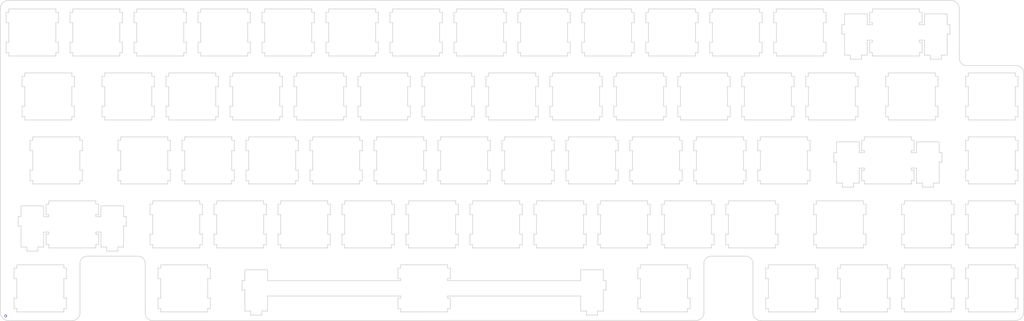
<source format=kicad_pcb>
(kicad_pcb (version 20211014) (generator pcbnew)
  (layers (0 "F.Cu" signal) (31 "B.Cu" signal) (34 "B.Paste" user) (35 "F.Paste" user) (36 "B.SilkS" user "B.Silkscreen") (37 "F.SilkS" user "F.Silkscreen") (38 "B.Mask" user) (39 "F.Mask" user) (44 "Edge.Cuts" user))
  (net 0 "")
  (gr_line (start 50.388 78.676003) (end 64.388 78.676003) (layer "Edge.Cuts") (width 0.188976))
  (gr_line (start 244.850998 36.476002) (end 244.850998 39.576) (layer "Edge.Cuts") (width 0.188976))
  (gr_line (start 212.826004 11.626) (end 212.826004 8.526) (layer "Edge.Cuts") (width 0.188976))
  (gr_line (start 216.276001 20.525999) (end 217.076004 20.525999) (layer "Edge.Cuts") (width 0.188976))
  (gr_line (start 248.544006 93.625999) (end 248.544006 93.625999) (layer "Edge.Cuts") (width 0.188976))
  (gr_line (start 245.363007 46.625999) (end 245.363007 45.625999) (layer "Edge.Cuts") (width 0.188976))
  (gr_line (start 64.388 74.575996) (end 64.388 74.575996) (layer "Edge.Cuts") (width 0.188976))
  (gr_line (start 292.476013 55.526001) (end 292.476013 55.526001) (layer "Edge.Cuts") (width 0.188976))
  (gr_line (start 84.237999 77.676003) (end 84.237999 74.575996) (layer "Edge.Cuts") (width 0.188976))
  (gr_line (start 107.538002 65.676003) (end 107.538002 65.676003) (layer "Edge.Cuts") (width 0.188976))
  (gr_line (start 102.775002 8.526) (end 101.975998 8.526) (layer "Edge.Cuts") (width 0.188976))
  (gr_line (start 78.962997 49.726002) (end 78.962997 55.526001) (layer "Edge.Cuts") (width 0.188976))
  (gr_line (start 29.469 58.625999) (end 29.469 55.526001) (layer "Edge.Cuts") (width 0.188976))
  (gr_line (start 163.888 77.676003) (end 164.688004 77.676003) (layer "Edge.Cuts") (width 0.188976))
  (gr_line (start 28.669001 55.526001) (end 28.669001 55.526001) (layer "Edge.Cuts") (width 0.188976))
  (gr_line (start 144.837997 77.676003) (end 145.638 77.676003) (layer "Edge.Cuts") (width 0.188976))
  (gr_line (start 26.288 27.576) (end 26.288 27.576) (layer "Edge.Cuts") (width 0.188976))
  (gr_line (start 287.800995 15.026) (end 287.800995 15.026) (layer "Edge.Cuts") (width 0.188976))
  (gr_line (start 188.501007 27.576) (end 188.501007 27.576) (layer "Edge.Cuts") (width 0.188976))
  (gr_line (start 11.488 30.676001) (end 11.488 30.676001) (layer "Edge.Cuts") (width 0.188976))
  (gr_line (start 84.582001 88.426003) (end 84.582001 85.195999) (layer "Edge.Cuts") (width 0.188976))
  (gr_line (start 11.157 69.375999) (end 11.157 69.375999) (layer "Edge.Cuts") (width 0.188976))
  (gr_line (start 21.525999 17.426001) (end 21.525999 11.626) (layer "Edge.Cuts") (width 0.188976))
  (gr_line (start 39.981998 78.445999) (end 41.707001 78.445999) (layer "Edge.Cuts") (width 0.188976))
  (gr_line (start 78.962997 58.625999) (end 78.962997 59.625999) (layer "Edge.Cuts") (width 0.188976))
  (gr_line (start 177.832001 93.025002) (end 177.832001 97.495003) (layer "Edge.Cuts") (width 0.188976))
  (gr_line (start 51.969002 93.625999) (end 51.969002 96.725998) (layer "Edge.Cuts") (width 0.188976))
  (gr_line (start 145.638 74.575996) (end 145.638 74.575996) (layer "Edge.Cuts") (width 0.188976))
  (gr_line (start 207.263 59.625999) (end 207.263 58.625999) (layer "Edge.Cuts") (width 0.188976))
  (gr_line (start 64.388 78.676003) (end 64.388 78.676003) (layer "Edge.Cuts") (width 0.188976))
  (gr_line (start 179.488007 68.775002) (end 179.488007 68.775002) (layer "Edge.Cuts") (width 0.188976))
  (gr_line (start 11.488 27.576) (end 11.488 27.576) (layer "Edge.Cuts") (width 0.188976))
  (gr_line (start 307.276001 96.725998) (end 307.276001 96.725998) (layer "Edge.Cuts") (width 0.188976))
  (gr_line (start 178.975998 7.526) (end 178.975998 8.526) (layer "Edge.Cuts") (width 0.188976))
  (gr_line (start 33.431999 74.575996) (end 33.431999 74.575996) (layer "Edge.Cuts") (width 0.188976))
  (gr_line (start 273.425995 87.824997) (end 273.425995 87.824997) (layer "Edge.Cuts") (width 0.188976))
  (gr_line (start 83.438004 77.676003) (end 83.438004 77.676003) (layer "Edge.Cuts") (width 0.188976))
  (gr_line (start 77.007004 88.426003) (end 77.007004 88.426003) (layer "Edge.Cuts") (width 0.188976))
  (gr_line (start 192.462997 49.726002) (end 193.263 49.726002) (layer "Edge.Cuts") (width 0.188976))
  (gr_line (start 184.582001 88.426003) (end 184.582001 88.426003) (layer "Edge.Cuts") (width 0.188976))
  (gr_line (start 164.688004 78.676003) (end 178.688004 78.676003) (layer "Edge.Cuts") (width 0.188976))
  (gr_line (start 187.701004 36.476002) (end 187.701004 39.576) (layer "Edge.Cuts") (width 0.188976))
  (gr_line (start 284.263 27.576) (end 283.463013 27.576) (layer "Edge.Cuts") (width 0.188976))
  (gr_line (start 88.200996 30.676001) (end 89.000999 30.676001) (layer "Edge.Cuts") (width 0.188976))
  (gr_line (start 88.487999 65.676003) (end 88.487999 65.676003) (layer "Edge.Cuts") (width 0.188976))
  (gr_line (start 150.401001 27.576) (end 149.600998 27.576) (layer "Edge.Cuts") (width 0.188976))
  (gr_line (start 18.632 65.676003) (end 18.632 65.676003) (layer "Edge.Cuts") (width 0.188976))
  (gr_line (start 49.588001 74.575996) (end 49.588001 77.676003) (layer "Edge.Cuts") (width 0.188976))
  (gr_line (start 255.175995 83.725998) (end 255.175995 84.725998) (layer "Edge.Cuts") (width 0.188976))
  (gr_line (start 168.651001 36.476002) (end 168.651001 39.576) (layer "Edge.Cuts") (width 0.188976))
  (gr_line (start 212.313004 58.625999) (end 212.313004 58.625999) (layer "Edge.Cuts") (width 0.188976))
  (gr_line (start 101.975998 20.525999) (end 101.975998 20.525999) (layer "Edge.Cuts") (width 0.188976))
  (gr_line (start 65.188004 65.676003) (end 64.388 65.676003) (layer "Edge.Cuts") (width 0.188976))
  (gr_line (start 122.337997 77.676003) (end 122.337997 74.575996) (layer "Edge.Cuts") (width 0.188976))
  (gr_line (start 253.218994 53.125999) (end 254.044006 53.125999) (layer "Edge.Cuts") (width 0.188976))
  (gr_line (start 202.787994 74.575996) (end 201.988007 74.575996) (layer "Edge.Cuts") (width 0.188976))
  (gr_line (start 45.625999 17.426001) (end 44.826 17.426001) (layer "Edge.Cuts") (width 0.188976))
  (gr_line (start 222.350998 30.676001) (end 222.350998 30.676001) (layer "Edge.Cuts") (width 0.188976))
  (gr_line (start 255.600998 15.026) (end 256.425995 15.026) (layer "Edge.Cuts") (width 0.188976))
  (gr_line (start 263.175995 21.296) (end 263.175995 21.296) (layer "Edge.Cuts") (width 0.188976))
  (gr_line (start 189.013 58.625999) (end 189.013 58.625999) (layer "Edge.Cuts") (width 0.188976))
  (gr_line (start 78.962997 46.625999) (end 78.962997 46.625999) (layer "Edge.Cuts") (width 0.188976))
  (gr_line (start 254.044006 47.096001) (end 254.044006 47.096001) (layer "Edge.Cuts") (width 0.188976))
  (gr_line (start 7.526 17.426001) (end 6.726 17.426001) (layer "Edge.Cuts") (width 0.188976))
  (gr_line (start 293.276001 97.725998) (end 293.276001 97.725998) (layer "Edge.Cuts") (width 0.188976))
  (gr_line (start 116.263 49.726002) (end 117.063004 49.726002) (layer "Edge.Cuts") (width 0.188976))
  (gr_line (start 88.487999 65.676003) (end 87.688004 65.676003) (layer "Edge.Cuts") (width 0.188976))
  (gr_line (start 23.907 83.725998) (end 9.907 83.725998) (layer "Edge.Cuts") (width 0.188976))
  (gr_line (start 12.288 40.576) (end 26.288 40.576) (layer "Edge.Cuts") (width 0.188976))
  (gr_line (start 173.412994 58.625999) (end 173.412994 58.625999) (layer "Edge.Cuts") (width 0.188976))
  (gr_line (start 288.226013 93.625999) (end 288.226013 93.625999) (layer "Edge.Cuts") (width 0.188976))
  (gr_line (start 107.250999 26.576) (end 107.250999 26.576) (layer "Edge.Cuts") (width 0.188976))
  (gr_line (start 292.476013 30.676001) (end 293.276001 30.676001) (layer "Edge.Cuts") (width 0.188976))
  (gr_line (start 262.319 46.625999) (end 262.319 46.625999) (layer "Edge.Cuts") (width 0.188976))
  (gr_line (start 59.625999 7.526) (end 59.625999 7.526) (layer "Edge.Cuts") (width 0.188976))
  (gr_line (start 293.276001 30.676001) (end 293.276001 36.476002) (layer "Edge.Cuts") (width 0.188976))
  (gr_line (start 44.826 11.626) (end 44.826 11.626) (layer "Edge.Cuts") (width 0.188976))
  (gr_line (start 54.862999 59.625999) (end 54.862999 58.625999) (layer "Edge.Cuts") (width 0.188976))
  (gr_line (start 289.026001 87.824997) (end 289.026001 87.824997) (layer "Edge.Cuts") (width 0.188976))
  (gr_line (start 59.912998 55.526001) (end 59.912998 55.526001) (layer "Edge.Cuts") (width 0.188976))
  (gr_line (start 276.319 50.326) (end 276.319 49.726002) (layer "Edge.Cuts") (width 0.188976))
  (gr_line (start 281.950989 22.496) (end 285.251007 22.496) (layer "Edge.Cuts") (width 0.188976))
  (gr_line (start 308.075989 55.526001) (end 307.276001 55.526001) (layer "Edge.Cuts") (width 0.188976))
  (gr_line (start 198.026001 17.426001) (end 198.026001 17.426001) (layer "Edge.Cuts") (width 0.188976))
  (gr_line (start 226.313004 59.625999) (end 226.313004 59.625999) (layer "Edge.Cuts") (width 0.188976))
  (gr_line (start 198.026001 20.525999) (end 198.026001 21.525999) (layer "Edge.Cuts") (width 0.188976))
  (gr_line (start 10.332 72.176003) (end 10.332 72.176003) (layer "Edge.Cuts") (width 0.188976))
  (gr_line (start 195.643997 97.725998) (end 195.643997 97.725998) (layer "Edge.Cuts") (width 0.188976))
  (gr_line (start 112.813004 49.726002) (end 112.813004 49.726002) (layer "Edge.Cuts") (width 0.188976))
  (gr_line (start 124.207001 93.025002) (end 124.207001 93.625999) (layer "Edge.Cuts") (width 0.188976))
  (gr_line (start 269.976013 87.824997) (end 269.976013 84.725998) (layer "Edge.Cuts") (width 0.188976))
  (gr_line (start 159.925995 17.426001) (end 159.925995 17.426001) (layer "Edge.Cuts") (width 0.188976))
  (gr_line (start 235.326004 17.426001) (end 235.326004 17.426001) (layer "Edge.Cuts") (width 0.188976))
  (gr_line (start 193.263 58.625999) (end 193.263 59.625999) (layer "Edge.Cuts") (width 0.188976))
  (gr_line (start 116.775002 17.426001) (end 116.775002 11.626) (layer "Edge.Cuts") (width 0.188976))
  (gr_line (start 307.276001 68.775002) (end 308.075989 68.775002) (layer "Edge.Cuts") (width 0.188976))
  (gr_line (start 173.412994 46.625999) (end 173.412994 49.726002) (layer "Edge.Cuts") (width 0.188976))
  (gr_line (start 164.401001 30.676001) (end 164.401001 30.676001) (layer "Edge.Cuts") (width 0.188976))
  (gr_line (start 245.651001 39.576) (end 245.651001 40.576) (layer "Edge.Cuts") (width 0.188976))
  (gr_line (start 50.101002 40.576) (end 50.101002 40.576) (layer "Edge.Cuts") (width 0.188976))
  (gr_line (start 202.501007 26.576) (end 202.501007 26.576) (layer "Edge.Cuts") (width 0.188976))
  (gr_line (start 178.175995 20.525999) (end 178.175995 20.525999) (layer "Edge.Cuts") (width 0.188976))
  (gr_line (start 233.744003 83.725998) (end 233.744003 84.725998) (layer "Edge.Cuts") (width 0.188976))
  (gr_line (start 40.862999 59.625999) (end 54.862999 59.625999) (layer "Edge.Cuts") (width 0.188976))
  (gr_line (start 78.676003 8.526) (end 78.676003 7.526) (layer "Edge.Cuts") (width 0.188976))
  (gr_line (start 259.649994 40.576) (end 259.649994 40.576) (layer "Edge.Cuts") (width 0.188976))
  (gr_line (start 45.625999 11.626) (end 45.625999 11.626) (layer "Edge.Cuts") (width 0.188976))
  (gr_line (start 169.962997 55.526001) (end 169.962997 55.526001) (layer "Edge.Cuts") (width 0.188976))
  (gr_line (start 21.525999 7.526) (end 21.525999 7.526) (layer "Edge.Cuts") (width 0.188976))
  (gr_line (start 34.231998 65.676003) (end 33.431999 65.676003) (layer "Edge.Cuts") (width 0.188976))
  (gr_line (start 236.126007 11.626) (end 236.126007 17.426001) (layer "Edge.Cuts") (width 0.188976))
  (gr_line (start 193.776001 20.525999) (end 193.776001 20.525999) (layer "Edge.Cuts") (width 0.188976))
  (gr_line (start 150.113007 45.625999) (end 150.113007 45.625999) (layer "Edge.Cuts") (width 0.188976))
  (gr_line (start 183.451004 30.676001) (end 184.251007 30.676001) (layer "Edge.Cuts") (width 0.188976))
  (gr_line (start 212.026001 21.525999) (end 212.026001 21.525999) (layer "Edge.Cuts") (width 0.188976))
  (gr_line (start 188.212997 45.625999) (end 174.212997 45.625999) (layer "Edge.Cuts") (width 0.188976))
  (gr_line (start 67.569 84.725998) (end 67.569 84.725998) (layer "Edge.Cuts") (width 0.188976))
  (gr_line (start 164.688004 68.775002) (end 164.688004 74.575996) (layer "Edge.Cuts") (width 0.188976))
  (gr_line (start 308.075989 84.725998) (end 307.276001 84.725998) (layer "Edge.Cuts") (width 0.188976))
  (gr_line (start 259.067993 60.596001) (end 259.067993 60.596001) (layer "Edge.Cuts") (width 0.188976))
  (gr_line (start 212.026001 11.626) (end 212.826004 11.626) (layer "Edge.Cuts") (width 0.188976))
  (gr_line (start 183.738007 77.676003) (end 183.738007 78.676003) (layer "Edge.Cuts") (width 0.188976))
  (gr_line (start 250.925995 11.626) (end 250.925995 11.626) (layer "Edge.Cuts") (width 0.188976))
  (gr_line (start 23.907 96.725998) (end 23.907 96.725998) (layer "Edge.Cuts") (width 0.188976))
  (gr_line (start 233.744003 93.625999) (end 232.944 93.625999) (layer "Edge.Cuts") (width 0.188976))
  (gr_line (start 206.751007 39.576) (end 207.550995 39.576) (layer "Edge.Cuts") (width 0.188976))
  (gr_line (start 19.431999 77.676003) (end 19.431999 77.676003) (layer "Edge.Cuts") (width 0.188976))
  (gr_line (start 107.538002 68.775002) (end 107.538002 68.775002) (layer "Edge.Cuts") (width 0.188976))
  (gr_line (start 184.251007 27.576) (end 183.451004 27.576) (layer "Edge.Cuts") (width 0.188976))
  (gr_line (start 52.769001 97.725998) (end 66.768997 97.725998) (layer "Edge.Cuts") (width 0.188976))
  (gr_line (start 59.112999 58.625999) (end 59.912998 58.625999) (layer "Edge.Cuts") (width 0.188976))
  (gr_line (start 27.087999 30.676001) (end 27.087999 30.676001) (layer "Edge.Cuts") (width 0.188976))
  (gr_line (start 54.351002 30.676001) (end 55.151001 30.676001) (layer "Edge.Cuts") (width 0.188976))
  (gr_line (start 88.200996 40.576) (end 88.200996 40.576) (layer "Edge.Cuts") (width 0.188976))
  (gr_line (start 25.775999 8.526) (end 25.775999 11.626) (layer "Edge.Cuts") (width 0.188976))
  (gr_line (start 139.007004 84.725998) (end 138.207001 84.725998) (layer "Edge.Cuts") (width 0.188976))
  (gr_line (start 245.363007 59.625999) (end 245.363007 58.625999) (layer "Edge.Cuts") (width 0.188976))
  (gr_line (start 211.513 58.625999) (end 212.313004 58.625999) (layer "Edge.Cuts") (width 0.188976))
  (gr_line (start 136.113007 55.526001) (end 136.113007 55.526001) (layer "Edge.Cuts") (width 0.188976))
  (gr_line (start 307.276001 46.625999) (end 307.276001 45.625999) (layer "Edge.Cuts") (width 0.188976))
  (gr_line (start 66.768997 87.824997) (end 67.569 87.824997) (layer "Edge.Cuts") (width 0.188976))
  (gr_line (start 165.201004 36.476002) (end 164.401001 36.476002) (layer "Edge.Cuts") (width 0.188976))
  (gr_line (start 83.438004 74.575996) (end 83.438004 68.775002) (layer "Edge.Cuts") (width 0.188976))
  (gr_line (start 122.337997 74.575996) (end 121.538002 74.575996) (layer "Edge.Cuts") (width 0.188976))
  (gr_line (start 13.869 58.625999) (end 14.669 58.625999) (layer "Edge.Cuts") (width 0.188976))
  (gr_line (start 240.600998 39.576) (end 240.600998 39.576) (layer "Edge.Cuts") (width 0.188976))
  (gr_line (start 98.013 59.625999) (end 98.013 59.625999) (layer "Edge.Cuts") (width 0.188976))
  (gr_line (start 52.769001 83.725998) (end 52.769001 84.725998) (layer "Edge.Cuts") (width 0.188976))
  (gr_line (start 50.901001 39.576) (end 50.901001 39.576) (layer "Edge.Cuts") (width 0.188976))
  (gr_line (start 140.587997 77.676003) (end 141.388 77.676003) (layer "Edge.Cuts") (width 0.188976))
  (gr_line (start 55.662998 49.726002) (end 55.662998 49.726002) (layer "Edge.Cuts") (width 0.188976))
  (gr_line (start 169.162994 49.726002) (end 169.162994 49.726002) (layer "Edge.Cuts") (width 0.188976))
  (gr_line (start 263.175995 8.996) (end 256.425995 8.996) (layer "Edge.Cuts") (width 0.188976))
  (gr_line (start 236.638 65.676003) (end 236.638 65.676003) (layer "Edge.Cuts") (width 0.188976))
  (gr_line (start 168.651001 36.476002) (end 168.651001 36.476002) (layer "Edge.Cuts") (width 0.188976))
  (gr_line (start 210.444 96.725998) (end 210.444 96.725998) (layer "Edge.Cuts") (width 0.188976))
  (gr_line (start 112.301003 27.576) (end 111.500999 27.576) (layer "Edge.Cuts") (width 0.188976))
  (gr_line (start 192.462997 58.625999) (end 193.263 58.625999) (layer "Edge.Cuts") (width 0.188976))
  (gr_line (start 264.700989 16.826) (end 264.700989 17.426001) (layer "Edge.Cuts") (width 0.188976))
  (gr_line (start 240.600998 27.576) (end 240.600998 27.576) (layer "Edge.Cuts") (width 0.188976))
  (gr_line (start 212.026001 17.426001) (end 212.026001 11.626) (layer "Edge.Cuts") (width 0.188976))
  (gr_line (start 69.950996 39.576) (end 69.950996 36.476002) (layer "Edge.Cuts") (width 0.188976))
  (gr_line (start 18.632 74.575996) (end 18.632 77.676003) (layer "Edge.Cuts") (width 0.188976))
  (gr_line (start 232.944 93.625999) (end 232.944 96.725998) (layer "Edge.Cuts") (width 0.188976))
  (gr_line (start 97.212997 49.726002) (end 98.013 49.726002) (layer "Edge.Cuts") (width 0.188976))
  (gr_line (start 245.363007 59.625999) (end 245.363007 59.625999) (layer "Edge.Cuts") (width 0.188976))
  (gr_line (start 60.425999 17.426001) (end 60.425999 17.426001) (layer "Edge.Cuts") (width 0.188976))
  (gr_line (start 59.112999 46.625999) (end 59.112999 46.625999) (layer "Edge.Cuts") (width 0.188976))
  (gr_line (start 159.638 74.575996) (end 159.638 74.575996) (layer "Edge.Cuts") (width 0.188976))
  (gr_line (start 117.574997 20.525999) (end 117.574997 17.426001) (layer "Edge.Cuts") (width 0.188976))
  (gr_line (start 293.276001 78.676003) (end 293.276001 78.676003) (layer "Edge.Cuts") (width 0.188976))
  (gr_line (start 231.076004 17.426001) (end 231.076004 11.626) (layer "Edge.Cuts") (width 0.188976))
  (gr_line (start 183.451004 40.576) (end 183.451004 40.576) (layer "Edge.Cuts") (width 0.188976))
  (gr_line (start 173.412994 49.726002) (end 173.412994 49.726002) (layer "Edge.Cuts") (width 0.188976))
  (gr_line (start 262.319 49.726002) (end 262.319 49.726002) (layer "Edge.Cuts") (width 0.188976))
  (gr_line (start 59.912998 46.625999) (end 59.112999 46.625999) (layer "Edge.Cuts") (width 0.188976))
  (gr_line (start 122.337997 68.775002) (end 122.337997 65.676003) (layer "Edge.Cuts") (width 0.188976))
  (gr_line (start 177.832001 97.495003) (end 179.557007 97.495003) (layer "Edge.Cuts") (width 0.188976))
  (gr_line (start 169.451004 27.576) (end 168.651001 27.576) (layer "Edge.Cuts") (width 0.188976))
  (gr_line (start 35.300999 39.576) (end 36.101002 39.576) (layer "Edge.Cuts") (width 0.188976))
  (gr_line (start 197.738007 78.676003) (end 197.738007 78.676003) (layer "Edge.Cuts") (width 0.188976))
  (gr_line (start 6.726 11.626) (end 7.526 11.626) (layer "Edge.Cuts") (width 0.188976))
  (gr_line (start 230.563004 46.625999) (end 230.563004 46.625999) (layer "Edge.Cuts") (width 0.188976))
  (gr_line (start 255.175995 84.725998) (end 255.175995 84.725998) (layer "Edge.Cuts") (width 0.188976))
  (gr_line (start 66.768997 87.824997) (end 66.768997 87.824997) (layer "Edge.Cuts") (width 0.188976))
  (gr_line (start 82.857002 98.695999) (end 82.857002 97.495003) (layer "Edge.Cuts") (width 0.188976))
  (gr_line (start 178.175995 8.526) (end 178.175995 8.526) (layer "Edge.Cuts") (width 0.188976))
  (gr_line (start 277.843994 50.326) (end 276.319 50.326) (layer "Edge.Cuts") (width 0.188976))
  (gr_line (start 88.487999 78.676003) (end 88.487999 78.676003) (layer "Edge.Cuts") (width 0.188976))
  (gr_line (start 260.794006 54.925999) (end 262.319 54.925999) (layer "Edge.Cuts") (width 0.188976))
  (gr_line (start 138.207001 83.725998) (end 124.207001 83.725998) (layer "Edge.Cuts") (width 0.188976))
  (gr_line (start 184.251007 36.476002) (end 183.451004 36.476002) (layer "Edge.Cuts") (width 0.188976))
  (gr_line (start 279.501007 17.426001) (end 279.501007 17.426001) (layer "Edge.Cuts") (width 0.188976))
  (gr_line (start 307.276001 27.576) (end 307.276001 27.576) (layer "Edge.Cuts") (width 0.188976))
  (gr_line (start 117.063004 58.625999) (end 117.063004 59.625999) (layer "Edge.Cuts") (width 0.188976))
  (gr_line (start 112.013 58.625999) (end 112.013 58.625999) (layer "Edge.Cuts") (width 0.188976))
  (gr_line (start 264.700989 16.826) (end 264.700989 16.826) (layer "Edge.Cuts") (width 0.188976))
  (gr_line (start 182.938004 74.575996) (end 182.938004 77.676003) (layer "Edge.Cuts") (width 0.188976))
  (gr_line (start 231.076004 8.526) (end 231.076004 8.526) (layer "Edge.Cuts") (width 0.188976))
  (gr_line (start 169.162994 49.726002) (end 169.962997 49.726002) (layer "Edge.Cuts") (width 0.188976))
  (gr_line (start 192.975998 21.525999) (end 192.975998 20.525999) (layer "Edge.Cuts") (width 0.188976))
  (gr_line (start 106.737999 65.676003) (end 106.737999 65.676003) (layer "Edge.Cuts") (width 0.188976))
  (gr_line (start 263.175995 12.226) (end 263.175995 8.996) (layer "Edge.Cuts") (width 0.188976))
  (gr_line (start 202.501007 39.576) (end 203.300995 39.576) (layer "Edge.Cuts") (width 0.188976))
  (gr_line (start 292.476013 46.625999) (end 292.476013 46.625999) (layer "Edge.Cuts") (width 0.188976))
  (gr_line (start 140.876007 8.526) (end 140.876007 8.526) (layer "Edge.Cuts") (width 0.188976))
  (gr_line (start 293.276001 68.775002) (end 293.276001 74.575996) (layer "Edge.Cuts") (width 0.188976))
  (gr_line (start 273.425995 68.775002) (end 273.425995 68.775002) (layer "Edge.Cuts") (width 0.188976))
  (gr_line (start 308.075989 87.824997) (end 308.075989 87.824997) (layer "Edge.Cuts") (width 0.188976))
  (gr_line (start 277.118988 58.625999) (end 277.118988 58.625999) (layer "Edge.Cuts") (width 0.188976))
  (gr_line (start 230.563004 55.526001) (end 230.563004 55.526001) (layer "Edge.Cuts") (width 0.188976))
  (gr_line (start 59.625999 11.626) (end 60.425999 11.626) (layer "Edge.Cuts") (width 0.188976))
  (gr_line (start 227.113007 49.726002) (end 227.113007 46.625999) (layer "Edge.Cuts") (width 0.188976))
  (gr_line (start 212.826004 8.526) (end 212.026001 8.526) (layer "Edge.Cuts") (width 0.188976))
  (gr_line (start 89.000999 30.676001) (end 89.000999 27.576) (layer "Edge.Cuts") (width 0.188976))
  (gr_line (start 68.638 65.676003) (end 68.638 68.775002) (layer "Edge.Cuts") (width 0.188976))
  (gr_line (start 184.582001 85.195999) (end 177.832001 85.195999) (layer "Edge.Cuts") (width 0.188976))
  (gr_line (start 283.463013 36.476002) (end 283.463013 30.676001) (layer "Edge.Cuts") (width 0.188976))
  (gr_line (start 236.126007 17.426001) (end 236.126007 17.426001) (layer "Edge.Cuts") (width 0.188976))
  (gr_line (start 308.075989 27.576) (end 308.075989 27.576) (layer "Edge.Cuts") (width 0.188976))
  (gr_line (start 22.326 17.426001) (end 22.326 17.426001) (layer "Edge.Cuts") (width 0.188976))
  (gr_line (start 197.225998 17.426001) (end 197.225998 17.426001) (layer "Edge.Cuts") (width 0.188976))
  (gr_line (start 88.200996 26.576) (end 88.200996 26.576) (layer "Edge.Cuts") (width 0.188976))
  (gr_line (start 246.162994 58.625999) (end 246.162994 58.625999) (layer "Edge.Cuts") (width 0.188976))
  (gr_line (start 269.175995 83.725998) (end 269.175995 83.725998) (layer "Edge.Cuts") (width 0.188976))
  (gr_line (start 141.388 77.676003) (end 141.388 77.676003) (layer "Edge.Cuts") (width 0.188976))
  (gr_line (start 183.451004 27.576) (end 183.451004 26.576) (layer "Edge.Cuts") (width 0.188976))
  (gr_line (start 50.388 68.775002) (end 50.388 68.775002) (layer "Edge.Cuts") (width 0.188976))
  (gr_line (start 282.868988 60.596001) (end 282.868988 60.596001) (layer "Edge.Cuts") (width 0.188976))
  (gr_line (start 236.126007 17.426001) (end 235.326004 17.426001) (layer "Edge.Cuts") (width 0.188976))
  (gr_line (start 188.212997 49.726002) (end 188.212997 49.726002) (layer "Edge.Cuts") (width 0.188976))
  (gr_line (start 146.151001 39.576) (end 146.151001 36.476002) (layer "Edge.Cuts") (width 0.188976))
  (gr_line (start 287.800995 12.226) (end 287.800995 12.226) (layer "Edge.Cuts") (width 0.188976))
  (gr_line (start 124.207001 96.725998) (end 124.207001 96.725998) (layer "Edge.Cuts") (width 0.188976))
  (gr_line (start 231.076004 20.525999) (end 231.876007 20.525999) (layer "Edge.Cuts") (width 0.188976))
  (gr_line (start 51.969002 96.725998) (end 51.969002 96.725998) (layer "Edge.Cuts") (width 0.188976))
  (gr_line (start 33.431999 77.676003) (end 33.431999 77.676003) (layer "Edge.Cuts") (width 0.188976))
  (gr_line (start 79.475998 11.626) (end 79.475998 11.626) (layer "Edge.Cuts") (width 0.188976))
  (gr_line (start 292.476013 74.575996) (end 292.476013 77.676003) (layer "Edge.Cuts") (width 0.188976))
  (gr_line (start 269.463013 36.476002) (end 268.662994 36.476002) (layer "Edge.Cuts") (width 0.188976))
  (gr_line (start 141.388 74.575996) (end 140.587997 74.575996) (layer "Edge.Cuts") (width 0.188976))
  (gr_line (start 97.212997 55.526001) (end 97.212997 55.526001) (layer "Edge.Cuts") (width 0.188976))
  (gr_line (start 280.226013 12.226) (end 278.700989 12.226) (layer "Edge.Cuts") (width 0.188976))
  (gr_line (start 74.712997 49.726002) (end 74.712997 46.625999) (layer "Edge.Cuts") (width 0.188976))
  (gr_line (start 182.856995 97.495003) (end 182.856995 97.495003) (layer "Edge.Cuts") (width 0.188976))
  (gr_line (start 82.926003 8.526) (end 82.926003 8.526) (layer "Edge.Cuts") (width 0.188976))
  (gr_line (start 98.013 46.625999) (end 98.013 46.625999) (layer "Edge.Cuts") (width 0.188976))
  (gr_line (start 107.538002 74.575996) (end 106.737999 74.575996) (layer "Edge.Cuts") (width 0.188976))
  (gr_line (start 107.538002 78.676003) (end 121.538002 78.676003) (layer "Edge.Cuts") (width 0.188976))
  (gr_line (start 117.574997 8.526) (end 117.574997 8.526) (layer "Edge.Cuts") (width 0.188976))
  (gr_line (start 34.957001 66.146004) (end 34.957001 66.146004) (layer "Edge.Cuts") (width 0.188976))
  (gr_line (start 84.237999 68.775002) (end 84.237999 65.676003) (layer "Edge.Cuts") (width 0.188976))
  (gr_line (start 173.925995 8.526) (end 173.925995 7.526) (layer "Edge.Cuts") (width 0.188976))
  (gr_line (start 268.662994 30.676001) (end 269.463013 30.676001) (layer "Edge.Cuts") (width 0.188976))
  (gr_line (start 292.476013 87.824997) (end 292.476013 87.824997) (layer "Edge.Cuts") (width 0.188976))
  (gr_line (start 195.643997 96.725998) (end 195.643997 96.725998) (layer "Edge.Cuts") (width 0.188976))
  (gr_line (start 208.063004 49.726002) (end 208.063004 46.625999) (layer "Edge.Cuts") (width 0.188976))
  (gr_line (start 107.250999 30.676001) (end 108.051003 30.676001) (layer "Edge.Cuts") (width 0.188976))
  (gr_line (start 269.463013 27.576) (end 269.463013 27.576) (layer "Edge.Cuts") (width 0.188976))
  (gr_line (start 55.662998 46.625999) (end 54.862999 46.625999) (layer "Edge.Cuts") (width 0.188976))
  (gr_line (start 225.800995 27.576) (end 225.800995 27.576) (layer "Edge.Cuts") (width 0.188976))
  (gr_line (start 261.450989 22.496) (end 261.450989 22.496) (layer "Edge.Cuts") (width 0.188976))
  (gr_line (start 217.587997 65.676003) (end 216.787994 65.676003) (layer "Edge.Cuts") (width 0.188976))
  (gr_line (start 195.643997 93.625999) (end 195.643997 93.625999) (layer "Edge.Cuts") (width 0.188976))
  (gr_line (start 107.250999 30.676001) (end 107.250999 30.676001) (layer "Edge.Cuts") (width 0.188976))
  (gr_line (start 10.332 69.375999) (end 10.332 69.375999) (layer "Edge.Cuts") (width 0.188976))
  (gr_line (start 187.701004 39.576) (end 188.501007 39.576) (layer "Edge.Cuts") (width 0.188976))
  (gr_line (start 159.925995 21.525999) (end 159.925995 21.525999) (layer "Edge.Cuts") (width 0.188976))
  (gr_line (start 16.181999 78.445999) (end 16.181999 78.445999) (layer "Edge.Cuts") (width 0.188976))
  (gr_line (start 260.794006 59.395) (end 260.794006 54.925999) (layer "Edge.Cuts") (width 0.188976))
  (gr_line (start 193.776001 17.426001) (end 192.975998 17.426001) (layer "Edge.Cuts") (width 0.188976))
  (gr_line (start 202.501007 30.676001) (end 202.501007 30.676001) (layer "Edge.Cuts") (width 0.188976))
  (gr_line (start 140.587997 68.775002) (end 141.388 68.775002) (layer "Edge.Cuts") (width 0.188976))
  (gr_line (start 69.151001 26.576) (end 55.151001 26.576) (layer "Edge.Cuts") (width 0.188976))
  (gr_line (start 183.451004 36.476002) (end 183.451004 30.676001) (layer "Edge.Cuts") (width 0.188976))
  (gr_line (start 79.556999 97.495003) (end 79.556999 97.495003) (layer "Edge.Cuts") (width 0.188976))
  (gr_line (start 269.463013 39.576) (end 269.463013 39.576) (layer "Edge.Cuts") (width 0.188976))
  (gr_line (start 41.375999 11.626) (end 41.375999 11.626) (layer "Edge.Cuts") (width 0.188976))
  (gr_line (start 269.175995 84.725998) (end 269.175995 84.725998) (layer "Edge.Cuts") (width 0.188976))
  (gr_line (start 73.401001 27.576) (end 73.401001 27.576) (layer "Edge.Cuts") (width 0.188976))
  (gr_line (start 187.701004 36.476002) (end 187.701004 36.476002) (layer "Edge.Cuts") (width 0.188976))
  (gr_line (start 168.651001 39.576) (end 168.651001 39.576) (layer "Edge.Cuts") (width 0.188976))
  (gr_line (start 289.026001 87.824997) (end 289.026001 84.725998) (layer "Edge.Cuts") (width 0.188976))
  (gr_line (start 124.207001 93.625999) (end 124.207001 93.625999) (layer "Edge.Cuts") (width 0.188976))
  (gr_line (start 150.401001 39.576) (end 150.401001 40.576) (layer "Edge.Cuts") (width 0.188976))
  (gr_line (start 307.276001 97.725998) (end 307.276001 97.725998) (layer "Edge.Cuts") (width 0.188976))
  (gr_line (start 273.425995 93.625999) (end 273.425995 96.725998) (layer "Edge.Cuts") (width 0.188976))
  (gr_line (start 149.600998 27.576) (end 149.600998 30.676001) (layer "Edge.Cuts") (width 0.188976))
  (gr_line (start 124.207001 84.725998) (end 124.207001 84.725998) (layer "Edge.Cuts") (width 0.188976))
  (gr_line (start 214.525755 98.041356) (end 214.525756 83.309356) (layer "Edge.Cuts") (width 0.189))
  (gr_line (start 269.976013 84.725998) (end 269.976013 84.725998) (layer "Edge.Cuts") (width 0.188976))
  (gr_line (start 93.250999 30.676001) (end 93.250999 36.476002) (layer "Edge.Cuts") (width 0.188976))
  (gr_line (start 241.401001 30.676001) (end 241.401001 27.576) (layer "Edge.Cuts") (width 0.188976))
  (gr_line (start 103.288002 68.775002) (end 103.288002 68.775002) (layer "Edge.Cuts") (width 0.188976))
  (gr_line (start 277.843994 47.096001) (end 277.843994 47.096001) (layer "Edge.Cuts") (width 0.188976))
  (gr_line (start 55.662998 46.625999) (end 55.662998 46.625999) (layer "Edge.Cuts") (width 0.188976))
  (gr_line (start 307.276001 55.526001) (end 307.276001 49.726002) (layer "Edge.Cuts") (width 0.188976))
  (gr_line (start 101.975998 11.626) (end 102.775002 11.626) (layer "Edge.Cuts") (width 0.188976))
  (gr_line (start 50.388 74.575996) (end 49.588001 74.575996) (layer "Edge.Cuts") (width 0.188976))
  (gr_line (start 92.450996 36.476002) (end 92.450996 36.476002) (layer "Edge.Cuts") (width 0.188976))
  (gr_line (start 79.556999 98.695999) (end 79.556999 98.695999) (layer "Edge.Cuts") (width 0.188976))
  (gr_line (start 216.276001 8.526) (end 216.276001 11.626) (layer "Edge.Cuts") (width 0.188976))
  (gr_line (start 183.451004 26.576) (end 183.451004 26.576) (layer "Edge.Cuts") (width 0.188976))
  (gr_line (start 35.300999 30.676001) (end 35.300999 30.676001) (layer "Edge.Cuts") (width 0.188976))
  (gr_line (start 245.651001 30.676001) (end 245.651001 30.676001) (layer "Edge.Cuts") (width 0.188976))
  (gr_line (start 274.226013 87.824997) (end 274.226013 93.625999) (layer "Edge.Cuts") (width 0.188976))
  (gr_line (start 144.837997 77.676003) (end 144.837997 77.676003) (layer "Edge.Cuts") (width 0.188976))
  (gr_line (start 226.600998 26.576) (end 226.600998 27.576) (layer "Edge.Cuts") (width 0.188976))
  (gr_line (start 292.476013 93.625999) (end 292.476013 93.625999) (layer "Edge.Cuts") (width 0.188976))
  (gr_line (start 139.007004 87.824997) (end 139.007004 84.725998) (layer "Edge.Cuts") (width 0.188976))
  (gr_line (start 28.669001 49.726002) (end 28.669001 49.726002) (layer "Edge.Cuts") (width 0.188976))
  (gr_line (start 159.638 64.676003) (end 145.638 64.676003) (layer "Edge.Cuts") (width 0.188976))
  (gr_line (start 92.962997 45.625999) (end 78.962997 45.625999) (layer "Edge.Cuts") (width 0.188976))
  (gr_line (start 154.876007 21.525999) (end 154.876007 20.525999) (layer "Edge.Cuts") (width 0.188976))
  (gr_line (start 280.226013 16.826) (end 280.226013 16.826) (layer "Edge.Cuts") (width 0.188976))
  (gr_line (start 111.500999 36.476002) (end 111.500999 39.576) (layer "Edge.Cuts") (width 0.188976))
  (gr_line (start 50.388 65.676003) (end 50.388 65.676003) (layer "Edge.Cuts") (width 0.188976))
  (gr_line (start 73.913002 46.625999) (end 73.913002 45.625999) (layer "Edge.Cuts") (width 0.188976))
  (gr_line (start 49.588001 77.676003) (end 49.588001 77.676003) (layer "Edge.Cuts") (width 0.188976))
  (gr_line (start 253.218994 53.125999) (end 253.218994 53.125999) (layer "Edge.Cuts") (width 0.188976))
  (gr_line (start 116.263 55.526001) (end 116.263 58.625999) (layer "Edge.Cuts") (width 0.188976))
  (gr_line (start 131.863007 46.625999) (end 131.063004 46.625999) (layer "Edge.Cuts") (width 0.188976))
  (gr_line (start 112.301003 30.676001) (end 112.301003 30.676001) (layer "Edge.Cuts") (width 0.188976))
  (gr_line (start 307.276001 64.676003) (end 293.276001 64.676003) (layer "Edge.Cuts") (width 0.188976))
  (gr_line (start 22.326 20.525999) (end 22.326 20.525999) (layer "Edge.Cuts") (width 0.188976))
  (gr_line (start 307.276001 84.725998) (end 307.276001 83.725998) (layer "Edge.Cuts") (width 0.188976))
  (gr_line (start 73.913002 58.625999) (end 74.712997 58.625999) (layer "Edge.Cuts") (width 0.188976))
  (gr_line (start 194.843994 87.824997) (end 195.643997 87.824997) (layer "Edge.Cuts") (width 0.188976))
  (gr_line (start 74.712997 58.625999) (end 74.712997 55.526001) (layer "Edge.Cuts") (width 0.188976))
  (gr_line (start 198.026001 17.426001) (end 197.225998 17.426001) (layer "Edge.Cuts") (width 0.188976))
  (gr_line (start 281.950989 21.296) (end 281.950989 22.496) (layer "Edge.Cuts") (width 0.188976))
  (gr_line (start 163.888 74.575996) (end 163.888 77.676003) (layer "Edge.Cuts") (width 0.188976))
  (gr_line (start 73.913002 55.526001) (end 73.913002 55.526001) (layer "Edge.Cuts") (width 0.188976))
  (gr_line (start 240.600998 30.676001) (end 241.401001 30.676001) (layer "Edge.Cuts") (width 0.188976))
  (gr_line (start 126.587997 78.676003) (end 140.587997 78.676003) (layer "Edge.Cuts") (width 0.188976))
  (gr_line (start 123.406998 96.725998) (end 124.207001 96.725998) (layer "Edge.Cuts") (width 0.188976))
  (gr_line (start 183.451004 36.476002) (end 183.451004 36.476002) (layer "Edge.Cuts") (width 0.188976))
  (gr_line (start 188.501007 30.676001) (end 188.501007 30.676001) (layer "Edge.Cuts") (width 0.188976))
  (gr_line (start 231.363007 59.625999) (end 245.363007 59.625999) (layer "Edge.Cuts") (width 0.188976))
  (gr_line (start 240.600998 26.576) (end 240.600998 26.576) (layer "Edge.Cuts") (width 0.188976))
  (gr_line (start 154.363007 46.625999) (end 154.363007 46.625999) (layer "Edge.Cuts") (width 0.188976))
  (gr_line (start 102.487999 68.775002) (end 103.288002 68.775002) (layer "Edge.Cuts") (width 0.188976))
  (gr_line (start 178.975998 21.525999) (end 178.975998 21.525999) (layer "Edge.Cuts") (width 0.188976))
  (gr_line (start 292.476013 36.476002) (end 292.476013 36.476002) (layer "Edge.Cuts") (width 0.188976))
  (gr_line (start 45.625999 11.626) (end 45.625999 17.426001) (layer "Edge.Cuts") (width 0.188976))
  (gr_line (start 233.744003 84.725998) (end 232.944 84.725998) (layer "Edge.Cuts") (width 0.188976))
  (gr_line (start 50.388 65.676003) (end 49.588001 65.676003) (layer "Edge.Cuts") (width 0.188976))
  (gr_line (start 217.587997 68.775002) (end 217.587997 65.676003) (layer "Edge.Cuts") (width 0.188976))
  (gr_line (start 13.869 46.625999) (end 13.869 46.625999) (layer "Edge.Cuts") (width 0.188976))
  (gr_line (start 73.401001 27.576) (end 73.401001 30.676001) (layer "Edge.Cuts") (width 0.188976))
  (gr_line (start 241.401001 27.576) (end 240.600998 27.576) (layer "Edge.Cuts") (width 0.188976))
  (gr_line (start 259.067993 59.395) (end 259.067993 59.395) (layer "Edge.Cuts") (width 0.188976))
  (gr_line (start 307.276001 40.576) (end 307.276001 39.576) (layer "Edge.Cuts") (width 0.188976))
  (gr_line (start 192.975998 20.525999) (end 193.776001 20.525999) (layer "Edge.Cuts") (width 0.188976))
  (gr_line (start 288.226013 68.775002) (end 288.226013 68.775002) (layer "Edge.Cuts") (width 0.188976))
  (gr_line (start 293.276001 58.625999) (end 293.276001 58.625999) (layer "Edge.Cuts") (width 0.188976))
  (gr_line (start 36.101002 39.576) (end 36.101002 40.576) (layer "Edge.Cuts") (width 0.188976))
  (gr_line (start 140.076004 11.626) (end 140.076004 11.626) (layer "Edge.Cuts") (width 0.188976))
  (gr_line (start 98.525002 11.626) (end 98.525002 11.626) (layer "Edge.Cuts") (width 0.188976))
  (gr_line (start 164.688004 65.676003) (end 163.888 65.676003) (layer "Edge.Cuts") (width 0.188976))
  (gr_line (start 11.157 72.176003) (end 11.157 78.445999) (layer "Edge.Cuts") (width 0.188976))
  (gr_line (start 112.301003 30.676001) (end 112.301003 36.476002) (layer "Edge.Cuts") (width 0.188976))
  (gr_line (start 178.975998 8.526) (end 178.175995 8.526) (layer "Edge.Cuts") (width 0.188976))
  (gr_line (start 221.837997 65.676003) (end 221.837997 65.676003) (layer "Edge.Cuts") (width 0.188976))
  (gr_line (start 88.200996 27.576) (end 88.200996 26.576) (layer "Edge.Cuts") (width 0.188976))
  (gr_line (start 11.157 69.375999) (end 10.332 69.375999) (layer "Edge.Cuts") (width 0.188976))
  (gr_line (start 247.231995 77.676003) (end 247.231995 77.676003) (layer "Edge.Cuts") (width 0.188976))
  (gr_line (start 174.212997 49.726002) (end 174.212997 55.526001) (layer "Edge.Cuts") (width 0.188976))
  (gr_line (start 269.175995 93.625999) (end 269.175995 93.625999) (layer "Edge.Cuts") (width 0.188976))
  (gr_line (start 260.794006 54.925999) (end 260.794006 54.925999) (layer "Edge.Cuts") (width 0.188976))
  (gr_line (start 33.431999 64.676003) (end 19.431999 64.676003) (layer "Edge.Cuts") (width 0.188976))
  (gr_line (start 194.843994 84.725998) (end 194.843994 87.824997) (layer "Edge.Cuts") (width 0.188976))
  (gr_line (start 169.962997 58.625999) (end 169.962997 58.625999) (layer "Edge.Cuts") (width 0.188976))
  (gr_line (start 136.113007 49.726002) (end 136.113007 49.726002) (layer "Edge.Cuts") (width 0.188976))
  (gr_line (start 59.625999 17.426001) (end 59.625999 11.626) (layer "Edge.Cuts") (width 0.188976))
  (gr_line (start 212.026001 20.525999) (end 212.026001 20.525999) (layer "Edge.Cuts") (width 0.188976))
  (gr_line (start 221.037994 77.676003) (end 221.037994 77.676003) (layer "Edge.Cuts") (width 0.188976))
  (gr_line (start 78.676003 21.525999) (end 78.676003 20.525999) (layer "Edge.Cuts") (width 0.188976))
  (gr_line (start 79.556999 97.495003) (end 79.556999 98.695999) (layer "Edge.Cuts") (width 0.188976))
  (gr_line (start 292.476013 46.625999) (end 292.476013 49.726002) (layer "Edge.Cuts") (width 0.188976))
  (gr_line (start 131.063004 58.625999) (end 131.063004 58.625999) (layer "Edge.Cuts") (width 0.188976))
  (gr_line (start 173.925995 17.426001) (end 173.925995 17.426001) (layer "Edge.Cuts") (width 0.188976))
  (gr_line (start 235.326004 20.525999) (end 236.126007 20.525999) (layer "Edge.Cuts") (width 0.188976))
  (gr_line (start 247.744003 87.824997) (end 247.744003 87.824997) (layer "Edge.Cuts") (width 0.188976))
  (gr_line (start 231.076004 21.525999) (end 231.076004 21.525999) (layer "Edge.Cuts") (width 0.188976))
  (gr_line (start 12.882 78.445999) (end 12.882 79.646004) (layer "Edge.Cuts") (width 0.188976))
  (gr_line (start 45.625999 21.525999) (end 59.625999 21.525999) (layer "Edge.Cuts") (width 0.188976))
  (gr_line (start 121.824997 21.525999) (end 121.824997 21.525999) (layer "Edge.Cuts") (width 0.188976))
  (gr_line (start 264.700989 21.525999) (end 278.700989 21.525999) (layer "Edge.Cuts") (width 0.188976))
  (gr_line (start 280.226013 8.996) (end 280.226013 8.996) (layer "Edge.Cuts") (width 0.188976))
  (gr_line (start 235.326004 8.526) (end 235.326004 11.626) (layer "Edge.Cuts") (width 0.188976))
  (gr_line (start 308.075989 30.676001) (end 308.075989 30.676001) (layer "Edge.Cuts") (width 0.188976))
  (gr_line (start 124.207001 93.025002) (end 124.207001 93.025002) (layer "Edge.Cuts") (width 0.188976))
  (gr_line (start 51.969002 87.824997) (end 52.769001 87.824997) (layer "Edge.Cuts") (width 0.188976))
  (gr_line (start 51.969002 87.824997) (end 51.969002 87.824997) (layer "Edge.Cuts") (width 0.188976))
  (gr_line (start 203.300995 27.576) (end 202.501007 27.576) (layer "Edge.Cuts") (width 0.188976))
  (gr_line (start 159.925995 11.626) (end 159.925995 17.426001) (layer "Edge.Cuts") (width 0.188976))
  (gr_line (start 262.032013 64.676003) (end 248.031998 64.676003) (layer "Edge.Cuts") (width 0.188976))
  (gr_line (start 87.688004 77.676003) (end 88.487999 77.676003) (layer "Edge.Cuts") (width 0.188976))
  (gr_line (start 111.500999 30.676001) (end 112.301003 30.676001) (layer "Edge.Cuts") (width 0.188976))
  (gr_line (start 145.350998 26.576) (end 131.350998 26.576) (layer "Edge.Cuts") (width 0.188976))
  (gr_line (start 136.626007 20.525999) (end 136.626007 20.525999) (layer "Edge.Cuts") (width 0.188976))
  (gr_line (start 138.207001 87.824997) (end 139.007004 87.824997) (layer "Edge.Cuts") (width 0.188976))
  (gr_line (start 308.075989 65.676003) (end 308.075989 65.676003) (layer "Edge.Cuts") (width 0.188976))
  (gr_line (start 14.669 46.625999) (end 14.669 46.625999) (layer "Edge.Cuts") (width 0.188976))
  (gr_line (start 29.469 58.625999) (end 29.469 58.625999) (layer "Edge.Cuts") (width 0.188976))
  (gr_line (start 135.826004 20.525999) (end 136.626007 20.525999) (layer "Edge.Cuts") (width 0.188976))
  (gr_line (start 112.013 59.625999) (end 112.013 59.625999) (layer "Edge.Cuts") (width 0.188976))
  (gr_line (start 69.151001 36.476002) (end 69.151001 30.676001) (layer "Edge.Cuts") (width 0.188976))
  (gr_line (start 284.263 30.676001) (end 284.263 30.676001) (layer "Edge.Cuts") (width 0.188976))
  (gr_line (start 308.075989 39.576) (end 308.075989 39.576) (layer "Edge.Cuts") (width 0.188976))
  (gr_line (start 308.075989 74.575996) (end 308.075989 74.575996) (layer "Edge.Cuts") (width 0.188976))
  (gr_line (start 193.263 55.526001) (end 192.462997 55.526001) (layer "Edge.Cuts") (width 0.188976))
  (gr_line (start 283.463013 36.476002) (end 283.463013 36.476002) (layer "Edge.Cuts") (width 0.188976))
  (gr_line (start 260.794006 50.326) (end 260.794006 50.326) (layer "Edge.Cuts") (width 0.188976))
  (gr_line (start 33.431999 69.375999) (end 33.431999 69.375999) (layer "Edge.Cuts") (width 0.188976))
  (gr_line (start 9.907 96.725998) (end 9.907 96.725998) (layer "Edge.Cuts") (width 0.188976))
  (gr_line (start 155.162994 46.625999) (end 155.162994 46.625999) (layer "Edge.Cuts") (width 0.188976))
  (gr_line (start 83.725998 11.626) (end 83.725998 17.426001) (layer "Edge.Cuts") (width 0.188976))
  (gr_line (start 262.032013 78.676003) (end 262.032013 78.676003) (layer "Edge.Cuts") (width 0.188976))
  (gr_line (start 52.769001 96.725998) (end 52.769001 96.725998) (layer "Edge.Cuts") (width 0.188976))
  (gr_line (start 117.574997 20.525999) (end 117.574997 20.525999) (layer "Edge.Cuts") (width 0.188976))
  (gr_line (start 254.376007 87.824997) (end 255.175995 87.824997) (layer "Edge.Cuts") (width 0.188976))
  (gr_line (start 198.026001 7.526) (end 198.026001 8.526) (layer "Edge.Cuts") (width 0.188976))
  (gr_line (start 285.251007 21.296) (end 286.976013 21.296) (layer "Edge.Cuts") (width 0.188976))
  (gr_line (start 201.988007 65.676003) (end 201.988007 68.775002) (layer "Edge.Cuts") (width 0.188976))
  (gr_line (start 183.451004 39.576) (end 184.251007 39.576) (layer "Edge.Cuts") (width 0.188976))
  (gr_line (start 9.907 84.725998) (end 9.107 84.725998) (layer "Edge.Cuts") (width 0.188976))
  (gr_line (start 184.251007 30.676001) (end 184.251007 27.576) (layer "Edge.Cuts") (width 0.188976))
  (gr_line (start 155.675995 17.426001) (end 154.876007 17.426001) (layer "Edge.Cuts") (width 0.188976))
  (gr_line (start 174.212997 46.625999) (end 173.412994 46.625999) (layer "Edge.Cuts") (width 0.188976))
  (gr_line (start 26.576 17.426001) (end 25.775999 17.426001) (layer "Edge.Cuts") (width 0.188976))
  (gr_line (start 66.768997 83.725998) (end 52.769001 83.725998) (layer "Edge.Cuts") (width 0.188976))
  (gr_line (start 92.962997 59.625999) (end 92.962997 59.625999) (layer "Edge.Cuts") (width 0.188976))
  (gr_line (start 235.837997 65.676003) (end 235.837997 65.676003) (layer "Edge.Cuts") (width 0.188976))
  (gr_line (start 210.444 84.725998) (end 210.444 84.725998) (layer "Edge.Cuts") (width 0.188976))
  (gr_line (start 165.201004 30.676001) (end 165.201004 30.676001) (layer "Edge.Cuts") (width 0.188976))
  (gr_line (start 197.738007 77.676003) (end 198.537994 77.676003) (layer "Edge.Cuts") (width 0.188976))
  (gr_line (start 69.438004 64.676003) (end 69.438004 65.676003) (layer "Edge.Cuts") (width 0.188976))
  (gr_line (start 174.725998 8.526) (end 174.725998 8.526) (layer "Edge.Cuts") (width 0.188976))
  (gr_line (start 68.638 65.676003) (end 68.638 65.676003) (layer "Edge.Cuts") (width 0.188976))
  (gr_line (start 130.550003 30.676001) (end 130.550003 30.676001) (layer "Edge.Cuts") (width 0.188976))
  (gr_line (start 74.200996 40.576) (end 74.200996 40.576) (layer "Edge.Cuts") (width 0.188976))
  (gr_line (start 163.888 77.676003) (end 163.888 77.676003) (layer "Edge.Cuts") (width 0.188976))
  (gr_line (start 255.175995 87.824997) (end 255.175995 93.625999) (layer "Edge.Cuts") (width 0.188976))
  (gr_line (start 36.681999 78.445999) (end 36.681999 79.646004) (layer "Edge.Cuts") (width 0.188976))
  (gr_line (start 154.363007 46.625999) (end 154.363007 49.726002) (layer "Edge.Cuts") (width 0.188976))
  (gr_line (start 278.700989 8.526) (end 278.700989 8.526) (layer "Edge.Cuts") (width 0.188976))
  (gr_line (start 98.525002 11.626) (end 98.525002 8.526) (layer "Edge.Cuts") (width 0.188976))
  (gr_line (start 193.263 46.625999) (end 192.462997 46.625999) (layer "Edge.Cuts") (width 0.188976))
  (gr_line (start 74.200996 27.576) (end 74.200996 27.576) (layer "Edge.Cuts") (width 0.188976))
  (gr_line (start 248.031998 65.676003) (end 248.031998 65.676003) (layer "Edge.Cuts") (width 0.188976))
  (gr_line (start 308.075989 68.775002) (end 308.075989 68.775002) (layer "Edge.Cuts") (width 0.188976))
  (gr_line (start 307.276001 46.625999) (end 307.276001 46.625999) (layer "Edge.Cuts") (width 0.188976))
  (gr_line (start 221.550995 26.576) (end 207.550995 26.576) (layer "Edge.Cuts") (width 0.188976))
  (gr_line (start 117.063004 59.625999) (end 117.063004 59.625999) (layer "Edge.Cuts") (width 0.188976))
  (gr_line (start 121.824997 8.526) (end 121.025002 8.526) (layer "Edge.Cuts") (width 0.188976))
  (gr_line (start 226.313004 45.625999) (end 226.313004 45.625999) (layer "Edge.Cuts") (width 0.188976))
  (gr_line (start 13.869 58.625999) (end 13.869 58.625999) (layer "Edge.Cuts") (width 0.188976))
  (gr_line (start 40.063 46.625999) (end 40.063 46.625999) (layer "Edge.Cuts") (width 0.188976))
  (gr_arc (start 288.29 4.953) (mid 289.923446 5.785771) (end 290.598756 7.490356) (layer "Edge.Cuts") (width 0.189))
  (gr_line (start 74.200996 39.576) (end 74.200996 39.576) (layer "Edge.Cuts") (width 0.188976))
  (gr_line (start 250.925995 20.525999) (end 250.925995 17.426001) (layer "Edge.Cuts") (width 0.188976))
  (gr_line (start 146.151001 39.576) (end 146.151001 39.576) (layer "Edge.Cuts") (width 0.188976))
  (gr_line (start 247.744003 93.625999) (end 247.744003 87.824997) (layer "Edge.Cuts") (width 0.188976))
  (gr_line (start 33.431999 74.575996) (end 33.431999 73.975998) (layer "Edge.Cuts") (width 0.188976))
  (gr_line (start 73.401001 36.476002) (end 73.401001 36.476002) (layer "Edge.Cuts") (width 0.188976))
  (gr_line (start 226.313004 58.625999) (end 226.313004 58.625999) (layer "Edge.Cuts") (width 0.188976))
  (gr_line (start 241.401001 27.576) (end 241.401001 27.576) (layer "Edge.Cuts") (width 0.188976))
  (gr_line (start 194.843994 93.625999) (end 194.843994 96.725998) (layer "Edge.Cuts") (width 0.188976))
  (gr_line (start 13.869 46.625999) (end 13.869 49.726002) (layer "Edge.Cuts") (width 0.188976))
  (gr_line (start 108.051003 30.676001) (end 108.051003 27.576) (layer "Edge.Cuts") (width 0.188976))
  (gr_line (start 286.976013 12.226) (end 286.976013 8.996) (layer "Edge.Cuts") (width 0.188976))
  (gr_line (start 168.651001 27.576) (end 168.651001 27.576) (layer "Edge.Cuts") (width 0.188976))
  (gr_line (start 226.600998 39.576) (end 226.600998 40.576) (layer "Edge.Cuts") (width 0.188976))
  (gr_line (start 45.625999 17.426001) (end 45.625999 17.426001) (layer "Edge.Cuts") (width 0.188976))
  (gr_line (start 231.876007 8.526) (end 231.076004 8.526) (layer "Edge.Cuts") (width 0.188976))
  (gr_line (start 221.550995 27.576) (end 221.550995 26.576) (layer "Edge.Cuts") (width 0.188976))
  (gr_line (start 126.587997 77.676003) (end 126.587997 78.676003) (layer "Edge.Cuts") (width 0.188976))
  (gr_line (start 14.669 46.625999) (end 13.869 46.625999) (layer "Edge.Cuts") (width 0.188976))
  (gr_line (start 195.643997 93.625999) (end 194.843994 93.625999) (layer "Edge.Cuts") (width 0.188976))
  (gr_line (start 116.263 46.625999) (end 116.263 46.625999) (layer "Edge.Cuts") (width 0.188976))
  (gr_line (start 173.925995 21.525999) (end 173.925995 21.525999) (layer "Edge.Cuts") (width 0.188976))
  (gr_line (start 273.425995 74.575996) (end 273.425995 74.575996) (layer "Edge.Cuts") (width 0.188976))
  (gr_line (start 258.149994 21.296) (end 258.149994 21.296) (layer "Edge.Cuts") (width 0.188976))
  (gr_line (start 28.669001 59.625999) (end 28.669001 59.625999) (layer "Edge.Cuts") (width 0.188976))
  (gr_line (start 88.487999 68.775002) (end 88.487999 68.775002) (layer "Edge.Cuts") (width 0.188976))
  (gr_line (start 217.076004 17.426001) (end 217.076004 17.426001) (layer "Edge.Cuts") (width 0.188976))
  (gr_line (start 121.538002 77.676003) (end 121.538002 77.676003) (layer "Edge.Cuts") (width 0.188976))
  (gr_line (start 207.263 55.526001) (end 207.263 49.726002) (layer "Edge.Cuts") (width 0.188976))
  (gr_line (start 248.031998 68.775002) (end 248.031998 74.575996) (layer "Edge.Cuts") (width 0.188976))
  (gr_line (start 273.425995 84.725998) (end 273.425995 84.725998) (layer "Edge.Cuts") (width 0.188976))
  (gr_line (start 274.226013 64.676003) (end 274.226013 65.676003) (layer "Edge.Cuts") (width 0.188976))
  (gr_line (start 276.319 50.326) (end 276.319 50.326) (layer "Edge.Cuts") (width 0.188976))
  (gr_line (start 278.700989 11.626) (end 279.501007 11.626) (layer "Edge.Cuts") (width 0.188976))
  (gr_line (start 269.175995 96.725998) (end 269.175995 96.725998) (layer "Edge.Cuts") (width 0.188976))
  (gr_line (start 163.888 74.575996) (end 163.888 74.575996) (layer "Edge.Cuts") (width 0.188976))
  (gr_line (start 52.769001 93.625999) (end 52.769001 93.625999) (layer "Edge.Cuts") (width 0.188976))
  (gr_line (start 83.438004 64.676003) (end 69.438004 64.676003) (layer "Edge.Cuts") (width 0.188976))
  (gr_line (start 240.600998 40.576) (end 240.600998 40.576) (layer "Edge.Cuts") (width 0.188976))
  (gr_line (start 197.738007 64.676003) (end 183.738007 64.676003) (layer "Edge.Cuts") (width 0.188976))
  (gr_line (start 108.051003 39.576) (end 108.051003 36.476002) (layer "Edge.Cuts") (width 0.188976))
  (gr_line (start 24.707001 96.725998) (end 24.707001 93.625999) (layer "Edge.Cuts") (width 0.188976))
  (gr_line (start 263.175995 16.826) (end 264.700989 16.826) (layer "Edge.Cuts") (width 0.188976))
  (gr_line (start 174.212997 55.526001) (end 174.212997 55.526001) (layer "Edge.Cuts") (width 0.188976))
  (gr_line (start 293.276001 46.625999) (end 292.476013 46.625999) (layer "Edge.Cuts") (width 0.188976))
  (gr_line (start 83.438004 65.676003) (end 83.438004 64.676003) (layer "Edge.Cuts") (width 0.188976))
  (gr_line (start 78.676003 21.525999) (end 78.676003 21.525999) (layer "Edge.Cuts") (width 0.188976))
  (gr_line (start 98.525002 17.426001) (end 98.525002 17.426001) (layer "Edge.Cuts") (width 0.188976))
  (gr_line (start 293.276001 96.725998) (end 293.276001 96.725998) (layer "Edge.Cuts") (width 0.188976))
  (gr_line (start 207.550995 39.576) (end 207.550995 40.576) (layer "Edge.Cuts") (width 0.188976))
  (gr_line (start 248.544006 87.824997) (end 248.544006 87.824997) (layer "Edge.Cuts") (width 0.188976))
  (gr_line (start 36.101002 40.576) (end 36.101002 40.576) (layer "Edge.Cuts") (width 0.188976))
  (gr_line (start 121.824997 20.525999) (end 121.824997 20.525999) (layer "Edge.Cuts") (width 0.188976))
  (gr_line (start 145.350998 40.576) (end 145.350998 40.576) (layer "Edge.Cuts") (width 0.188976))
  (gr_line (start 150.401001 30.676001) (end 150.401001 36.476002) (layer "Edge.Cuts") (width 0.188976))
  (gr_line (start 55.151001 30.676001) (end 55.151001 30.676001) (layer "Edge.Cuts") (width 0.188976))
  (gr_line (start 185.406998 88.426003) (end 184.582001 88.426003) (layer "Edge.Cuts") (width 0.188976))
  (gr_line (start 21.525999 11.626) (end 21.525999 11.626) (layer "Edge.Cuts") (width 0.188976))
  (gr_line (start 230.563004 58.625999) (end 230.563004 58.625999) (layer "Edge.Cuts") (width 0.188976))
  (gr_line (start 307.276001 55.526001) (end 307.276001 55.526001) (layer "Edge.Cuts") (width 0.188976))
  (gr_line (start 67.569 87.824997) (end 67.569 87.824997) (layer "Edge.Cuts") (width 0.188976))
  (gr_line (start 292.476013 36.476002) (end 292.476013 39.576) (layer "Edge.Cuts") (width 0.188976))
  (gr_line (start 131.350998 40.576) (end 145.350998 40.576) (layer "Edge.Cuts") (width 0.188976))
  (gr_line (start 184.251007 27.576) (end 184.251007 27.576) (layer "Edge.Cuts") (width 0.188976))
  (gr_line (start 241.401001 30.676001) (end 241.401001 30.676001) (layer "Edge.Cuts") (width 0.188976))
  (gr_line (start 33.431999 65.676003) (end 33.431999 65.676003) (layer "Edge.Cuts") (width 0.188976))
  (gr_line (start 197.738007 65.676003) (end 197.738007 65.676003) (layer "Edge.Cuts") (width 0.188976))
  (gr_line (start 216.787994 64.676003) (end 216.787994 64.676003) (layer "Edge.Cuts") (width 0.188976))
  (gr_line (start 121.025002 20.525999) (end 121.025002 20.525999) (layer "Edge.Cuts") (width 0.188976))
  (gr_line (start 260.450989 30.676001) (end 260.450989 27.576) (layer "Edge.Cuts") (width 0.188976))
  (gr_line (start 284.263 39.576) (end 284.263 36.476002) (layer "Edge.Cuts") (width 0.188976))
  (gr_line (start 40.576 11.626) (end 41.375999 11.626) (layer "Edge.Cuts") (width 0.188976))
  (gr_line (start 40.576 7.526) (end 40.576 7.526) (layer "Edge.Cuts") (width 0.188976))
  (gr_line (start 183.451004 30.676001) (end 183.451004 30.676001) (layer "Edge.Cuts") (width 0.188976))
  (gr_line (start 138.207001 93.625999) (end 138.207001 93.625999) (layer "Edge.Cuts") (width 0.188976))
  (gr_line (start 159.126007 17.426001) (end 159.126007 20.525999) (layer "Edge.Cuts") (width 0.188976))
  (gr_line (start 263.901001 17.426001) (end 263.901001 17.426001) (layer "Edge.Cuts") (width 0.188976))
  (gr_line (start 124.207001 96.725998) (end 124.207001 97.725998) (layer "Edge.Cuts") (width 0.188976))
  (gr_line (start 277.843994 54.925999) (end 277.843994 59.395) (layer "Edge.Cuts") (width 0.188976))
  (gr_line (start 69.950996 36.476002) (end 69.151001 36.476002) (layer "Edge.Cuts") (width 0.188976))
  (gr_line (start 193.776001 11.626) (end 193.776001 8.526) (layer "Edge.Cuts") (width 0.188976))
  (gr_line (start 87.688004 68.775002) (end 88.487999 68.775002) (layer "Edge.Cuts") (width 0.188976))
  (gr_line (start 123.406998 84.725998) (end 123.406998 87.824997) (layer "Edge.Cuts") (width 0.188976))
  (gr_line (start 307.276001 77.676003) (end 307.276001 77.676003) (layer "Edge.Cuts") (width 0.188976))
  (gr_line (start 178.175995 17.426001) (end 178.175995 17.426001) (layer "Edge.Cuts") (width 0.188976))
  (gr_line (start 207.263 45.625999) (end 193.263 45.625999) (layer "Edge.Cuts") (width 0.188976))
  (gr_line (start 254.376007 84.725998) (end 254.376007 84.725998) (layer "Edge.Cuts") (width 0.188976))
  (gr_line (start 93.250999 27.576) (end 92.450996 27.576) (layer "Edge.Cuts") (width 0.188976))
  (gr_line (start 289.026001 77.676003) (end 289.026001 74.575996) (layer "Edge.Cuts") (width 0.188976))
  (gr_line (start 193.263 55.526001) (end 193.263 55.526001) (layer "Edge.Cuts") (width 0.188976))
  (gr_line (start 276.319 45.625999) (end 262.319 45.625999) (layer "Edge.Cuts") (width 0.188976))
  (gr_line (start 288.226013 65.676003) (end 288.226013 64.676003) (layer "Edge.Cuts") (width 0.188976))
  (gr_line (start 168.651001 30.676001) (end 168.651001 30.676001) (layer "Edge.Cuts") (width 0.188976))
  (gr_line (start 127.100998 30.676001) (end 127.100998 27.576) (layer "Edge.Cuts") (width 0.188976))
  (gr_line (start 203.300995 30.676001) (end 203.300995 27.576) (layer "Edge.Cuts") (width 0.188976))
  (gr_line (start 236.638 77.676003) (end 236.638 77.676003) (layer "Edge.Cuts") (width 0.188976))
  (gr_line (start 284.263 30.676001) (end 284.263 27.576) (layer "Edge.Cuts") (width 0.188976))
  (gr_line (start 274.226013 65.676003) (end 273.425995 65.676003) (layer "Edge.Cuts") (width 0.188976))
  (gr_line (start 169.962997 49.726002) (end 169.962997 46.625999) (layer "Edge.Cuts") (width 0.188976))
  (gr_line (start 293.276001 64.676003) (end 293.276001 65.676003) (layer "Edge.Cuts") (width 0.188976))
  (gr_line (start 179.488007 74.575996) (end 178.688004 74.575996) (layer "Edge.Cuts") (width 0.188976))
  (gr_line (start 212.313004 55.526001) (end 211.513 55.526001) (layer "Edge.Cuts") (width 0.188976))
  (gr_line (start 67.569 96.725998) (end 67.569 93.625999) (layer "Edge.Cuts") (width 0.188976))
  (gr_line (start 276.319 46.625999) (end 276.319 45.625999) (layer "Edge.Cuts") (width 0.188976))
  (gr_line (start 40.576 17.426001) (end 40.576 17.426001) (layer "Edge.Cuts") (width 0.188976))
  (gr_line (start 138.207001 83.725998) (end 138.207001 83.725998) (layer "Edge.Cuts") (width 0.188976))
  (gr_line (start 221.837997 74.575996) (end 221.837997 74.575996) (layer "Edge.Cuts") (width 0.188976))
  (gr_line (start 106.737999 68.775002) (end 107.538002 68.775002) (layer "Edge.Cuts") (width 0.188976))
  (gr_line (start 179.557007 98.695999) (end 182.856995 98.695999) (layer "Edge.Cuts") (width 0.188976))
  (gr_line (start 173.925995 20.525999) (end 173.925995 20.525999) (layer "Edge.Cuts") (width 0.188976))
  (gr_line (start 7.526 8.526) (end 7.526 8.526) (layer "Edge.Cuts") (width 0.188976))
  (gr_line (start 168.651001 39.576) (end 169.451004 39.576) (layer "Edge.Cuts") (width 0.188976))
  (gr_line (start 117.063004 55.526001) (end 116.263 55.526001) (layer "Edge.Cuts") (width 0.188976))
  (gr_line (start 121.538002 68.775002) (end 122.337997 68.775002) (layer "Edge.Cuts") (width 0.188976))
  (gr_line (start 178.688004 77.676003) (end 179.488007 77.676003) (layer "Edge.Cuts") (width 0.188976))
  (gr_line (start 194.843994 87.824997) (end 194.843994 87.824997) (layer "Edge.Cuts") (width 0.188976))
  (gr_line (start 52.769001 96.725998) (end 52.769001 97.725998) (layer "Edge.Cuts") (width 0.188976))
  (gr_line (start 292.476013 30.676001) (end 292.476013 30.676001) (layer "Edge.Cuts") (width 0.188976))
  (gr_line (start 284.593994 50.326) (end 284.593994 47.096001) (layer "Edge.Cuts") (width 0.188976))
  (gr_line (start 17.907 73.975998) (end 19.431999 73.975998) (layer "Edge.Cuts") (width 0.188976))
  (gr_line (start 284.263 36.476002) (end 283.463013 36.476002) (layer "Edge.Cuts") (width 0.188976))
  (gr_line (start 256.425995 8.996) (end 256.425995 12.226) (layer "Edge.Cuts") (width 0.188976))
  (gr_line (start 202.501007 40.576) (end 202.501007 40.576) (layer "Edge.Cuts") (width 0.188976))
  (gr_line (start 9.907 84.725998) (end 9.907 84.725998) (layer "Edge.Cuts") (width 0.188976))
  (gr_line (start 69.950996 27.576) (end 69.151001 27.576) (layer "Edge.Cuts") (width 0.188976))
  (gr_line (start 182.938004 77.676003) (end 183.738007 77.676003) (layer "Edge.Cuts") (width 0.188976))
  (gr_line (start 122.337997 74.575996) (end 122.337997 74.575996) (layer "Edge.Cuts") (width 0.188976))
  (gr_line (start 135.313004 55.526001) (end 135.313004 58.625999) (layer "Edge.Cuts") (width 0.188976))
  (gr_line (start 262.832001 68.775002) (end 262.832001 68.775002) (layer "Edge.Cuts") (width 0.188976))
  (gr_line (start 48.155756 83.309356) (end 48.1584 98.038712) (layer "Edge.Cuts") (width 0.189))
  (gr_line (start 102.487999 65.676003) (end 102.487999 64.676003) (layer "Edge.Cuts") (width 0.188976))
  (gr_line (start 126.301003 40.576) (end 126.301003 39.576) (layer "Edge.Cuts") (width 0.188976))
  (gr_line (start 262.319 59.625999) (end 276.319 59.625999) (layer "Edge.Cuts") (width 0.188976))
  (gr_line (start 77.007004 91.225998) (end 77.832001 91.225998) (layer "Edge.Cuts") (width 0.188976))
  (gr_line (start 206.751007 36.476002) (end 206.751007 36.476002) (layer "Edge.Cuts") (width 0.188976))
  (gr_line (start 140.587997 78.676003) (end 140.587997 78.676003) (layer "Edge.Cuts") (width 0.188976))
  (gr_line (start 116.775002 20.525999) (end 116.775002 20.525999) (layer "Edge.Cuts") (width 0.188976))
  (gr_line (start 163.888 65.676003) (end 163.888 68.775002) (layer "Edge.Cuts") (width 0.188976))
  (gr_line (start 13.869 55.526001) (end 13.869 55.526001) (layer "Edge.Cuts") (width 0.188976))
  (gr_line (start 225.800995 30.676001) (end 226.600998 30.676001) (layer "Edge.Cuts") (width 0.188976))
  (gr_line (start 160.438004 65.676003) (end 160.438004 65.676003) (layer "Edge.Cuts") (width 0.188976))
  (gr_line (start 26.576 21.525999) (end 26.576 21.525999) (layer "Edge.Cuts") (width 0.188976))
  (gr_line (start 159.126007 17.426001) (end 159.126007 17.426001) (layer "Edge.Cuts") (width 0.188976))
  (gr_line (start 54.862999 55.526001) (end 54.862999 55.526001) (layer "Edge.Cuts") (width 0.188976))
  (gr_line (start 22.326 8.526) (end 21.525999 8.526) (layer "Edge.Cuts") (width 0.188976))
  (gr_line (start 235.837997 74.575996) (end 235.837997 74.575996) (layer "Edge.Cuts") (width 0.188976))
  (gr_line (start 195.643997 87.824997) (end 195.643997 93.625999) (layer "Edge.Cuts") (width 0.188976))
  (gr_line (start 63.875999 17.426001) (end 63.875999 20.525999) (layer "Edge.Cuts") (width 0.188976))
  (gr_line (start 255.175995 87.824997) (end 255.175995 87.824997) (layer "Edge.Cuts") (width 0.188976))
  (gr_line (start 277.118988 58.625999) (end 277.118988 55.526001) (layer "Edge.Cuts") (width 0.188976))
  (gr_line (start 159.126007 20.525999) (end 159.126007 20.525999) (layer "Edge.Cuts") (width 0.188976))
  (gr_line (start 182.856995 97.495003) (end 184.582001 97.495003) (layer "Edge.Cuts") (width 0.188976))
  (gr_line (start 146.151001 36.476002) (end 145.350998 36.476002) (layer "Edge.Cuts") (width 0.188976))
  (gr_line (start 288.226013 68.775002) (end 289.026001 68.775002) (layer "Edge.Cuts") (width 0.188976))
  (gr_line (start 141.388 65.676003) (end 141.388 65.676003) (layer "Edge.Cuts") (width 0.188976))
  (gr_line (start 73.913002 49.726002) (end 73.913002 49.726002) (layer "Edge.Cuts") (width 0.188976))
  (gr_line (start 126.301003 27.576) (end 126.301003 26.576) (layer "Edge.Cuts") (width 0.188976))
  (gr_line (start 288.226013 74.575996) (end 288.226013 68.775002) (layer "Edge.Cuts") (width 0.188976))
  (gr_line (start 274.226013 96.725998) (end 274.226013 97.725998) (layer "Edge.Cuts") (width 0.188976))
  (gr_line (start 209.643997 96.725998) (end 209.643997 96.725998) (layer "Edge.Cuts") (width 0.188976))
  (gr_line (start 233.744003 96.725998) (end 233.744003 96.725998) (layer "Edge.Cuts") (width 0.188976))
  (gr_line (start 226.600998 39.576) (end 226.600998 39.576) (layer "Edge.Cuts") (width 0.188976))
  (gr_line (start 97.212997 58.625999) (end 97.212997 58.625999) (layer "Edge.Cuts") (width 0.188976))
  (gr_line (start 212.026001 8.526) (end 212.026001 7.526) (layer "Edge.Cuts") (width 0.188976))
  (gr_line (start 101.975998 8.526) (end 101.975998 8.526) (layer "Edge.Cuts") (width 0.188976))
  (gr_line (start 83.725998 20.525999) (end 83.725998 20.525999) (layer "Edge.Cuts") (width 0.188976))
  (gr_line (start 202.501007 27.576) (end 202.501007 27.576) (layer "Edge.Cuts") (width 0.188976))
  (gr_line (start 140.076004 20.525999) (end 140.876007 20.525999) (layer "Edge.Cuts") (width 0.188976))
  (gr_line (start 260.450989 27.576) (end 259.649994 27.576) (layer "Edge.Cuts") (width 0.188976))
  (gr_line (start 185.406998 91.225998) (end 185.406998 91.225998) (layer "Edge.Cuts") (width 0.188976))
  (gr_line (start 150.912994 58.625999) (end 150.912994 58.625999) (layer "Edge.Cuts") (width 0.188976))
  (gr_line (start 127.100998 39.576) (end 127.100998 39.576) (layer "Edge.Cuts") (width 0.188976))
  (gr_line (start 121.538002 74.575996) (end 121.538002 74.575996) (layer "Edge.Cuts") (width 0.188976))
  (gr_line (start 12.288 36.476002) (end 11.488 36.476002) (layer "Edge.Cuts") (width 0.188976))
  (gr_line (start 42.532001 72.176003) (end 42.532001 69.375999) (layer "Edge.Cuts") (width 0.188976))
  (gr_line (start 231.076004 7.526) (end 231.076004 7.526) (layer "Edge.Cuts") (width 0.188976))
  (gr_line (start 201.988007 74.575996) (end 201.988007 77.676003) (layer "Edge.Cuts") (width 0.188976))
  (gr_line (start 121.824997 11.626) (end 121.824997 11.626) (layer "Edge.Cuts") (width 0.188976))
  (gr_line (start 50.101002 30.676001) (end 50.101002 30.676001) (layer "Edge.Cuts") (width 0.188976))
  (gr_line (start 246.162994 58.625999) (end 246.162994 55.526001) (layer "Edge.Cuts") (width 0.188976))
  (gr_line (start 192.462997 49.726002) (end 192.462997 49.726002) (layer "Edge.Cuts") (width 0.188976))
  (gr_line (start 288.226013 97.725998) (end 288.226013 97.725998) (layer "Edge.Cuts") (width 0.188976))
  (gr_line (start 280.226013 21.296) (end 280.226013 21.296) (layer "Edge.Cuts") (width 0.188976))
  (gr_line (start 164.401001 27.576) (end 164.401001 27.576) (layer "Edge.Cuts") (width 0.188976))
  (gr_line (start 29.469 46.625999) (end 29.469 46.625999) (layer "Edge.Cuts") (width 0.188976))
  (gr_line (start 307.276001 49.726002) (end 308.075989 49.726002) (layer "Edge.Cuts") (width 0.188976))
  (gr_line (start 36.681999 79.646004) (end 36.681999 79.646004) (layer "Edge.Cuts") (width 0.188976))
  (gr_line (start 111.500999 39.576) (end 112.301003 39.576) (layer "Edge.Cuts") (width 0.188976))
  (gr_line (start 179.557007 97.495003) (end 179.557007 97.495003) (layer "Edge.Cuts") (width 0.188976))
  (gr_line (start 212.026001 21.525999) (end 212.026001 20.525999) (layer "Edge.Cuts") (width 0.188976))
  (gr_line (start 254.044006 53.125999) (end 254.044006 59.395) (layer "Edge.Cuts") (width 0.188976))
  (gr_line (start 274.226013 74.575996) (end 273.425995 74.575996) (layer "Edge.Cuts") (width 0.188976))
  (gr_line (start 102.487999 78.676003) (end 102.487999 77.676003) (layer "Edge.Cuts") (width 0.188976))
  (gr_line (start 64.388 65.676003) (end 64.388 65.676003) (layer "Edge.Cuts") (width 0.188976))
  (gr_line (start 221.550995 40.576) (end 221.550995 39.576) (layer "Edge.Cuts") (width 0.188976))
  (gr_line (start 226.313004 46.625999) (end 226.313004 46.625999) (layer "Edge.Cuts") (width 0.188976))
  (gr_line (start 307.276001 65.676003) (end 307.276001 65.676003) (layer "Edge.Cuts") (width 0.188976))
  (gr_line (start 210.444 93.625999) (end 209.643997 93.625999) (layer "Edge.Cuts") (width 0.188976))
  (gr_line (start 19.431999 68.775002) (end 19.431999 68.775002) (layer "Edge.Cuts") (width 0.188976))
  (gr_line (start 9.107 87.824997) (end 9.107 87.824997) (layer "Edge.Cuts") (width 0.188976))
  (gr_line (start 145.638 78.676003) (end 159.638 78.676003) (layer "Edge.Cuts") (width 0.188976))
  (gr_line (start 274.226013 96.725998) (end 274.226013 96.725998) (layer "Edge.Cuts") (width 0.188976))
  (gr_line (start 307.213 100.33) (end 231.394 100.33) (layer "Edge.Cuts") (width 0.188976))
  (gr_line (start 26.543 100.324989) (end 7.493 100.33) (layer "Edge.Cuts") (width 0.188976))
  (gr_line (start 212.343985 100.28067) (end 50.3174 100.33) (layer "Edge.Cuts") (width 0.188976))
  (gr_line (start 269.175995 87.824997) (end 269.976013 87.824997) (layer "Edge.Cuts") (width 0.188976))
  (gr_line (start 259.649994 30.676001) (end 259.649994 30.676001) (layer "Edge.Cuts") (width 0.188976))
  (gr_line (start 283.463013 30.676001) (end 284.263 30.676001) (layer "Edge.Cuts") (width 0.188976))
  (gr_line (start 307.276001 49.726002) (end 307.276001 49.726002) (layer "Edge.Cuts") (width 0.188976))
  (gr_line (start 277.118988 55.526001) (end 277.118988 55.526001) (layer "Edge.Cuts") (width 0.188976))
  (gr_line (start 50.388 74.575996) (end 50.388 74.575996) (layer "Edge.Cuts") (width 0.188976))
  (gr_line (start 258.149994 22.496) (end 261.450989 22.496) (layer "Edge.Cuts") (width 0.188976))
  (gr_line (start 122.337997 65.676003) (end 121.538002 65.676003) (layer "Edge.Cuts") (width 0.188976))
  (gr_line (start 292.476013 77.676003) (end 293.276001 77.676003) (layer "Edge.Cuts") (width 0.188976))
  (gr_line (start 284.593994 53.125999) (end 284.593994 53.125999) (layer "Edge.Cuts") (width 0.188976))
  (gr_line (start 211.513 55.526001) (end 211.513 58.625999) (layer "Edge.Cuts") (width 0.188976))
  (gr_line (start 245.363007 45.625999) (end 231.363007 45.625999) (layer "Edge.Cuts") (width 0.188976))
  (gr_line (start 108.051003 36.476002) (end 107.250999 36.476002) (layer "Edge.Cuts") (width 0.188976))
  (gr_line (start 125.788002 65.676003) (end 125.788002 65.676003) (layer "Edge.Cuts") (width 0.188976))
  (gr_line (start 173.412994 49.726002) (end 174.212997 49.726002) (layer "Edge.Cuts") (width 0.188976))
  (gr_line (start 10.332 69.375999) (end 10.332 72.176003) (layer "Edge.Cuts") (width 0.188976))
  (gr_line (start 276.319 49.726002) (end 277.118988 49.726002) (layer "Edge.Cuts") (width 0.188976))
  (gr_line (start 250.126007 17.426001) (end 250.126007 11.626) (layer "Edge.Cuts") (width 0.188976))
  (gr_line (start 159.638 77.676003) (end 160.438004 77.676003) (layer "Edge.Cuts") (width 0.188976))
  (gr_line (start 278.700989 17.426001) (end 278.700989 16.826) (layer "Edge.Cuts") (width 0.188976))
  (gr_line (start 131.863007 55.526001) (end 131.063004 55.526001) (layer "Edge.Cuts") (width 0.188976))
  (gr_line (start 307.276001 68.775002) (end 307.276001 68.775002) (layer "Edge.Cuts") (width 0.188976))
  (gr_line (start 273.425995 65.676003) (end 273.425995 65.676003) (layer "Edge.Cuts") (width 0.188976))
  (gr_line (start 261.518005 55.526001) (end 261.518005 55.526001) (layer "Edge.Cuts") (width 0.188976))
  (gr_line (start 260.794006 47.096001) (end 260.794006 47.096001) (layer "Edge.Cuts") (width 0.188976))
  (gr_line (start 49.588001 68.775002) (end 50.388 68.775002) (layer "Edge.Cuts") (width 0.188976))
  (gr_line (start 292.476013 49.726002) (end 293.276001 49.726002) (layer "Edge.Cuts") (width 0.188976))
  (gr_line (start 193.263 58.625999) (end 193.263 58.625999) (layer "Edge.Cuts") (width 0.188976))
  (gr_line (start 102.775002 17.426001) (end 102.775002 17.426001) (layer "Edge.Cuts") (width 0.188976))
  (gr_line (start 188.501007 40.576) (end 188.501007 40.576) (layer "Edge.Cuts") (width 0.188976))
  (gr_line (start 117.063004 58.625999) (end 117.063004 58.625999) (layer "Edge.Cuts") (width 0.188976))
  (gr_line (start 254.044006 50.326) (end 253.218994 50.326) (layer "Edge.Cuts") (width 0.188976))
  (gr_line (start 116.263 49.726002) (end 116.263 49.726002) (layer "Edge.Cuts") (width 0.188976))
  (gr_line (start 88.200996 36.476002) (end 88.200996 36.476002) (layer "Edge.Cuts") (width 0.188976))
  (gr_line (start 276.319 54.925999) (end 276.319 54.925999) (layer "Edge.Cuts") (width 0.188976))
  (gr_line (start 277.843994 50.326) (end 277.843994 50.326) (layer "Edge.Cuts") (width 0.188976))
  (gr_line (start 126.587997 74.575996) (end 126.587997 74.575996) (layer "Edge.Cuts") (width 0.188976))
  (gr_line (start 33.431999 68.775002) (end 34.231998 68.775002) (layer "Edge.Cuts") (width 0.188976))
  (gr_line (start 69.438004 77.676003) (end 69.438004 78.676003) (layer "Edge.Cuts") (width 0.188976))
  (gr_line (start 248.544006 96.725998) (end 248.544006 96.725998) (layer "Edge.Cuts") (width 0.188976))
  (gr_line (start 261.450989 21.296) (end 261.450989 21.296) (layer "Edge.Cuts") (width 0.188976))
  (gr_line (start 165.201004 27.576) (end 164.401001 27.576) (layer "Edge.Cuts") (width 0.188976))
  (gr_line (start 59.912998 55.526001) (end 59.112999 55.526001) (layer "Edge.Cuts") (width 0.188976))
  (gr_line (start 112.813004 55.526001) (end 112.013 55.526001) (layer "Edge.Cuts") (width 0.188976))
  (gr_line (start 55.662998 58.625999) (end 55.662998 58.625999) (layer "Edge.Cuts") (width 0.188976))
  (gr_line (start 269.463013 27.576) (end 268.662994 27.576) (layer "Edge.Cuts") (width 0.188976))
  (gr_line (start 236.126007 7.526) (end 236.126007 8.526) (layer "Edge.Cuts") (width 0.188976))
  (gr_line (start 216.787994 77.676003) (end 216.787994 77.676003) (layer "Edge.Cuts") (width 0.188976))
  (gr_line (start 206.751007 27.576) (end 206.751007 30.676001) (layer "Edge.Cuts") (width 0.188976))
  (gr_line (start 177.832001 93.025002) (end 177.832001 93.025002) (layer "Edge.Cuts") (width 0.188976))
  (gr_line (start 121.538002 78.676003) (end 121.538002 78.676003) (layer "Edge.Cuts") (width 0.188976))
  (gr_line (start 50.901001 27.576) (end 50.101002 27.576) (layer "Edge.Cuts") (width 0.188976))
  (gr_line (start 40.862999 45.625999) (end 40.862999 46.625999) (layer "Edge.Cuts") (width 0.188976))
  (gr_line (start 26.288 39.576) (end 26.288 39.576) (layer "Edge.Cuts") (width 0.188976))
  (gr_line (start 78.163002 46.625999) (end 78.163002 46.625999) (layer "Edge.Cuts") (width 0.188976))
  (gr_line (start 169.451004 40.576) (end 169.451004 40.576) (layer "Edge.Cuts") (width 0.188976))
  (gr_line (start 78.163002 49.726002) (end 78.962997 49.726002) (layer "Edge.Cuts") (width 0.188976))
  (gr_line (start 77.007004 91.225998) (end 77.007004 91.225998) (layer "Edge.Cuts") (width 0.188976))
  (gr_line (start 307.276001 87.824997) (end 307.276001 87.824997) (layer "Edge.Cuts") (width 0.188976))
  (gr_line (start 131.063004 46.625999) (end 131.063004 45.625999) (layer "Edge.Cuts") (width 0.188976))
  (gr_line (start 185.406998 88.426003) (end 185.406998 88.426003) (layer "Edge.Cuts") (width 0.188976))
  (gr_line (start 116.775002 8.526) (end 116.775002 7.526) (layer "Edge.Cuts") (width 0.188976))
  (gr_line (start 262.319 49.726002) (end 262.319 50.326) (layer "Edge.Cuts") (width 0.188976))
  (gr_line (start 209.643997 93.625999) (end 209.643997 93.625999) (layer "Edge.Cuts") (width 0.188976))
  (gr_line (start 273.425995 96.725998) (end 274.226013 96.725998) (layer "Edge.Cuts") (width 0.188976))
  (gr_line (start 64.676003 20.525999) (end 64.676003 21.525999) (layer "Edge.Cuts") (width 0.188976))
  (gr_line (start 67.569 96.725998) (end 67.569 96.725998) (layer "Edge.Cuts") (width 0.188976))
  (gr_line (start 112.813004 49.726002) (end 112.813004 46.625999) (layer "Edge.Cuts") (width 0.188976))
  (gr_line (start 66.768997 97.725998) (end 66.768997 97.725998) (layer "Edge.Cuts") (width 0.188976))
  (gr_line (start 112.013 58.625999) (end 112.813004 58.625999) (layer "Edge.Cuts") (width 0.188976))
  (gr_line (start 40.576 21.525999) (end 40.576 21.525999) (layer "Edge.Cuts") (width 0.188976))
  (gr_line (start 88.200996 30.676001) (end 88.200996 30.676001) (layer "Edge.Cuts") (width 0.188976))
  (gr_line (start 216.276001 17.426001) (end 216.276001 17.426001) (layer "Edge.Cuts") (width 0.188976))
  (gr_line (start 146.151001 27.576) (end 145.350998 27.576) (layer "Edge.Cuts") (width 0.188976))
  (gr_line (start 207.263 46.625999) (end 207.263 46.625999) (layer "Edge.Cuts") (width 0.188976))
  (gr_line (start 150.113007 58.625999) (end 150.912994 58.625999) (layer "Edge.Cuts") (width 0.188976))
  (gr_line (start 64.388 64.676003) (end 50.388 64.676003) (layer "Edge.Cuts") (width 0.188976))
  (gr_line (start 178.688004 65.676003) (end 178.688004 65.676003) (layer "Edge.Cuts") (width 0.188976))
  (gr_line (start 236.638 68.775002) (end 236.638 68.775002) (layer "Edge.Cuts") (width 0.188976))
  (gr_line (start 50.388 64.676003) (end 50.388 65.676003) (layer "Edge.Cuts") (width 0.188976))
  (gr_line (start 60.425999 11.626) (end 60.425999 11.626) (layer "Edge.Cuts") (width 0.188976))
  (gr_line (start 210.444 87.824997) (end 210.444 87.824997) (layer "Edge.Cuts") (width 0.188976))
  (gr_line (start 232.944 96.725998) (end 232.944 96.725998) (layer "Edge.Cuts") (width 0.188976))
  (gr_line (start 206.751007 30.676001) (end 207.550995 30.676001) (layer "Edge.Cuts") (width 0.188976))
  (gr_line (start 183.738007 64.676003) (end 183.738007 65.676003) (layer "Edge.Cuts") (width 0.188976))
  (gr_line (start 308.075989 96.725998) (end 308.075989 93.625999) (layer "Edge.Cuts") (width 0.188976))
  (gr_line (start 102.775002 21.525999) (end 102.775002 21.525999) (layer "Edge.Cuts") (width 0.188976))
  (gr_line (start 173.412994 55.526001) (end 173.412994 55.526001) (layer "Edge.Cuts") (width 0.188976))
  (gr_line (start 40.063 55.526001) (end 40.063 55.526001) (layer "Edge.Cuts") (width 0.188976))
  (gr_line (start 246.162994 55.526001) (end 246.162994 55.526001) (layer "Edge.Cuts") (width 0.188976))
  (gr_line (start 88.487999 77.676003) (end 88.487999 78.676003) (layer "Edge.Cuts") (width 0.188976))
  (gr_line (start 26.576 8.526) (end 25.775999 8.526) (layer "Edge.Cuts") (width 0.188976))
  (gr_line (start 33.431999 78.676003) (end 33.431999 78.676003) (layer "Edge.Cuts") (width 0.188976))
  (gr_line (start 131.863007 55.526001) (end 131.863007 55.526001) (layer "Edge.Cuts") (width 0.188976))
  (gr_line (start 264.700989 21.525999) (end 264.700989 21.525999) (layer "Edge.Cuts") (width 0.188976))
  (gr_line (start 259.067993 60.596001) (end 259.067993 59.395) (layer "Edge.Cuts") (width 0.188976))
  (gr_line (start 159.126007 20.525999) (end 159.925995 20.525999) (layer "Edge.Cuts") (width 0.188976))
  (gr_line (start 229.130756 98.041356) (end 229.130756 83.309356) (layer "Edge.Cuts") (width 0.189))
  (gr_line (start 263.901001 8.526) (end 263.901001 11.626) (layer "Edge.Cuts") (width 0.188976))
  (gr_line (start 184.582001 91.225998) (end 184.582001 91.225998) (layer "Edge.Cuts") (width 0.188976))
  (gr_line (start 50.901001 36.476002) (end 50.901001 36.476002) (layer "Edge.Cuts") (width 0.188976))
  (gr_line (start 40.063 55.526001) (end 40.063 58.625999) (layer "Edge.Cuts") (width 0.188976))
  (gr_line (start 307.276001 64.676003) (end 307.276001 64.676003) (layer "Edge.Cuts") (width 0.188976))
  (gr_line (start 262.032013 65.676003) (end 262.032013 64.676003) (layer "Edge.Cuts") (width 0.188976))
  (gr_line (start 92.450996 30.676001) (end 92.450996 30.676001) (layer "Edge.Cuts") (width 0.188976))
  (gr_line (start 139.007004 93.625999) (end 139.007004 93.625999) (layer "Edge.Cuts") (width 0.188976))
  (gr_line (start 154.876007 20.525999) (end 155.675995 20.525999) (layer "Edge.Cuts") (width 0.188976))
  (gr_line (start 69.438004 78.676003) (end 69.438004 78.676003) (layer "Edge.Cuts") (width 0.188976))
  (gr_line (start 74.200996 36.476002) (end 73.401001 36.476002) (layer "Edge.Cuts") (width 0.188976))
  (gr_line (start 112.013 49.726002) (end 112.813004 49.726002) (layer "Edge.Cuts") (width 0.188976))
  (gr_line (start 263.901001 17.426001) (end 263.901001 20.525999) (layer "Edge.Cuts") (width 0.188976))
  (gr_line (start 307.276001 77.676003) (end 308.075989 77.676003) (layer "Edge.Cuts") (width 0.188976))
  (gr_line (start 217.076004 8.526) (end 216.276001 8.526) (layer "Edge.Cuts") (width 0.188976))
  (gr_line (start 209.643997 83.725998) (end 209.643997 83.725998) (layer "Edge.Cuts") (width 0.188976))
  (gr_line (start 216.787994 68.775002) (end 217.587997 68.775002) (layer "Edge.Cuts") (width 0.188976))
  (gr_line (start 277.843994 59.395) (end 279.569 59.395) (layer "Edge.Cuts") (width 0.188976))
  (gr_line (start 178.975998 17.426001) (end 178.175995 17.426001) (layer "Edge.Cuts") (width 0.188976))
  (gr_line (start 198.026001 11.626) (end 198.026001 17.426001) (layer "Edge.Cuts") (width 0.188976))
  (gr_line (start 207.263 55.526001) (end 207.263 55.526001) (layer "Edge.Cuts") (width 0.188976))
  (gr_line (start 173.925995 11.626) (end 174.725998 11.626) (layer "Edge.Cuts") (width 0.188976))
  (gr_line (start 285.419006 50.326) (end 284.593994 50.326) (layer "Edge.Cuts") (width 0.188976))
  (gr_line (start 107.250999 36.476002) (end 107.250999 30.676001) (layer "Edge.Cuts") (width 0.188976))
  (gr_line (start 264.700989 20.525999) (end 264.700989 21.525999) (layer "Edge.Cuts") (width 0.188976))
  (gr_line (start 106.737999 77.676003) (end 106.737999 77.676003) (layer "Edge.Cuts") (width 0.188976))
  (gr_line (start 183.738007 68.775002) (end 183.738007 68.775002) (layer "Edge.Cuts") (width 0.188976))
  (gr_line (start 247.744003 83.725998) (end 247.744003 83.725998) (layer "Edge.Cuts") (width 0.188976))
  (gr_line (start 212.313004 59.625999) (end 226.313004 59.625999) (layer "Edge.Cuts") (width 0.188976))
  (gr_line (start 247.231995 68.775002) (end 248.031998 68.775002) (layer "Edge.Cuts") (width 0.188976))
  (gr_line (start 308.075989 96.725998) (end 308.075989 96.725998) (layer "Edge.Cuts") (width 0.188976))
  (gr_line (start 145.350998 36.476002) (end 145.350998 30.676001) (layer "Edge.Cuts") (width 0.188976))
  (gr_line (start 89.000999 36.476002) (end 89.000999 36.476002) (layer "Edge.Cuts") (width 0.188976))
  (gr_line (start 97.725998 20.525999) (end 98.525002 20.525999) (layer "Edge.Cuts") (width 0.188976))
  (gr_line (start 174.212997 49.726002) (end 174.212997 49.726002) (layer "Edge.Cuts") (width 0.188976))
  (gr_line (start 293.276001 45.625999) (end 293.276001 46.625999) (layer "Edge.Cuts") (width 0.188976))
  (gr_line (start 185.406998 91.225998) (end 185.406998 88.426003) (layer "Edge.Cuts") (width 0.188976))
  (gr_line (start 164.401001 39.576) (end 164.401001 39.576) (layer "Edge.Cuts") (width 0.188976))
  (gr_line (start 248.544006 84.725998) (end 247.744003 84.725998) (layer "Edge.Cuts") (width 0.188976))
  (gr_line (start 131.863007 58.625999) (end 131.863007 55.526001) (layer "Edge.Cuts") (width 0.188976))
  (gr_line (start 207.550995 27.576) (end 206.751007 27.576) (layer "Edge.Cuts") (width 0.188976))
  (gr_line (start 231.876007 11.626) (end 231.876007 11.626) (layer "Edge.Cuts") (width 0.188976))
  (gr_line (start 192.462997 55.526001) (end 192.462997 58.625999) (layer "Edge.Cuts") (width 0.188976))
  (gr_line (start 308.075989 36.476002) (end 308.075989 36.476002) (layer "Edge.Cuts") (width 0.188976))
  (gr_line (start 121.025002 20.525999) (end 121.824997 20.525999) (layer "Edge.Cuts") (width 0.188976))
  (gr_line (start 245.363007 58.625999) (end 245.363007 58.625999) (layer "Edge.Cuts") (width 0.188976))
  (gr_line (start 192.975998 11.626) (end 193.776001 11.626) (layer "Edge.Cuts") (width 0.188976))
  (gr_line (start 127.100998 39.576) (end 127.100998 36.476002) (layer "Edge.Cuts") (width 0.188976))
  (gr_line (start 34.957001 78.445999) (end 36.681999 78.445999) (layer "Edge.Cuts") (width 0.188976))
  (gr_line (start 164.401001 40.576) (end 164.401001 40.576) (layer "Edge.Cuts") (width 0.188976))
  (gr_line (start 193.776001 8.526) (end 193.776001 8.526) (layer "Edge.Cuts") (width 0.188976))
  (gr_line (start 135.826004 8.526) (end 135.826004 8.526) (layer "Edge.Cuts") (width 0.188976))
  (gr_line (start 233.744003 96.725998) (end 233.744003 97.725998) (layer "Edge.Cuts") (width 0.188976))
  (gr_line (start 34.957001 69.375999) (end 33.431999 69.375999) (layer "Edge.Cuts") (width 0.188976))
  (gr_line (start 189.013 49.726002) (end 189.013 49.726002) (layer "Edge.Cuts") (width 0.188976))
  (gr_line (start 77.832001 85.195999) (end 77.832001 85.195999) (layer "Edge.Cuts") (width 0.188976))
  (gr_line (start 97.212997 46.625999) (end 97.212997 49.726002) (layer "Edge.Cuts") (width 0.188976))
  (gr_line (start 112.013 45.625999) (end 112.013 45.625999) (layer "Edge.Cuts") (width 0.188976))
  (gr_line (start 45.625999 8.526) (end 44.826 8.526) (layer "Edge.Cuts") (width 0.188976))
  (gr_line (start 69.950996 36.476002) (end 69.950996 36.476002) (layer "Edge.Cuts") (width 0.188976))
  (gr_line (start 261.518005 55.526001) (end 261.518005 58.625999) (layer "Edge.Cuts") (width 0.188976))
  (gr_line (start 7.526 21.525999) (end 21.525999 21.525999) (layer "Edge.Cuts") (width 0.188976))
  (gr_line (start 9.107 87.824997) (end 9.907 87.824997) (layer "Edge.Cuts") (width 0.188976))
  (gr_line (start 130.550003 39.576) (end 130.550003 39.576) (layer "Edge.Cuts") (width 0.188976))
  (gr_line (start 217.587997 74.575996) (end 216.787994 74.575996) (layer "Edge.Cuts") (width 0.188976))
  (gr_line (start 221.837997 64.676003) (end 221.837997 65.676003) (layer "Edge.Cuts") (width 0.188976))
  (gr_line (start 210.444 93.625999) (end 210.444 93.625999) (layer "Edge.Cuts") (width 0.188976))
  (gr_line (start 111.500999 39.576) (end 111.500999 39.576) (layer "Edge.Cuts") (width 0.188976))
  (gr_line (start 222.350998 27.576) (end 221.550995 27.576) (layer "Edge.Cuts") (width 0.188976))
  (gr_line (start 50.388 77.676003) (end 50.388 78.676003) (layer "Edge.Cuts") (width 0.188976))
  (gr_line (start 231.363007 55.526001) (end 230.563004 55.526001) (layer "Edge.Cuts") (width 0.188976))
  (gr_line (start 262.319 59.625999) (end 262.319 59.625999) (layer "Edge.Cuts") (width 0.188976))
  (gr_line (start 124.207001 87.824997) (end 124.207001 88.426003) (layer "Edge.Cuts") (width 0.188976))
  (gr_line (start 52.769001 93.625999) (end 51.969002 93.625999) (layer "Edge.Cuts") (width 0.188976))
  (gr_line (start 40.063 58.625999) (end 40.862999 58.625999) (layer "Edge.Cuts") (width 0.188976))
  (gr_line (start 22.326 11.626) (end 22.326 11.626) (layer "Edge.Cuts") (width 0.188976))
  (gr_line (start 69.151001 39.576) (end 69.151001 39.576) (layer "Edge.Cuts") (width 0.188976))
  (gr_line (start 59.625999 21.525999) (end 59.625999 20.525999) (layer "Edge.Cuts") (width 0.188976))
  (gr_line (start 121.538002 65.676003) (end 121.538002 65.676003) (layer "Edge.Cuts") (width 0.188976))
  (gr_line (start 150.912994 55.526001) (end 150.113007 55.526001) (layer "Edge.Cuts") (width 0.188976))
  (gr_line (start 292.476013 96.725998) (end 293.276001 96.725998) (layer "Edge.Cuts") (width 0.188976))
  (gr_line (start 23.907 84.725998) (end 23.907 84.725998) (layer "Edge.Cuts") (width 0.188976))
  (gr_line (start 154.876007 11.626) (end 154.876007 11.626) (layer "Edge.Cuts") (width 0.188976))
  (gr_line (start 131.350998 27.576) (end 130.550003 27.576) (layer "Edge.Cuts") (width 0.188976))
  (gr_line (start 277.843994 54.925999) (end 277.843994 54.925999) (layer "Edge.Cuts") (width 0.188976))
  (gr_line (start 41.707001 69.375999) (end 41.707001 66.146004) (layer "Edge.Cuts") (width 0.188976))
  (gr_line (start 26.576 20.525999) (end 26.576 21.525999) (layer "Edge.Cuts") (width 0.188976))
  (gr_line (start 169.451004 30.676001) (end 169.451004 36.476002) (layer "Edge.Cuts") (width 0.188976))
  (gr_line (start 262.032013 78.676003) (end 262.032013 77.676003) (layer "Edge.Cuts") (width 0.188976))
  (gr_arc (start 7.493 100.33) (mid 5.801938 99.672169) (end 5.001 98.044) (layer "Edge.Cuts") (width 0.189))
  (gr_line (start 169.162994 59.625999) (end 169.162994 58.625999) (layer "Edge.Cuts") (width 0.188976))
  (gr_line (start 268.662994 30.676001) (end 268.662994 30.676001) (layer "Edge.Cuts") (width 0.188976))
  (gr_line (start 231.876007 17.426001) (end 231.076004 17.426001) (layer "Edge.Cuts") (width 0.188976))
  (gr_line (start 112.301003 36.476002) (end 111.500999 36.476002) (layer "Edge.Cuts") (width 0.188976))
  (gr_line (start 276.319 49.726002) (end 276.319 49.726002) (layer "Edge.Cuts") (width 0.188976))
  (gr_line (start 307.276001 39.576) (end 308.075989 39.576) (layer "Edge.Cuts") (width 0.188976))
  (gr_line (start 212.026001 7.526) (end 212.026001 7.526) (layer "Edge.Cuts") (width 0.188976))
  (gr_line (start 74.712997 55.526001) (end 74.712997 55.526001) (layer "Edge.Cuts") (width 0.188976))
  (gr_line (start 159.925995 8.526) (end 159.126007 8.526) (layer "Edge.Cuts") (width 0.188976))
  (gr_line (start 36.101002 27.576) (end 35.300999 27.576) (layer "Edge.Cuts") (width 0.188976))
  (gr_line (start 198.537994 65.676003) (end 197.738007 65.676003) (layer "Edge.Cuts") (width 0.188976))
  (gr_line (start 216.787994 77.676003) (end 217.587997 77.676003) (layer "Edge.Cuts") (width 0.188976))
  (gr_line (start 84.237999 74.575996) (end 84.237999 74.575996) (layer "Edge.Cuts") (width 0.188976))
  (gr_line (start 160.438004 74.575996) (end 159.638 74.575996) (layer "Edge.Cuts") (width 0.188976))
  (gr_line (start 12.882 79.646004) (end 12.882 79.646004) (layer "Edge.Cuts") (width 0.188976))
  (gr_line (start 279.569 60.596001) (end 282.868988 60.596001) (layer "Edge.Cuts") (width 0.188976))
  (gr_line (start 155.162994 49.726002) (end 155.162994 55.526001) (layer "Edge.Cuts") (width 0.188976))
  (gr_line (start 136.113007 55.526001) (end 135.313004 55.526001) (layer "Edge.Cuts") (width 0.188976))
  (gr_line (start 39.981998 79.646004) (end 39.981998 78.445999) (layer "Edge.Cuts") (width 0.188976))
  (gr_line (start 24.707001 96.725998) (end 24.707001 96.725998) (layer "Edge.Cuts") (width 0.188976))
  (gr_line (start 279.569 59.395) (end 279.569 59.395) (layer "Edge.Cuts") (width 0.188976))
  (gr_line (start 269.976013 93.625999) (end 269.976013 93.625999) (layer "Edge.Cuts") (width 0.188976))
  (gr_line (start 226.313004 59.625999) (end 226.313004 58.625999) (layer "Edge.Cuts") (width 0.188976))
  (gr_line (start 124.207001 88.426003) (end 124.207001 88.426003) (layer "Edge.Cuts") (width 0.188976))
  (gr_line (start 182.856995 98.695999) (end 182.856995 97.495003) (layer "Edge.Cuts") (width 0.188976))
  (gr_line (start 159.638 74.575996) (end 159.638 68.775002) (layer "Edge.Cuts") (width 0.188976))
  (gr_line (start 87.688004 74.575996) (end 87.688004 74.575996) (layer "Edge.Cuts") (width 0.188976))
  (gr_line (start 126.587997 65.676003) (end 125.788002 65.676003) (layer "Edge.Cuts") (width 0.188976))
  (gr_line (start 141.388 65.676003) (end 140.587997 65.676003) (layer "Edge.Cuts") (width 0.188976))
  (gr_line (start 79.475998 8.526) (end 79.475998 8.526) (layer "Edge.Cuts") (width 0.188976))
  (gr_line (start 125.788002 65.676003) (end 125.788002 68.775002) (layer "Edge.Cuts") (width 0.188976))
  (gr_line (start 108.051003 27.576) (end 108.051003 27.576) (layer "Edge.Cuts") (width 0.188976))
  (gr_line (start 33.431999 68.775002) (end 33.431999 68.775002) (layer "Edge.Cuts") (width 0.188976))
  (gr_line (start 308.075989 46.625999) (end 308.075989 46.625999) (layer "Edge.Cuts") (width 0.188976))
  (gr_line (start 197.225998 20.525999) (end 197.225998 20.525999) (layer "Edge.Cuts") (width 0.188976))
  (gr_line (start 216.787994 68.775002) (end 216.787994 68.775002) (layer "Edge.Cuts") (width 0.188976))
  (gr_line (start 227.113007 58.625999) (end 227.113007 55.526001) (layer "Edge.Cuts") (width 0.188976))
  (gr_line (start 269.463013 36.476002) (end 269.463013 36.476002) (layer "Edge.Cuts") (width 0.188976))
  (gr_line (start 126.587997 64.676003) (end 126.587997 65.676003) (layer "Edge.Cuts") (width 0.188976))
  (gr_line (start 79.475998 17.426001) (end 78.676003 17.426001) (layer "Edge.Cuts") (width 0.188976))
  (gr_line (start 259.649994 26.576) (end 259.649994 26.576) (layer "Edge.Cuts") (width 0.188976))
  (gr_line (start 14.669 49.726002) (end 14.669 49.726002) (layer "Edge.Cuts") (width 0.188976))
  (gr_line (start 173.925995 21.525999) (end 173.925995 20.525999) (layer "Edge.Cuts") (width 0.188976))
  (gr_line (start 11.157 66.146004) (end 11.157 69.375999) (layer "Edge.Cuts") (width 0.188976))
  (gr_line (start 169.451004 39.576) (end 169.451004 39.576) (layer "Edge.Cuts") (width 0.188976))
  (gr_line (start 74.200996 40.576) (end 88.200996 40.576) (layer "Edge.Cuts") (width 0.188976))
  (gr_line (start 173.925995 7.526) (end 159.925995 7.526) (layer "Edge.Cuts") (width 0.188976))
  (gr_line (start 82.926003 11.626) (end 83.725998 11.626) (layer "Edge.Cuts") (width 0.188976))
  (gr_line (start 236.638 74.575996) (end 235.837997 74.575996) (layer "Edge.Cuts") (width 0.188976))
  (gr_line (start 150.401001 40.576) (end 150.401001 40.576) (layer "Edge.Cuts") (width 0.188976))
  (gr_line (start 12.288 30.676001) (end 12.288 36.476002) (layer "Edge.Cuts") (width 0.188976))
  (gr_line (start 65.188004 74.575996) (end 64.388 74.575996) (layer "Edge.Cuts") (width 0.188976))
  (gr_line (start 193.776001 17.426001) (end 193.776001 17.426001) (layer "Edge.Cuts") (width 0.188976))
  (gr_line (start 293.276001 65.676003) (end 293.276001 65.676003) (layer "Edge.Cuts") (width 0.188976))
  (gr_line (start 159.925995 17.426001) (end 159.126007 17.426001) (layer "Edge.Cuts") (width 0.188976))
  (gr_line (start 19.431999 73.975998) (end 19.431999 74.575996) (layer "Edge.Cuts") (width 0.188976))
  (gr_line (start 92.450996 36.476002) (end 92.450996 39.576) (layer "Edge.Cuts") (width 0.188976))
  (gr_line (start 240.600998 40.576) (end 240.600998 39.576) (layer "Edge.Cuts") (width 0.188976))
  (gr_line (start 269.976013 84.725998) (end 269.175995 84.725998) (layer "Edge.Cuts") (width 0.188976))
  (gr_line (start 64.388 77.676003) (end 64.388 77.676003) (layer "Edge.Cuts") (width 0.188976))
  (gr_line (start 21.525999 20.525999) (end 21.525999 20.525999) (layer "Edge.Cuts") (width 0.188976))
  (gr_line (start 127.100998 27.576) (end 126.301003 27.576) (layer "Edge.Cuts") (width 0.188976))
  (gr_line (start 154.876007 11.626) (end 155.675995 11.626) (layer "Edge.Cuts") (width 0.188976))
  (gr_line (start 263.901001 11.626) (end 263.901001 11.626) (layer "Edge.Cuts") (width 0.188976))
  (gr_line (start 226.313004 55.526001) (end 226.313004 49.726002) (layer "Edge.Cuts") (width 0.188976))
  (gr_line (start 55.151001 40.576) (end 69.151001 40.576) (layer "Edge.Cuts") (width 0.188976))
  (gr_line (start 221.037994 65.676003) (end 221.037994 65.676003) (layer "Edge.Cuts") (width 0.188976))
  (gr_line (start 189.013 49.726002) (end 189.013 46.625999) (layer "Edge.Cuts") (width 0.188976))
  (gr_line (start 197.225998 11.626) (end 198.026001 11.626) (layer "Edge.Cuts") (width 0.188976))
  (gr_line (start 82.926003 20.525999) (end 82.926003 20.525999) (layer "Edge.Cuts") (width 0.188976))
  (gr_line (start 106.737999 77.676003) (end 107.538002 77.676003) (layer "Edge.Cuts") (width 0.188976))
  (gr_line (start 278.700989 12.226) (end 278.700989 12.226) (layer "Edge.Cuts") (width 0.188976))
  (gr_line (start 235.837997 74.575996) (end 235.837997 68.775002) (layer "Edge.Cuts") (width 0.188976))
  (gr_line (start 245.651001 39.576) (end 245.651001 39.576) (layer "Edge.Cuts") (width 0.188976))
  (gr_line (start 178.688004 65.676003) (end 178.688004 64.676003) (layer "Edge.Cuts") (width 0.188976))
  (gr_line (start 50.901001 30.676001) (end 50.901001 30.676001) (layer "Edge.Cuts") (width 0.188976))
  (gr_line (start 98.525002 8.526) (end 98.525002 8.526) (layer "Edge.Cuts") (width 0.188976))
  (gr_line (start 189.013 55.526001) (end 188.212997 55.526001) (layer "Edge.Cuts") (width 0.188976))
  (gr_line (start 208.063004 55.526001) (end 207.263 55.526001) (layer "Edge.Cuts") (width 0.188976))
  (gr_line (start 97.725998 11.626) (end 98.525002 11.626) (layer "Edge.Cuts") (width 0.188976))
  (gr_line (start 88.200996 39.576) (end 88.200996 39.576) (layer "Edge.Cuts") (width 0.188976))
  (gr_line (start 138.207001 87.824997) (end 138.207001 87.824997) (layer "Edge.Cuts") (width 0.188976))
  (gr_line (start 54.351002 36.476002) (end 54.351002 36.476002) (layer "Edge.Cuts") (width 0.188976))
  (gr_line (start 154.876007 20.525999) (end 154.876007 20.525999) (layer "Edge.Cuts") (width 0.188976))
  (gr_line (start 40.576 21.525999) (end 40.576 20.525999) (layer "Edge.Cuts") (width 0.188976))
  (gr_line (start 93.763 58.625999) (end 93.763 55.526001) (layer "Edge.Cuts") (width 0.188976))
  (gr_line (start 130.550003 36.476002) (end 130.550003 36.476002) (layer "Edge.Cuts") (width 0.188976))
  (gr_line (start 217.076004 11.626) (end 217.076004 11.626) (layer "Edge.Cuts") (width 0.188976))
  (gr_line (start 50.901001 39.576) (end 50.901001 36.476002) (layer "Edge.Cuts") (width 0.188976))
  (gr_line (start 138.207001 93.025002) (end 138.207001 93.025002) (layer "Edge.Cuts") (width 0.188976))
  (gr_line (start 6.726 20.525999) (end 7.526 20.525999) (layer "Edge.Cuts") (width 0.188976))
  (gr_line (start 248.031998 77.676003) (end 248.031998 77.676003) (layer "Edge.Cuts") (width 0.188976))
  (gr_line (start 34.231998 65.676003) (end 34.231998 65.676003) (layer "Edge.Cuts") (width 0.188976))
  (gr_line (start 258.149994 21.296) (end 258.149994 22.496) (layer "Edge.Cuts") (width 0.188976))
  (gr_line (start 145.350998 30.676001) (end 146.151001 30.676001) (layer "Edge.Cuts") (width 0.188976))
  (gr_line (start 164.401001 39.576) (end 165.201004 39.576) (layer "Edge.Cuts") (width 0.188976))
  (gr_line (start 116.775002 21.525999) (end 116.775002 21.525999) (layer "Edge.Cuts") (width 0.188976))
  (gr_line (start 23.907 83.725998) (end 23.907 83.725998) (layer "Edge.Cuts") (width 0.188976))
  (gr_line (start 226.600998 27.576) (end 226.600998 27.576) (layer "Edge.Cuts") (width 0.188976))
  (gr_line (start 164.401001 30.676001) (end 165.201004 30.676001) (layer "Edge.Cuts") (width 0.188976))
  (gr_line (start 248.544006 93.625999) (end 247.744003 93.625999) (layer "Edge.Cuts") (width 0.188976))
  (gr_line (start 225.800995 39.576) (end 225.800995 39.576) (layer "Edge.Cuts") (width 0.188976))
  (gr_line (start 269.463013 39.576) (end 269.463013 40.576) (layer "Edge.Cuts") (width 0.188976))
  (gr_line (start 279.569 59.395) (end 279.569 60.596001) (layer "Edge.Cuts") (width 0.188976))
  (gr_line (start 231.076004 20.525999) (end 231.076004 20.525999) (layer "Edge.Cuts") (width 0.188976))
  (gr_line (start 247.231995 74.575996) (end 247.231995 77.676003) (layer "Edge.Cuts") (width 0.188976))
  (gr_line (start 6.726 20.525999) (end 6.726 20.525999) (layer "Edge.Cuts") (width 0.188976))
  (gr_line (start 250.925995 20.525999) (end 250.925995 20.525999) (layer "Edge.Cuts") (width 0.188976))
  (gr_line (start 255.768997 60.596001) (end 259.067993 60.596001) (layer "Edge.Cuts") (width 0.188976))
  (gr_line (start 26.576 11.626) (end 26.576 11.626) (layer "Edge.Cuts") (width 0.188976))
  (gr_line (start 139.007004 96.725998) (end 139.007004 93.625999) (layer "Edge.Cuts") (width 0.188976))
  (gr_line (start 236.638 65.676003) (end 235.837997 65.676003) (layer "Edge.Cuts") (width 0.188976))
  (gr_line (start 293.276001 68.775002) (end 293.276001 68.775002) (layer "Edge.Cuts") (width 0.188976))
  (gr_line (start 131.350998 36.476002) (end 130.550003 36.476002) (layer "Edge.Cuts") (width 0.188976))
  (gr_line (start 146.151001 27.576) (end 146.151001 27.576) (layer "Edge.Cuts") (width 0.188976))
  (gr_line (start 44.826 20.525999) (end 44.826 20.525999) (layer "Edge.Cuts") (width 0.188976))
  (gr_line (start 159.126007 11.626) (end 159.925995 11.626) (layer "Edge.Cuts") (width 0.188976))
  (gr_line (start 136.113007 59.625999) (end 150.113007 59.625999) (layer "Edge.Cuts") (width 0.188976))
  (gr_line (start 255.175995 93.625999) (end 255.175995 93.625999) (layer "Edge.Cuts") (width 0.188976))
  (gr_line (start 135.826004 7.526) (end 135.826004 7.526) (layer "Edge.Cuts") (width 0.188976))
  (gr_line (start 193.263 59.625999) (end 193.263 59.625999) (layer "Edge.Cuts") (width 0.188976))
  (gr_line (start 131.063004 45.625999) (end 117.063004 45.625999) (layer "Edge.Cuts") (width 0.188976))
  (gr_line (start 60.425999 17.426001) (end 59.625999 17.426001) (layer "Edge.Cuts") (width 0.188976))
  (gr_line (start 65.188004 74.575996) (end 65.188004 74.575996) (layer "Edge.Cuts") (width 0.188976))
  (gr_line (start 269.463013 30.676001) (end 269.463013 36.476002) (layer "Edge.Cuts") (width 0.188976))
  (gr_line (start 121.025002 17.426001) (end 121.025002 17.426001) (layer "Edge.Cuts") (width 0.188976))
  (gr_line (start 27.087999 36.476002) (end 26.288 36.476002) (layer "Edge.Cuts") (width 0.188976))
  (gr_line (start 145.350998 26.576) (end 145.350998 26.576) (layer "Edge.Cuts") (width 0.188976))
  (gr_line (start 169.162994 45.625999) (end 169.162994 45.625999) (layer "Edge.Cuts") (width 0.188976))
  (gr_line (start 121.824997 7.526) (end 121.824997 8.526) (layer "Edge.Cuts") (width 0.188976))
  (gr_line (start 21.525999 8.526) (end 21.525999 7.526) (layer "Edge.Cuts") (width 0.188976))
  (gr_line (start 93.763 55.526001) (end 93.763 55.526001) (layer "Edge.Cuts") (width 0.188976))
  (gr_line (start 39.981998 78.445999) (end 39.981998 78.445999) (layer "Edge.Cuts") (width 0.188976))
  (gr_line (start 288.226013 84.725998) (end 288.226013 83.725998) (layer "Edge.Cuts") (width 0.188976))
  (gr_line (start 126.587997 77.676003) (end 126.587997 77.676003) (layer "Edge.Cuts") (width 0.188976))
  (gr_line (start 307.276001 74.575996) (end 307.276001 68.775002) (layer "Edge.Cuts") (width 0.188976))
  (gr_line (start 284.593994 50.326) (end 284.593994 50.326) (layer "Edge.Cuts") (width 0.188976))
  (gr_line (start 206.751007 39.576) (end 206.751007 39.576) (layer "Edge.Cuts") (width 0.188976))
  (gr_line (start 21.525999 20.525999) (end 22.326 20.525999) (layer "Edge.Cuts") (width 0.188976))
  (gr_line (start 201.988007 68.775002) (end 202.787994 68.775002) (layer "Edge.Cuts") (width 0.188976))
  (gr_line (start 66.768997 96.725998) (end 66.768997 96.725998) (layer "Edge.Cuts") (width 0.188976))
  (gr_line (start 136.626007 11.626) (end 136.626007 11.626) (layer "Edge.Cuts") (width 0.188976))
  (gr_line (start 69.950996 27.576) (end 69.950996 27.576) (layer "Edge.Cuts") (width 0.188976))
  (gr_line (start 138.207001 84.725998) (end 138.207001 83.725998) (layer "Edge.Cuts") (width 0.188976))
  (gr_line (start 107.250999 39.576) (end 108.051003 39.576) (layer "Edge.Cuts") (width 0.188976))
  (gr_line (start 192.462997 58.625999) (end 192.462997 58.625999) (layer "Edge.Cuts") (width 0.188976))
  (gr_line (start 188.212997 49.726002) (end 189.013 49.726002) (layer "Edge.Cuts") (width 0.188976))
  (gr_line (start 279.501007 20.525999) (end 279.501007 20.525999) (layer "Edge.Cuts") (width 0.188976))
  (gr_line (start 178.975998 20.525999) (end 178.975998 21.525999) (layer "Edge.Cuts") (width 0.188976))
  (gr_line (start 262.032013 64.676003) (end 262.032013 64.676003) (layer "Edge.Cuts") (width 0.188976))
  (gr_line (start 308.075989 93.625999) (end 307.276001 93.625999) (layer "Edge.Cuts") (width 0.188976))
  (gr_line (start 83.725998 21.525999) (end 97.725998 21.525999) (layer "Edge.Cuts") (width 0.188976))
  (gr_line (start 307.276001 27.576) (end 307.276001 26.576) (layer "Edge.Cuts") (width 0.188976))
  (gr_line (start 73.401001 30.676001) (end 74.200996 30.676001) (layer "Edge.Cuts") (width 0.188976))
  (gr_line (start 41.375999 20.525999) (end 41.375999 17.426001) (layer "Edge.Cuts") (width 0.188976))
  (gr_line (start 6.726 8.526) (end 6.726 8.526) (layer "Edge.Cuts") (width 0.188976))
  (gr_line (start 155.162994 55.526001) (end 154.363007 55.526001) (layer "Edge.Cuts") (width 0.188976))
  (gr_line (start 40.862999 59.625999) (end 40.862999 59.625999) (layer "Edge.Cuts") (width 0.188976))
  (gr_line (start 285.251007 21.296) (end 285.251007 21.296) (layer "Edge.Cuts") (width 0.188976))
  (gr_line (start 164.401001 36.476002) (end 164.401001 30.676001) (layer "Edge.Cuts") (width 0.188976))
  (gr_line (start 288.226013 84.725998) (end 288.226013 84.725998) (layer "Edge.Cuts") (width 0.188976))
  (gr_line (start 292.476013 68.775002) (end 293.276001 68.775002) (layer "Edge.Cuts") (width 0.188976))
  (gr_line (start 289.026001 93.625999) (end 289.026001 93.625999) (layer "Edge.Cuts") (width 0.188976))
  (gr_line (start 292.476013 84.725998) (end 292.476013 87.824997) (layer "Edge.Cuts") (width 0.188976))
  (gr_line (start 102.487999 68.775002) (end 102.487999 68.775002) (layer "Edge.Cuts") (width 0.188976))
  (gr_line (start 60.425999 8.526) (end 60.425999 8.526) (layer "Edge.Cuts") (width 0.188976))
  (gr_line (start 244.850998 27.576) (end 244.850998 27.576) (layer "Edge.Cuts") (width 0.188976))
  (gr_line (start 192.975998 8.526) (end 192.975998 7.526) (layer "Edge.Cuts") (width 0.188976))
  (gr_line (start 193.263 49.726002) (end 193.263 55.526001) (layer "Edge.Cuts") (width 0.188976))
  (gr_line (start 277.843994 59.395) (end 277.843994 59.395) (layer "Edge.Cuts") (width 0.188976))
  (gr_line (start 11.157 78.445999) (end 11.157 78.445999) (layer "Edge.Cuts") (width 0.188976))
  (gr_line (start 226.600998 36.476002) (end 226.600998 36.476002) (layer "Edge.Cuts") (width 0.188976))
  (gr_line (start 69.950996 30.676001) (end 69.950996 30.676001) (layer "Edge.Cuts") (width 0.188976))
  (gr_line (start 36.101002 30.676001) (end 36.101002 30.676001) (layer "Edge.Cuts") (width 0.188976))
  (gr_line (start 126.587997 74.575996) (end 125.788002 74.575996) (layer "Edge.Cuts") (width 0.188976))
  (gr_line (start 24.707001 84.725998) (end 23.907 84.725998) (layer "Edge.Cuts") (width 0.188976))
  (gr_line (start 28.669001 58.625999) (end 29.469 58.625999) (layer "Edge.Cuts") (width 0.188976))
  (gr_line (start 126.301003 26.576) (end 112.301003 26.576) (layer "Edge.Cuts") (width 0.188976))
  (gr_line (start 84.582001 97.495003) (end 84.582001 97.495003) (layer "Edge.Cuts") (width 0.188976))
  (gr_line (start 245.363007 55.526001) (end 245.363007 49.726002) (layer "Edge.Cuts") (width 0.188976))
  (gr_line (start 164.688004 77.676003) (end 164.688004 78.676003) (layer "Edge.Cuts") (width 0.188976))
  (gr_line (start 274.226013 74.575996) (end 274.226013 74.575996) (layer "Edge.Cuts") (width 0.188976))
  (gr_line (start 245.651001 27.576) (end 244.850998 27.576) (layer "Edge.Cuts") (width 0.188976))
  (gr_line (start 250.925995 8.526) (end 250.126007 8.526) (layer "Edge.Cuts") (width 0.188976))
  (gr_line (start 173.412994 58.625999) (end 174.212997 58.625999) (layer "Edge.Cuts") (width 0.188976))
  (gr_line (start 159.638 77.676003) (end 159.638 77.676003) (layer "Edge.Cuts") (width 0.188976))
  (gr_line (start 198.537994 68.775002) (end 198.537994 68.775002) (layer "Edge.Cuts") (width 0.188976))
  (gr_line (start 16.181999 79.646004) (end 16.181999 78.445999) (layer "Edge.Cuts") (width 0.188976))
  (gr_line (start 92.962997 58.625999) (end 92.962997 58.625999) (layer "Edge.Cuts") (width 0.188976))
  (gr_line (start 308.075989 49.726002) (end 308.075989 49.726002) (layer "Edge.Cuts") (width 0.188976))
  (gr_line (start 92.962997 46.625999) (end 92.962997 46.625999) (layer "Edge.Cuts") (width 0.188976))
  (gr_line (start 226.313004 45.625999) (end 212.313004 45.625999) (layer "Edge.Cuts") (width 0.188976))
  (gr_line (start 262.832001 65.676003) (end 262.032013 65.676003) (layer "Edge.Cuts") (width 0.188976))
  (gr_line (start 308.075989 58.625999) (end 308.075989 58.625999) (layer "Edge.Cuts") (width 0.188976))
  (gr_line (start 154.876007 7.526) (end 154.876007 7.526) (layer "Edge.Cuts") (width 0.188976))
  (gr_line (start 212.826004 11.626) (end 212.826004 11.626) (layer "Edge.Cuts") (width 0.188976))
  (gr_line (start 247.744003 97.725998) (end 247.744003 96.725998) (layer "Edge.Cuts") (width 0.188976))
  (gr_line (start 262.832001 74.575996) (end 262.032013 74.575996) (layer "Edge.Cuts") (width 0.188976))
  (gr_line (start 159.126007 8.526) (end 159.126007 11.626) (layer "Edge.Cuts") (width 0.188976))
  (gr_line (start 178.975998 21.525999) (end 192.975998 21.525999) (layer "Edge.Cuts") (width 0.188976))
  (gr_line (start 226.313004 49.726002) (end 227.113007 49.726002) (layer "Edge.Cuts") (width 0.188976))
  (gr_line (start 69.438004 77.676003) (end 69.438004 77.676003) (layer "Edge.Cuts") (width 0.188976))
  (gr_line (start 12.882 78.445999) (end 12.882 78.445999) (layer "Edge.Cuts") (width 0.188976))
  (gr_line (start 69.151001 40.576) (end 69.151001 40.576) (layer "Edge.Cuts") (width 0.188976))
  (gr_line (start 169.451004 26.576) (end 169.451004 27.576) (layer "Edge.Cuts") (width 0.188976))
  (gr_line (start 138.207001 84.725998) (end 138.207001 84.725998) (layer "Edge.Cuts") (width 0.188976))
  (gr_line (start 136.113007 46.625999) (end 135.313004 46.625999) (layer "Edge.Cuts") (width 0.188976))
  (gr_line (start 159.638 78.676003) (end 159.638 77.676003) (layer "Edge.Cuts") (width 0.188976))
  (gr_line (start 36.101002 36.476002) (end 36.101002 36.476002) (layer "Edge.Cuts") (width 0.188976))
  (gr_line (start 187.701004 27.576) (end 187.701004 27.576) (layer "Edge.Cuts") (width 0.188976))
  (gr_line (start 308.075989 46.625999) (end 307.276001 46.625999) (layer "Edge.Cuts") (width 0.188976))
  (gr_line (start 168.651001 30.676001) (end 169.451004 30.676001) (layer "Edge.Cuts") (width 0.188976))
  (gr_line (start 117.063004 49.726002) (end 117.063004 55.526001) (layer "Edge.Cuts") (width 0.188976))
  (gr_line (start 164.401001 26.576) (end 164.401001 26.576) (layer "Edge.Cuts") (width 0.188976))
  (gr_line (start 136.626007 8.526) (end 135.826004 8.526) (layer "Edge.Cuts") (width 0.188976))
  (gr_line (start 247.231995 65.676003) (end 247.231995 65.676003) (layer "Edge.Cuts") (width 0.188976))
  (gr_line (start 55.662998 55.526001) (end 55.662998 55.526001) (layer "Edge.Cuts") (width 0.188976))
  (gr_line (start 274.226013 78.676003) (end 274.226013 78.676003) (layer "Edge.Cuts") (width 0.188976))
  (gr_line (start 179.488007 74.575996) (end 179.488007 74.575996) (layer "Edge.Cuts") (width 0.188976))
  (gr_line (start 92.962997 46.625999) (end 92.962997 45.625999) (layer "Edge.Cuts") (width 0.188976))
  (gr_line (start 12.288 36.476002) (end 12.288 36.476002) (layer "Edge.Cuts") (width 0.188976))
  (gr_line (start 250.925995 8.526) (end 250.925995 8.526) (layer "Edge.Cuts") (width 0.188976))
  (gr_line (start 248.544006 96.725998) (end 248.544006 93.625999) (layer "Edge.Cuts") (width 0.188976))
  (gr_line (start 92.450996 27.576) (end 92.450996 27.576) (layer "Edge.Cuts") (width 0.188976))
  (gr_line (start 165.201004 39.576) (end 165.201004 39.576) (layer "Edge.Cuts") (width 0.188976))
  (gr_line (start 17.907 78.445999) (end 17.907 73.975998) (layer "Edge.Cuts") (width 0.188976))
  (gr_line (start 9.907 97.725998) (end 23.907 97.725998) (layer "Edge.Cuts") (width 0.188976))
  (gr_line (start 182.938004 65.676003) (end 182.938004 65.676003) (layer "Edge.Cuts") (width 0.188976))
  (gr_line (start 40.862999 46.625999) (end 40.063 46.625999) (layer "Edge.Cuts") (width 0.188976))
  (gr_line (start 97.725998 20.525999) (end 97.725998 20.525999) (layer "Edge.Cuts") (width 0.188976))
  (gr_line (start 112.013 59.625999) (end 112.013 58.625999) (layer "Edge.Cuts") (width 0.188976))
  (gr_line (start 189.013 55.526001) (end 189.013 55.526001) (layer "Edge.Cuts") (width 0.188976))
  (gr_line (start 9.107 96.725998) (end 9.907 96.725998) (layer "Edge.Cuts") (width 0.188976))
  (gr_line (start 202.501007 39.576) (end 202.501007 39.576) (layer "Edge.Cuts") (width 0.188976))
  (gr_line (start 66.768997 96.725998) (end 67.569 96.725998) (layer "Edge.Cuts") (width 0.188976))
  (gr_line (start 216.787994 65.676003) (end 216.787994 65.676003) (layer "Edge.Cuts") (width 0.188976))
  (gr_line (start 42.532001 69.375999) (end 42.532001 69.375999) (layer "Edge.Cuts") (width 0.188976))
  (gr_line (start 102.775002 7.526) (end 102.775002 8.526) (layer "Edge.Cuts") (width 0.188976))
  (gr_line (start 259.649994 27.576) (end 259.649994 26.576) (layer "Edge.Cuts") (width 0.188976))
  (gr_line (start 139.007004 87.824997) (end 139.007004 87.824997) (layer "Edge.Cuts") (width 0.188976))
  (gr_line (start 282.868988 59.395) (end 282.868988 59.395) (layer "Edge.Cuts") (width 0.188976))
  (gr_line (start 9.907 93.625999) (end 9.907 93.625999) (layer "Edge.Cuts") (width 0.188976))
  (gr_line (start 112.013 46.625999) (end 112.013 46.625999) (layer "Edge.Cuts") (width 0.188976))
  (gr_line (start 293.276001 84.725998) (end 293.276001 84.725998) (layer "Edge.Cuts") (width 0.188976))
  (gr_line (start 77.832001 91.225998) (end 77.832001 97.495003) (layer "Edge.Cuts") (width 0.188976))
  (gr_line (start 92.962997 58.625999) (end 93.763 58.625999) (layer "Edge.Cuts") (width 0.188976))
  (gr_line (start 14.669 55.526001) (end 13.869 55.526001) (layer "Edge.Cuts") (width 0.188976))
  (gr_line (start 19.431999 78.676003) (end 33.431999 78.676003) (layer "Edge.Cuts") (width 0.188976))
  (gr_line (start 292.476013 49.726002) (end 292.476013 49.726002) (layer "Edge.Cuts") (width 0.188976))
  (gr_line (start 207.550995 30.676001) (end 207.550995 36.476002) (layer "Edge.Cuts") (width 0.188976))
  (gr_line (start 78.676003 8.526) (end 78.676003 8.526) (layer "Edge.Cuts") (width 0.188976))
  (gr_line (start 34.957001 69.375999) (end 34.957001 69.375999) (layer "Edge.Cuts") (width 0.188976))
  (gr_line (start 131.063004 46.625999) (end 131.063004 46.625999) (layer "Edge.Cuts") (width 0.188976))
  (gr_line (start 262.319 50.326) (end 262.319 50.326) (layer "Edge.Cuts") (width 0.188976))
  (gr_line (start 42.532001 72.176003) (end 42.532001 72.176003) (layer "Edge.Cuts") (width 0.188976))
  (gr_line (start 131.350998 40.576) (end 131.350998 40.576) (layer "Edge.Cuts") (width 0.188976))
  (gr_line (start 64.676003 11.626) (end 64.676003 11.626) (layer "Edge.Cuts") (width 0.188976))
  (gr_line (start 155.162994 58.625999) (end 155.162994 59.625999) (layer "Edge.Cuts") (width 0.188976))
  (gr_line (start 264.700989 8.526) (end 264.700989 8.526) (layer "Edge.Cuts") (width 0.188976))
  (gr_line (start 244.850998 36.476002) (end 244.850998 36.476002) (layer "Edge.Cuts") (width 0.188976))
  (gr_line (start 97.725998 17.426001) (end 97.725998 11.626) (layer "Edge.Cuts") (width 0.188976))
  (gr_line (start 278.700989 20.525999) (end 279.501007 20.525999) (layer "Edge.Cuts") (width 0.188976))
  (gr_line (start 293.276001 59.625999) (end 307.276001 59.625999) (layer "Edge.Cuts") (width 0.188976))
  (gr_line (start 197.738007 78.676003) (end 197.738007 77.676003) (layer "Edge.Cuts") (width 0.188976))
  (gr_line (start 21.525999 21.525999) (end 21.525999 21.525999) (layer "Edge.Cuts") (width 0.188976))
  (gr_line (start 11.488 39.576) (end 12.288 39.576) (layer "Edge.Cuts") (width 0.188976))
  (gr_line (start 78.676003 17.426001) (end 78.676003 11.626) (layer "Edge.Cuts") (width 0.188976))
  (gr_line (start 83.438004 77.676003) (end 84.237999 77.676003) (layer "Edge.Cuts") (width 0.188976))
  (gr_line (start 24.707001 93.625999) (end 24.707001 93.625999) (layer "Edge.Cuts") (width 0.188976))
  (gr_line (start 40.862999 55.526001) (end 40.862999 55.526001) (layer "Edge.Cuts") (width 0.188976))
  (gr_line (start 33.431999 73.975998) (end 34.957001 73.975998) (layer "Edge.Cuts") (width 0.188976))
  (gr_line (start 231.076004 7.526) (end 217.076004 7.526) (layer "Edge.Cuts") (width 0.188976))
  (gr_line (start 74.712997 49.726002) (end 74.712997 49.726002) (layer "Edge.Cuts") (width 0.188976))
  (gr_line (start 174.212997 55.526001) (end 173.412994 55.526001) (layer "Edge.Cuts") (width 0.188976))
  (gr_line (start 50.388 78.676003) (end 50.388 78.676003) (layer "Edge.Cuts") (width 0.188976))
  (gr_line (start 221.837997 77.676003) (end 221.837997 77.676003) (layer "Edge.Cuts") (width 0.188976))
  (gr_line (start 138.207001 88.426003) (end 138.207001 88.426003) (layer "Edge.Cuts") (width 0.188976))
  (gr_line (start 274.226013 77.676003) (end 274.226013 78.676003) (layer "Edge.Cuts") (width 0.188976))
  (gr_line (start 209.643997 97.725998) (end 209.643997 96.725998) (layer "Edge.Cuts") (width 0.188976))
  (gr_line (start 280.226013 21.296) (end 281.950989 21.296) (layer "Edge.Cuts") (width 0.188976))
  (gr_line (start 288.226013 87.824997) (end 288.226013 87.824997) (layer "Edge.Cuts") (width 0.188976))
  (gr_line (start 73.401001 39.576) (end 73.401001 39.576) (layer "Edge.Cuts") (width 0.188976))
  (gr_line (start 98.013 58.625999) (end 98.013 58.625999) (layer "Edge.Cuts") (width 0.188976))
  (gr_line (start 11.157 72.176003) (end 11.157 72.176003) (layer "Edge.Cuts") (width 0.188976))
  (gr_line (start 230.563004 55.526001) (end 230.563004 58.625999) (layer "Edge.Cuts") (width 0.188976))
  (gr_line (start 207.550995 39.576) (end 207.550995 39.576) (layer "Edge.Cuts") (width 0.188976))
  (gr_line (start 308.075989 30.676001) (end 308.075989 27.576) (layer "Edge.Cuts") (width 0.188976))
  (gr_line (start 169.162994 59.625999) (end 169.162994 59.625999) (layer "Edge.Cuts") (width 0.188976))
  (gr_line (start 54.351002 30.676001) (end 54.351002 30.676001) (layer "Edge.Cuts") (width 0.188976))
  (gr_line (start 209.643997 87.824997) (end 209.643997 87.824997) (layer "Edge.Cuts") (width 0.188976))
  (gr_line (start 235.837997 68.775002) (end 235.837997 68.775002) (layer "Edge.Cuts") (width 0.188976))
  (gr_line (start 103.288002 74.575996) (end 103.288002 74.575996) (layer "Edge.Cuts") (width 0.188976))
  (gr_line (start 89.000999 27.576) (end 89.000999 27.576) (layer "Edge.Cuts") (width 0.188976))
  (gr_line (start 276.319 58.625999) (end 277.118988 58.625999) (layer "Edge.Cuts") (width 0.188976))
  (gr_line (start 194.843994 96.725998) (end 195.643997 96.725998) (layer "Edge.Cuts") (width 0.188976))
  (gr_line (start 117.063004 45.625999) (end 117.063004 46.625999) (layer "Edge.Cuts") (width 0.188976))
  (gr_line (start 136.113007 58.625999) (end 136.113007 59.625999) (layer "Edge.Cuts") (width 0.188976))
  (gr_line (start 82.857002 98.695999) (end 82.857002 98.695999) (layer "Edge.Cuts") (width 0.188976))
  (gr_line (start 212.826004 17.426001) (end 212.826004 17.426001) (layer "Edge.Cuts") (width 0.188976))
  (gr_line (start 236.126007 20.525999) (end 236.126007 21.525999) (layer "Edge.Cuts") (width 0.188976))
  (gr_line (start 212.826004 8.526) (end 212.826004 8.526) (layer "Edge.Cuts") (width 0.188976))
  (gr_line (start 111.500999 30.676001) (end 111.500999 30.676001) (layer "Edge.Cuts") (width 0.188976))
  (gr_line (start 51.969002 96.725998) (end 52.769001 96.725998) (layer "Edge.Cuts") (width 0.188976))
  (gr_line (start 261.518005 46.625999) (end 261.518005 46.625999) (layer "Edge.Cuts") (width 0.188976))
  (gr_line (start 278.700989 7.526) (end 278.700989 7.526) (layer "Edge.Cuts") (width 0.188976))
  (gr_line (start 211.513 46.625999) (end 211.513 46.625999) (layer "Edge.Cuts") (width 0.188976))
  (gr_line (start 192.975998 17.426001) (end 192.975998 11.626) (layer "Edge.Cuts") (width 0.188976))
  (gr_line (start 192.975998 7.526) (end 178.975998 7.526) (layer "Edge.Cuts") (width 0.188976))
  (gr_line (start 12.288 27.576) (end 12.288 27.576) (layer "Edge.Cuts") (width 0.188976))
  (gr_arc (start 214.525755 98.041356) (mid 213.890654 99.605084) (end 212.343985 100.28067) (layer "Edge.Cuts") (width 0.189))
  (gr_line (start 155.162994 55.526001) (end 155.162994 55.526001) (layer "Edge.Cuts") (width 0.188976))
  (gr_line (start 12.288 39.576) (end 12.288 40.576) (layer "Edge.Cuts") (width 0.188976))
  (gr_line (start 184.251007 30.676001) (end 184.251007 30.676001) (layer "Edge.Cuts") (width 0.188976))
  (gr_line (start 188.501007 39.576) (end 188.501007 39.576) (layer "Edge.Cuts") (width 0.188976))
  (gr_line (start 197.738007 74.575996) (end 197.738007 74.575996) (layer "Edge.Cuts") (width 0.188976))
  (gr_line (start 23.907 84.725998) (end 23.907 83.725998) (layer "Edge.Cuts") (width 0.188976))
  (gr_line (start 50.901001 27.576) (end 50.901001 27.576) (layer "Edge.Cuts") (width 0.188976))
  (gr_line (start 248.031998 64.676003) (end 248.031998 65.676003) (layer "Edge.Cuts") (width 0.188976))
  (gr_line (start 73.401001 30.676001) (end 73.401001 30.676001) (layer "Edge.Cuts") (width 0.188976))
  (gr_line (start 125.788002 68.775002) (end 125.788002 68.775002) (layer "Edge.Cuts") (width 0.188976))
  (gr_line (start 262.032013 68.775002) (end 262.832001 68.775002) (layer "Edge.Cuts") (width 0.188976))
  (gr_line (start 217.076004 21.525999) (end 231.076004 21.525999) (layer "Edge.Cuts") (width 0.188976))
  (gr_line (start 184.582001 85.195999) (end 184.582001 85.195999) (layer "Edge.Cuts") (width 0.188976))
  (gr_line (start 68.638 74.575996) (end 68.638 74.575996) (layer "Edge.Cuts") (width 0.188976))
  (gr_line (start 264.700989 12.226) (end 264.700989 12.226) (layer "Edge.Cuts") (width 0.188976))
  (gr_line (start 244.850998 30.676001) (end 245.651001 30.676001) (layer "Edge.Cuts") (width 0.188976))
  (gr_line (start 232.944 87.824997) (end 232.944 87.824997) (layer "Edge.Cuts") (width 0.188976))
  (gr_line (start 5.001 98.044) (end 5.001 7.493) (layer "Edge.Cuts") (width 0.188976))
  (gr_line (start 78.962997 55.526001) (end 78.163002 55.526001) (layer "Edge.Cuts") (width 0.188976))
  (gr_line (start 69.438004 78.676003) (end 83.438004 78.676003) (layer "Edge.Cuts") (width 0.188976))
  (gr_line (start 286.976013 21.296) (end 286.976013 15.026) (layer "Edge.Cuts") (width 0.188976))
  (gr_line (start 140.587997 74.575996) (end 140.587997 68.775002) (layer "Edge.Cuts") (width 0.188976))
  (gr_line (start 221.037994 74.575996) (end 221.037994 74.575996) (layer "Edge.Cuts") (width 0.188976))
  (gr_line (start 136.113007 45.625999) (end 136.113007 46.625999) (layer "Edge.Cuts") (width 0.188976))
  (gr_line (start 222.350998 30.676001) (end 222.350998 27.576) (layer "Edge.Cuts") (width 0.188976))
  (gr_line (start 69.151001 40.576) (end 69.151001 39.576) (layer "Edge.Cuts") (width 0.188976))
  (gr_line (start 169.451004 36.476002) (end 168.651001 36.476002) (layer "Edge.Cuts") (width 0.188976))
  (gr_line (start 136.626007 20.525999) (end 136.626007 17.426001) (layer "Edge.Cuts") (width 0.188976))
  (gr_line (start 250.126007 8.526) (end 250.126007 8.526) (layer "Edge.Cuts") (width 0.188976))
  (gr_line (start 78.163002 58.625999) (end 78.962997 58.625999) (layer "Edge.Cuts") (width 0.188976))
  (gr_line (start 50.101002 36.476002) (end 50.101002 30.676001) (layer "Edge.Cuts") (width 0.188976))
  (gr_line (start 293.276001 78.676003) (end 307.276001 78.676003) (layer "Edge.Cuts") (width 0.188976))
  (gr_line (start 211.513 49.726002) (end 212.313004 49.726002) (layer "Edge.Cuts") (width 0.188976))
  (gr_line (start 208.063004 46.625999) (end 207.263 46.625999) (layer "Edge.Cuts") (width 0.188976))
  (gr_line (start 182.938004 77.676003) (end 182.938004 77.676003) (layer "Edge.Cuts") (width 0.188976))
  (gr_line (start 184.251007 39.576) (end 184.251007 39.576) (layer "Edge.Cuts") (width 0.188976))
  (gr_line (start 233.744003 97.725998) (end 233.744003 97.725998) (layer "Edge.Cuts") (width 0.188976))
  (gr_line (start 286.976013 21.296) (end 286.976013 21.296) (layer "Edge.Cuts") (width 0.188976))
  (gr_line (start 278.700989 17.426001) (end 278.700989 17.426001) (layer "Edge.Cuts") (width 0.188976))
  (gr_line (start 154.876007 8.526) (end 154.876007 7.526) (layer "Edge.Cuts") (width 0.188976))
  (gr_line (start 67.569 93.625999) (end 67.569 93.625999) (layer "Edge.Cuts") (width 0.188976))
  (gr_line (start 308.075989 77.676003) (end 308.075989 74.575996) (layer "Edge.Cuts") (width 0.188976))
  (gr_line (start 233.744003 84.725998) (end 233.744003 84.725998) (layer "Edge.Cuts") (width 0.188976))
  (gr_line (start 293.276001 55.526001) (end 293.276001 55.526001) (layer "Edge.Cuts") (width 0.188976))
  (gr_line (start 192.462997 46.625999) (end 192.462997 49.726002) (layer "Edge.Cuts") (width 0.188976))
  (gr_line (start 164.401001 26.576) (end 150.401001 26.576) (layer "Edge.Cuts") (width 0.188976))
  (gr_line (start 183.451004 40.576) (end 183.451004 39.576) (layer "Edge.Cuts") (width 0.188976))
  (gr_line (start 9.107 96.725998) (end 9.107 96.725998) (layer "Edge.Cuts") (width 0.188976))
  (gr_line (start 217.587997 68.775002) (end 217.587997 68.775002) (layer "Edge.Cuts") (width 0.188976))
  (gr_line (start 121.538002 74.575996) (end 121.538002 68.775002) (layer "Edge.Cuts") (width 0.188976))
  (gr_line (start 280.226013 8.996) (end 280.226013 12.226) (layer "Edge.Cuts") (width 0.188976))
  (gr_line (start 250.925995 17.426001) (end 250.925995 17.426001) (layer "Edge.Cuts") (width 0.188976))
  (gr_line (start 12.288 27.576) (end 11.488 27.576) (layer "Edge.Cuts") (width 0.188976))
  (gr_line (start 206.751007 36.476002) (end 206.751007 39.576) (layer "Edge.Cuts") (width 0.188976))
  (gr_line (start 138.207001 93.025002) (end 177.832001 93.025002) (layer "Edge.Cuts") (width 0.188976))
  (gr_line (start 207.263 49.726002) (end 207.263 49.726002) (layer "Edge.Cuts") (width 0.188976))
  (gr_arc (start 214.525756 83.309356) (mid 215.158113 81.782713) (end 216.684756 81.150356) (layer "Edge.Cuts") (width 0.189))
  (gr_line (start 127.100998 30.676001) (end 127.100998 30.676001) (layer "Edge.Cuts") (width 0.188976))
  (gr_line (start 211.513 46.625999) (end 211.513 49.726002) (layer "Edge.Cuts") (width 0.188976))
  (gr_line (start 34.231998 77.676003) (end 34.231998 77.676003) (layer "Edge.Cuts") (width 0.188976))
  (gr_line (start 276.319 46.625999) (end 276.319 46.625999) (layer "Edge.Cuts") (width 0.188976))
  (gr_line (start 292.476013 39.576) (end 293.276001 39.576) (layer "Edge.Cuts") (width 0.188976))
  (gr_line (start 64.388 64.676003) (end 64.388 64.676003) (layer "Edge.Cuts") (width 0.188976))
  (gr_line (start 293.276001 46.625999) (end 293.276001 46.625999) (layer "Edge.Cuts") (width 0.188976))
  (gr_line (start 34.957001 73.975998) (end 34.957001 78.445999) (layer "Edge.Cuts") (width 0.188976))
  (gr_arc (start 28.724755 98.041356) (mid 28.092306 99.62115) (end 26.543 100.324989) (layer "Edge.Cuts") (width 0.189))
  (gr_line (start 69.950996 39.576) (end 69.950996 39.576) (layer "Edge.Cuts") (width 0.188976))
  (gr_line (start 203.300995 36.476002) (end 202.501007 36.476002) (layer "Edge.Cuts") (width 0.188976))
  (gr_line (start 41.707001 69.375999) (end 41.707001 69.375999) (layer "Edge.Cuts") (width 0.188976))
  (gr_line (start 145.350998 40.576) (end 145.350998 39.576) (layer "Edge.Cuts") (width 0.188976))
  (gr_line (start 55.662998 55.526001) (end 54.862999 55.526001) (layer "Edge.Cuts") (width 0.188976))
  (gr_line (start 293.276001 49.726002) (end 293.276001 49.726002) (layer "Edge.Cuts") (width 0.188976))
  (gr_line (start 233.744003 93.625999) (end 233.744003 93.625999) (layer "Edge.Cuts") (width 0.188976))
  (gr_line (start 140.076004 17.426001) (end 140.076004 17.426001) (layer "Edge.Cuts") (width 0.188976))
  (gr_line (start 139.007004 84.725998) (end 139.007004 84.725998) (layer "Edge.Cuts") (width 0.188976))
  (gr_line (start 103.288002 77.676003) (end 103.288002 77.676003) (layer "Edge.Cuts") (width 0.188976))
  (gr_line (start 183.738007 68.775002) (end 183.738007 74.575996) (layer "Edge.Cuts") (width 0.188976))
  (gr_line (start 202.501007 40.576) (end 202.501007 39.576) (layer "Edge.Cuts") (width 0.188976))
  (gr_line (start 150.401001 39.576) (end 150.401001 39.576) (layer "Edge.Cuts") (width 0.188976))
  (gr_line (start 141.388 74.575996) (end 141.388 74.575996) (layer "Edge.Cuts") (width 0.188976))
  (gr_line (start 131.350998 26.576) (end 131.350998 27.576) (layer "Edge.Cuts") (width 0.188976))
  (gr_line (start 54.862999 58.625999) (end 55.662998 58.625999) (layer "Edge.Cuts") (width 0.188976))
  (gr_line (start 98.525002 20.525999) (end 98.525002 20.525999) (layer "Edge.Cuts") (width 0.188976))
  (gr_line (start 230.563004 49.726002) (end 231.363007 49.726002) (layer "Edge.Cuts") (width 0.188976))
  (gr_line (start 163.888 65.676003) (end 163.888 65.676003) (layer "Edge.Cuts") (width 0.188976))
  (gr_line (start 155.675995 20.525999) (end 155.675995 20.525999) (layer "Edge.Cuts") (width 0.188976))
  (gr_line (start 179.488007 68.775002) (end 179.488007 65.676003) (layer "Edge.Cuts") (width 0.188976))
  (gr_line (start 203.300995 36.476002) (end 203.300995 36.476002) (layer "Edge.Cuts") (width 0.188976))
  (gr_line (start 68.638 77.676003) (end 69.438004 77.676003) (layer "Edge.Cuts") (width 0.188976))
  (gr_line (start 179.488007 77.676003) (end 179.488007 74.575996) (layer "Edge.Cuts") (width 0.188976))
  (gr_line (start 97.725998 8.526) (end 97.725998 7.526) (layer "Edge.Cuts") (width 0.188976))
  (gr_line (start 69.151001 27.576) (end 69.151001 27.576) (layer "Edge.Cuts") (width 0.188976))
  (gr_line (start 40.862999 46.625999) (end 40.862999 46.625999) (layer "Edge.Cuts") (width 0.188976))
  (gr_line (start 126.301003 39.576) (end 126.301003 39.576) (layer "Edge.Cuts") (width 0.188976))
  (gr_line (start 54.862999 49.726002) (end 54.862999 49.726002) (layer "Edge.Cuts") (width 0.188976))
  (gr_line (start 40.862999 49.726002) (end 40.862999 55.526001) (layer "Edge.Cuts") (width 0.188976))
  (gr_line (start 193.776001 11.626) (end 193.776001 11.626) (layer "Edge.Cuts") (width 0.188976))
  (gr_line (start 164.401001 27.576) (end 164.401001 26.576) (layer "Edge.Cuts") (width 0.188976))
  (gr_line (start 102.487999 77.676003) (end 102.487999 77.676003) (layer "Edge.Cuts") (width 0.188976))
  (gr_line (start 19.431999 64.676003) (end 19.431999 65.676003) (layer "Edge.Cuts") (width 0.188976))
  (gr_line (start 69.438004 74.575996) (end 68.638 74.575996) (layer "Edge.Cuts") (width 0.188976))
  (gr_line (start 150.113007 49.726002) (end 150.912994 49.726002) (layer "Edge.Cuts") (width 0.188976))
  (gr_line (start 145.638 77.676003) (end 145.638 78.676003) (layer "Edge.Cuts") (width 0.188976))
  (gr_line (start 261.450989 22.496) (end 261.450989 21.296) (layer "Edge.Cuts") (width 0.188976))
  (gr_line (start 140.587997 78.676003) (end 140.587997 77.676003) (layer "Edge.Cuts") (width 0.188976))
  (gr_line (start 146.151001 30.676001) (end 146.151001 30.676001) (layer "Edge.Cuts") (width 0.188976))
  (gr_line (start 211.513 58.625999) (end 211.513 58.625999) (layer "Edge.Cuts") (width 0.188976))
  (gr_line (start 50.901001 36.476002) (end 50.101002 36.476002) (layer "Edge.Cuts") (width 0.188976))
  (gr_line (start 278.700989 7.526) (end 264.700989 7.526) (layer "Edge.Cuts") (width 0.188976))
  (gr_line (start 164.688004 64.676003) (end 164.688004 65.676003) (layer "Edge.Cuts") (width 0.188976))
  (gr_line (start 107.250999 26.576) (end 93.250999 26.576) (layer "Edge.Cuts") (width 0.188976))
  (gr_line (start 216.276001 11.626) (end 217.076004 11.626) (layer "Edge.Cuts") (width 0.188976))
  (gr_line (start 89.000999 36.476002) (end 88.200996 36.476002) (layer "Edge.Cuts") (width 0.188976))
  (gr_line (start 111.500999 36.476002) (end 111.500999 36.476002) (layer "Edge.Cuts") (width 0.188976))
  (gr_line (start 93.250999 27.576) (end 93.250999 27.576) (layer "Edge.Cuts") (width 0.188976))
  (gr_line (start 121.824997 8.526) (end 121.824997 8.526) (layer "Edge.Cuts") (width 0.188976))
  (gr_line (start 123.406998 93.625999) (end 123.406998 96.725998) (layer "Edge.Cuts") (width 0.188976))
  (gr_line (start 89.000999 27.576) (end 88.200996 27.576) (layer "Edge.Cuts") (width 0.188976))
  (gr_line (start 222.350998 36.476002) (end 222.350998 36.476002) (layer "Edge.Cuts") (width 0.188976))
  (gr_line (start 262.832001 65.676003) (end 262.832001 65.676003) (layer "Edge.Cuts") (width 0.188976))
  (gr_line (start 245.363007 58.625999) (end 246.162994 58.625999) (layer "Edge.Cuts") (width 0.188976))
  (gr_line (start 116.263 46.625999) (end 116.263 49.726002) (layer "Edge.Cuts") (width 0.188976))
  (gr_line (start 25.775999 11.626) (end 25.775999 11.626) (layer "Edge.Cuts") (width 0.188976))
  (gr_line (start 77.832001 97.495003) (end 77.832001 97.495003) (layer "Edge.Cuts") (width 0.188976))
  (gr_line (start 256.425995 15.026) (end 256.425995 15.026) (layer "Edge.Cuts") (width 0.188976))
  (gr_line (start 293.276001 96.725998) (end 293.276001 97.725998) (layer "Edge.Cuts") (width 0.188976))
  (gr_line (start 150.401001 36.476002) (end 150.401001 36.476002) (layer "Edge.Cuts") (width 0.188976))
  (gr_line (start 288.226013 74.575996) (end 288.226013 74.575996) (layer "Edge.Cuts") (width 0.188976))
  (gr_line (start 92.962997 59.625999) (end 92.962997 58.625999) (layer "Edge.Cuts") (width 0.188976))
  (gr_line (start 40.063 49.726002) (end 40.063 49.726002) (layer "Edge.Cuts") (width 0.188976))
  (gr_line (start 262.319 55.526001) (end 261.518005 55.526001) (layer "Edge.Cuts") (width 0.188976))
  (gr_line (start 69.438004 74.575996) (end 69.438004 74.575996) (layer "Edge.Cuts") (width 0.188976))
  (gr_line (start 11.488 39.576) (end 11.488 39.576) (layer "Edge.Cuts") (width 0.188976))
  (gr_line (start 131.063004 59.625999) (end 131.063004 58.625999) (layer "Edge.Cuts") (width 0.188976))
  (gr_line (start 262.319 54.925999) (end 262.319 55.526001) (layer "Edge.Cuts") (width 0.188976))
  (gr_line (start 16.181999 79.646004) (end 16.181999 79.646004) (layer "Edge.Cuts") (width 0.188976))
  (gr_line (start 235.326004 20.525999) (end 235.326004 20.525999) (layer "Edge.Cuts") (width 0.188976))
  (gr_line (start 269.976013 87.824997) (end 269.976013 87.824997) (layer "Edge.Cuts") (width 0.188976))
  (gr_line (start 14.669 49.726002) (end 14.669 55.526001) (layer "Edge.Cuts") (width 0.188976))
  (gr_line (start 155.162994 45.625999) (end 155.162994 46.625999) (layer "Edge.Cuts") (width 0.188976))
  (gr_line (start 54.351002 36.476002) (end 54.351002 39.576) (layer "Edge.Cuts") (width 0.188976))
  (gr_line (start 44.826 11.626) (end 45.625999 11.626) (layer "Edge.Cuts") (width 0.188976))
  (gr_line (start 184.251007 39.576) (end 184.251007 36.476002) (layer "Edge.Cuts") (width 0.188976))
  (gr_line (start 40.576 8.526) (end 40.576 7.526) (layer "Edge.Cuts") (width 0.188976))
  (gr_line (start 146.151001 30.676001) (end 146.151001 27.576) (layer "Edge.Cuts") (width 0.188976))
  (gr_line (start 198.026001 21.525999) (end 212.026001 21.525999) (layer "Edge.Cuts") (width 0.188976))
  (gr_line (start 221.550995 30.676001) (end 222.350998 30.676001) (layer "Edge.Cuts") (width 0.188976))
  (gr_line (start 116.263 58.625999) (end 116.263 58.625999) (layer "Edge.Cuts") (width 0.188976))
  (gr_line (start 222.350998 39.576) (end 222.350998 39.576) (layer "Edge.Cuts") (width 0.188976))
  (gr_line (start 140.876007 20.525999) (end 140.876007 20.525999) (layer "Edge.Cuts") (width 0.188976))
  (gr_line (start 19.431999 74.575996) (end 18.632 74.575996) (layer "Edge.Cuts") (width 0.188976))
  (gr_line (start 206.751007 27.576) (end 206.751007 27.576) (layer "Edge.Cuts") (width 0.188976))
  (gr_line (start 77.832001 97.495003) (end 79.556999 97.495003) (layer "Edge.Cuts") (width 0.188976))
  (gr_line (start 262.319 45.625999) (end 262.319 46.625999) (layer "Edge.Cuts") (width 0.188976))
  (gr_line (start 284.593994 59.395) (end 284.593994 59.395) (layer "Edge.Cuts") (width 0.188976))
  (gr_line (start 178.975998 11.626) (end 178.975998 17.426001) (layer "Edge.Cuts") (width 0.188976))
  (gr_line (start 188.501007 27.576) (end 187.701004 27.576) (layer "Edge.Cuts") (width 0.188976))
  (gr_line (start 264.700989 7.526) (end 264.700989 8.526) (layer "Edge.Cuts") (width 0.188976))
  (gr_line (start 178.688004 74.575996) (end 178.688004 68.775002) (layer "Edge.Cuts") (width 0.188976))
  (gr_line (start 217.076004 20.525999) (end 217.076004 20.525999) (layer "Edge.Cuts") (width 0.188976))
  (gr_line (start 259.649994 40.576) (end 259.649994 39.576) (layer "Edge.Cuts") (width 0.188976))
  (gr_line (start 6.726 17.426001) (end 6.726 17.426001) (layer "Edge.Cuts") (width 0.188976))
  (gr_line (start 169.451004 27.576) (end 169.451004 27.576) (layer "Edge.Cuts") (width 0.188976))
  (gr_line (start 126.301003 26.576) (end 126.301003 26.576) (layer "Edge.Cuts") (width 0.188976))
  (gr_line (start 308.075989 74.575996) (end 307.276001 74.575996) (layer "Edge.Cuts") (width 0.188976))
  (gr_line (start 101.975998 20.525999) (end 102.775002 20.525999) (layer "Edge.Cuts") (width 0.188976))
  (gr_line (start 216.684756 81.150356) (end 226.971756 81.150356) (layer "Edge.Cuts") (width 0.189))
  (gr_line (start 27.087999 30.676001) (end 27.087999 27.576) (layer "Edge.Cuts") (width 0.188976))
  (gr_line (start 64.676003 17.426001) (end 63.875999 17.426001) (layer "Edge.Cuts") (width 0.188976))
  (gr_line (start 245.651001 26.576) (end 245.651001 27.576) (layer "Edge.Cuts") (width 0.188976))
  (gr_line (start 212.313004 55.526001) (end 212.313004 55.526001) (layer "Edge.Cuts") (width 0.188976))
  (gr_line (start 225.800995 36.476002) (end 225.800995 39.576) (layer "Edge.Cuts") (width 0.188976))
  (gr_line (start 173.925995 7.526) (end 173.925995 7.526) (layer "Edge.Cuts") (width 0.188976))
  (gr_line (start 131.063004 55.526001) (end 131.063004 55.526001) (layer "Edge.Cuts") (width 0.188976))
  (gr_line (start 256.425995 21.296) (end 256.425995 21.296) (layer "Edge.Cuts") (width 0.188976))
  (gr_line (start 221.037994 68.775002) (end 221.037994 68.775002) (layer "Edge.Cuts") (width 0.188976))
  (gr_line (start 55.151001 36.476002) (end 54.351002 36.476002) (layer "Edge.Cuts") (width 0.188976))
  (gr_line (start 93.250999 36.476002) (end 92.450996 36.476002) (layer "Edge.Cuts") (width 0.188976))
  (gr_line (start 307.276001 36.476002) (end 307.276001 30.676001) (layer "Edge.Cuts") (width 0.188976))
  (gr_line (start 195.643997 83.725998) (end 195.643997 84.725998) (layer "Edge.Cuts") (width 0.188976))
  (gr_line (start 141.388 68.775002) (end 141.388 65.676003) (layer "Edge.Cuts") (width 0.188976))
  (gr_line (start 226.313004 46.625999) (end 226.313004 45.625999) (layer "Edge.Cuts") (width 0.188976))
  (gr_line (start 121.538002 77.676003) (end 122.337997 77.676003) (layer "Edge.Cuts") (width 0.188976))
  (gr_line (start 144.837997 68.775002) (end 145.638 68.775002) (layer "Edge.Cuts") (width 0.188976))
  (gr_line (start 289.026001 68.775002) (end 289.026001 68.775002) (layer "Edge.Cuts") (width 0.188976))
  (gr_line (start 154.363007 58.625999) (end 154.363007 58.625999) (layer "Edge.Cuts") (width 0.188976))
  (gr_line (start 273.425995 74.575996) (end 273.425995 77.676003) (layer "Edge.Cuts") (width 0.188976))
  (gr_line (start 221.837997 78.676003) (end 235.837997 78.676003) (layer "Edge.Cuts") (width 0.188976))
  (gr_line (start 26.576 20.525999) (end 26.576 20.525999) (layer "Edge.Cuts") (width 0.188976))
  (gr_line (start 209.643997 96.725998) (end 210.444 96.725998) (layer "Edge.Cuts") (width 0.188976))
  (gr_line (start 7.526 11.626) (end 7.526 11.626) (layer "Edge.Cuts") (width 0.188976))
  (gr_line (start 307.276001 78.676003) (end 307.276001 77.676003) (layer "Edge.Cuts") (width 0.188976))
  (gr_line (start 117.574997 11.626) (end 117.574997 8.526) (layer "Edge.Cuts") (width 0.188976))
  (gr_arc (start 28.724756 83.309356) (mid 29.357113 81.782713) (end 30.883756 81.150356) (layer "Edge.Cuts") (width 0.189))
  (gr_line (start 77.832001 91.225998) (end 77.832001 91.225998) (layer "Edge.Cuts") (width 0.188976))
  (gr_line (start 18.632 68.775002) (end 19.431999 68.775002) (layer "Edge.Cuts") (width 0.188976))
  (gr_line (start 236.638 68.775002) (end 236.638 65.676003) (layer "Edge.Cuts") (width 0.188976))
  (gr_line (start 150.113007 46.625999) (end 150.113007 46.625999) (layer "Edge.Cuts") (width 0.188976))
  (gr_line (start 36.101002 39.576) (end 36.101002 39.576) (layer "Edge.Cuts") (width 0.188976))
  (gr_line (start 293.276001 93.625999) (end 293.276001 93.625999) (layer "Edge.Cuts") (width 0.188976))
  (gr_line (start 63.875999 20.525999) (end 63.875999 20.525999) (layer "Edge.Cuts") (width 0.188976))
  (gr_line (start 173.925995 11.626) (end 173.925995 11.626) (layer "Edge.Cuts") (width 0.188976))
  (gr_line (start 98.013 45.625999) (end 98.013 46.625999) (layer "Edge.Cuts") (width 0.188976))
  (gr_line (start 87.688004 65.676003) (end 87.688004 68.775002) (layer "Edge.Cuts") (width 0.188976))
  (gr_line (start 98.525002 20.525999) (end 98.525002 17.426001) (layer "Edge.Cuts") (width 0.188976))
  (gr_line (start 289.026001 96.725998) (end 289.026001 96.725998) (layer "Edge.Cuts") (width 0.188976))
  (gr_line (start 116.775002 21.525999) (end 116.775002 20.525999) (layer "Edge.Cuts") (width 0.188976))
  (gr_line (start 307.276001 40.576) (end 307.276001 40.576) (layer "Edge.Cuts") (width 0.188976))
  (gr_line (start 93.250999 36.476002) (end 93.250999 36.476002) (layer "Edge.Cuts") (width 0.188976))
  (gr_line (start 236.126007 21.525999) (end 250.126007 21.525999) (layer "Edge.Cuts") (width 0.188976))
  (gr_line (start 97.725998 21.525999) (end 97.725998 20.525999) (layer "Edge.Cuts") (width 0.188976))
  (gr_line (start 44.826 8.526) (end 44.826 8.526) (layer "Edge.Cuts") (width 0.188976))
  (gr_line (start 135.826004 11.626) (end 136.626007 11.626) (layer "Edge.Cuts") (width 0.188976))
  (gr_line (start 198.026001 20.525999) (end 198.026001 20.525999) (layer "Edge.Cuts") (width 0.188976))
  (gr_line (start 164.688004 68.775002) (end 164.688004 68.775002) (layer "Edge.Cuts") (width 0.188976))
  (gr_line (start 212.313004 46.625999) (end 212.313004 46.625999) (layer "Edge.Cuts") (width 0.188976))
  (gr_line (start 307.276001 97.725998) (end 307.276001 96.725998) (layer "Edge.Cuts") (width 0.188976))
  (gr_line (start 26.288 26.576) (end 26.288 26.576) (layer "Edge.Cuts") (width 0.188976))
  (gr_line (start 159.925995 8.526) (end 159.925995 8.526) (layer "Edge.Cuts") (width 0.188976))
  (gr_line (start 78.676003 11.626) (end 78.676003 11.626) (layer "Edge.Cuts") (width 0.188976))
  (gr_line (start 107.538002 77.676003) (end 107.538002 77.676003) (layer "Edge.Cuts") (width 0.188976))
  (gr_line (start 26.576 17.426001) (end 26.576 17.426001) (layer "Edge.Cuts") (width 0.188976))
  (gr_line (start 308.075989 65.676003) (end 307.276001 65.676003) (layer "Edge.Cuts") (width 0.188976))
  (gr_line (start 92.962997 45.625999) (end 92.962997 45.625999) (layer "Edge.Cuts") (width 0.188976))
  (gr_line (start 19.431999 65.676003) (end 19.431999 65.676003) (layer "Edge.Cuts") (width 0.188976))
  (gr_line (start 84.237999 77.676003) (end 84.237999 77.676003) (layer "Edge.Cuts") (width 0.188976))
  (gr_line (start 307.276001 83.725998) (end 307.276001 83.725998) (layer "Edge.Cuts") (width 0.188976))
  (gr_line (start 41.707001 78.445999) (end 41.707001 78.445999) (layer "Edge.Cuts") (width 0.188976))
  (gr_line (start 250.126007 7.526) (end 236.126007 7.526) (layer "Edge.Cuts") (width 0.188976))
  (gr_line (start 278.700989 16.826) (end 280.226013 16.826) (layer "Edge.Cuts") (width 0.188976))
  (gr_line (start 154.363007 49.726002) (end 155.162994 49.726002) (layer "Edge.Cuts") (width 0.188976))
  (gr_line (start 227.113007 58.625999) (end 227.113007 58.625999) (layer "Edge.Cuts") (width 0.188976))
  (gr_line (start 102.487999 64.676003) (end 102.487999 64.676003) (layer "Edge.Cuts") (width 0.188976))
  (gr_line (start 225.800995 27.576) (end 225.800995 30.676001) (layer "Edge.Cuts") (width 0.188976))
  (gr_line (start 112.013 55.526001) (end 112.013 49.726002) (layer "Edge.Cuts") (width 0.188976))
  (gr_line (start 244.850998 27.576) (end 244.850998 30.676001) (layer "Edge.Cuts") (width 0.188976))
  (gr_line (start 102.487999 64.676003) (end 88.487999 64.676003) (layer "Edge.Cuts") (width 0.188976))
  (gr_line (start 26.288 30.676001) (end 26.288 30.676001) (layer "Edge.Cuts") (width 0.188976))
  (gr_line (start 262.319 58.625999) (end 262.319 58.625999) (layer "Edge.Cuts") (width 0.188976))
  (gr_line (start 88.487999 74.575996) (end 87.688004 74.575996) (layer "Edge.Cuts") (width 0.188976))
  (gr_line (start 289.026001 74.575996) (end 288.226013 74.575996) (layer "Edge.Cuts") (width 0.188976))
  (gr_line (start 274.226013 65.676003) (end 274.226013 65.676003) (layer "Edge.Cuts") (width 0.188976))
  (gr_line (start 207.263 58.625999) (end 207.263 58.625999) (layer "Edge.Cuts") (width 0.188976))
  (gr_line (start 193.263 59.625999) (end 207.263 59.625999) (layer "Edge.Cuts") (width 0.188976))
  (gr_line (start 135.826004 8.526) (end 135.826004 7.526) (layer "Edge.Cuts") (width 0.188976))
  (gr_line (start 276.319 55.526001) (end 276.319 54.925999) (layer "Edge.Cuts") (width 0.188976))
  (gr_line (start 145.350998 39.576) (end 146.151001 39.576) (layer "Edge.Cuts") (width 0.188976))
  (gr_line (start 140.076004 11.626) (end 140.876007 11.626) (layer "Edge.Cuts") (width 0.188976))
  (gr_line (start 255.768997 59.395) (end 255.768997 60.596001) (layer "Edge.Cuts") (width 0.188976))
  (gr_line (start 84.582001 97.495003) (end 84.582001 93.025002) (layer "Edge.Cuts") (width 0.188976))
  (gr_line (start 279.501007 17.426001) (end 278.700989 17.426001) (layer "Edge.Cuts") (width 0.188976))
  (gr_line (start 25.775999 20.525999) (end 26.576 20.525999) (layer "Edge.Cuts") (width 0.188976))
  (gr_line (start 192.975998 7.526) (end 192.975998 7.526) (layer "Edge.Cuts") (width 0.188976))
  (gr_line (start 178.175995 17.426001) (end 178.175995 20.525999) (layer "Edge.Cuts") (width 0.188976))
  (gr_line (start 131.063004 58.625999) (end 131.863007 58.625999) (layer "Edge.Cuts") (width 0.188976))
  (gr_line (start 274.226013 93.625999) (end 274.226013 93.625999) (layer "Edge.Cuts") (width 0.188976))
  (gr_line (start 145.638 77.676003) (end 145.638 77.676003) (layer "Edge.Cuts") (width 0.188976))
  (gr_line (start 126.301003 39.576) (end 127.100998 39.576) (layer "Edge.Cuts") (width 0.188976))
  (gr_line (start 144.837997 74.575996) (end 144.837997 77.676003) (layer "Edge.Cuts") (width 0.188976))
  (gr_line (start 221.550995 27.576) (end 221.550995 27.576) (layer "Edge.Cuts") (width 0.188976))
  (gr_line (start 288.226013 97.725998) (end 288.226013 96.725998) (layer "Edge.Cuts") (width 0.188976))
  (gr_line (start 130.550003 27.576) (end 130.550003 30.676001) (layer "Edge.Cuts") (width 0.188976))
  (gr_line (start 68.638 68.775002) (end 68.638 68.775002) (layer "Edge.Cuts") (width 0.188976))
  (gr_line (start 160.438004 65.676003) (end 159.638 65.676003) (layer "Edge.Cuts") (width 0.188976))
  (gr_line (start 140.876007 8.526) (end 140.076004 8.526) (layer "Edge.Cuts") (width 0.188976))
  (gr_line (start 52.769001 84.725998) (end 52.769001 84.725998) (layer "Edge.Cuts") (width 0.188976))
  (gr_line (start 108.051003 27.576) (end 107.250999 27.576) (layer "Edge.Cuts") (width 0.188976))
  (gr_line (start 293.276001 58.625999) (end 293.276001 59.625999) (layer "Edge.Cuts") (width 0.188976))
  (gr_line (start 207.550995 30.676001) (end 207.550995 30.676001) (layer "Edge.Cuts") (width 0.188976))
  (gr_line (start 140.876007 7.526) (end 140.876007 8.526) (layer "Edge.Cuts") (width 0.188976))
  (gr_line (start 285.419006 53.125999) (end 285.419006 50.326) (layer "Edge.Cuts") (width 0.188976))
  (gr_line (start 135.313004 58.625999) (end 136.113007 58.625999) (layer "Edge.Cuts") (width 0.188976))
  (gr_line (start 106.737999 74.575996) (end 106.737999 77.676003) (layer "Edge.Cuts") (width 0.188976))
  (gr_line (start 212.313004 58.625999) (end 212.313004 59.625999) (layer "Edge.Cuts") (width 0.188976))
  (gr_line (start 188.501007 30.676001) (end 188.501007 36.476002) (layer "Edge.Cuts") (width 0.188976))
  (gr_line (start 101.975998 8.526) (end 101.975998 11.626) (layer "Edge.Cuts") (width 0.188976))
  (gr_line (start 262.319 50.326) (end 260.794006 50.326) (layer "Edge.Cuts") (width 0.188976))
  (gr_line (start 192.462997 46.625999) (end 192.462997 46.625999) (layer "Edge.Cuts") (width 0.188976))
  (gr_line (start 245.363007 49.726002) (end 246.162994 49.726002) (layer "Edge.Cuts") (width 0.188976))
  (gr_line (start 131.350998 27.576) (end 131.350998 27.576) (layer "Edge.Cuts") (width 0.188976))
  (gr_line (start 150.113007 55.526001) (end 150.113007 49.726002) (layer "Edge.Cuts") (width 0.188976))
  (gr_line (start 187.701004 39.576) (end 187.701004 39.576) (layer "Edge.Cuts") (width 0.188976))
  (gr_line (start 131.863007 58.625999) (end 131.863007 58.625999) (layer "Edge.Cuts") (width 0.188976))
  (gr_line (start 259.649994 39.576) (end 259.649994 39.576) (layer "Edge.Cuts") (width 0.188976))
  (gr_line (start 55.151001 39.576) (end 55.151001 39.576) (layer "Edge.Cuts") (width 0.188976))
  (gr_line (start 140.587997 77.676003) (end 140.587997 77.676003) (layer "Edge.Cuts") (width 0.188976))
  (gr_line (start 140.876007 21.525999) (end 140.876007 21.525999) (layer "Edge.Cuts") (width 0.188976))
  (gr_line (start 63.875999 20.525999) (end 64.676003 20.525999) (layer "Edge.Cuts") (width 0.188976))
  (gr_line (start 7.526 17.426001) (end 7.526 17.426001) (layer "Edge.Cuts") (width 0.188976))
  (gr_line (start 18.632 65.676003) (end 18.632 68.775002) (layer "Edge.Cuts") (width 0.188976))
  (gr_line (start 40.862999 58.625999) (end 40.862999 59.625999) (layer "Edge.Cuts") (width 0.188976))
  (gr_line (start 44.826 17.426001) (end 44.826 20.525999) (layer "Edge.Cuts") (width 0.188976))
  (gr_line (start 188.501007 26.576) (end 188.501007 27.576) (layer "Edge.Cuts") (width 0.188976))
  (gr_line (start 41.375999 17.426001) (end 41.375999 17.426001) (layer "Edge.Cuts") (width 0.188976))
  (gr_line (start 123.406998 93.625999) (end 123.406998 93.625999) (layer "Edge.Cuts") (width 0.188976))
  (gr_line (start 174.212997 58.625999) (end 174.212997 59.625999) (layer "Edge.Cuts") (width 0.188976))
  (gr_line (start 65.188004 77.676003) (end 65.188004 77.676003) (layer "Edge.Cuts") (width 0.188976))
  (gr_line (start 33.431999 69.375999) (end 33.431999 68.775002) (layer "Edge.Cuts") (width 0.188976))
  (gr_line (start 108.051003 36.476002) (end 108.051003 36.476002) (layer "Edge.Cuts") (width 0.188976))
  (gr_line (start 18.632 74.575996) (end 18.632 74.575996) (layer "Edge.Cuts") (width 0.188976))
  (gr_line (start 269.976013 96.725998) (end 269.976013 93.625999) (layer "Edge.Cuts") (width 0.188976))
  (gr_line (start 269.976013 96.725998) (end 269.976013 96.725998) (layer "Edge.Cuts") (width 0.188976))
  (gr_line (start 246.162994 46.625999) (end 245.363007 46.625999) (layer "Edge.Cuts") (width 0.188976))
  (gr_line (start 169.962997 55.526001) (end 169.162994 55.526001) (layer "Edge.Cuts") (width 0.188976))
  (gr_line (start 209.643997 93.625999) (end 209.643997 87.824997) (layer "Edge.Cuts") (width 0.188976))
  (gr_line (start 69.151001 26.576) (end 69.151001 26.576) (layer "Edge.Cuts") (width 0.188976))
  (gr_line (start 248.031998 65.676003) (end 247.231995 65.676003) (layer "Edge.Cuts") (width 0.188976))
  (gr_line (start 182.938004 68.775002) (end 182.938004 68.775002) (layer "Edge.Cuts") (width 0.188976))
  (gr_line (start 65.188004 68.775002) (end 65.188004 65.676003) (layer "Edge.Cuts") (width 0.188976))
  (gr_line (start 144.837997 68.775002) (end 144.837997 68.775002) (layer "Edge.Cuts") (width 0.188976))
  (gr_line (start 145.638 65.676003) (end 144.837997 65.676003) (layer "Edge.Cuts") (width 0.188976))
  (gr_line (start 23.907 87.824997) (end 23.907 87.824997) (layer "Edge.Cuts") (width 0.188976))
  (gr_line (start 226.600998 27.576) (end 225.800995 27.576) (layer "Edge.Cuts") (width 0.188976))
  (gr_line (start 263.901001 8.526) (end 263.901001 8.526) (layer "Edge.Cuts") (width 0.188976))
  (gr_line (start 276.319 59.625999) (end 276.319 59.625999) (layer "Edge.Cuts") (width 0.188976))
  (gr_line (start 149.600998 30.676001) (end 149.600998 30.676001) (layer "Edge.Cuts") (width 0.188976))
  (gr_line (start 136.113007 49.726002) (end 136.113007 55.526001) (layer "Edge.Cuts") (width 0.188976))
  (gr_line (start 202.501007 27.576) (end 202.501007 26.576) (layer "Edge.Cuts") (width 0.188976))
  (gr_line (start 78.676003 11.626) (end 79.475998 11.626) (layer "Edge.Cuts") (width 0.188976))
  (gr_line (start 169.162994 58.625999) (end 169.962997 58.625999) (layer "Edge.Cuts") (width 0.188976))
  (gr_line (start 34.957001 66.146004) (end 34.957001 69.375999) (layer "Edge.Cuts") (width 0.188976))
  (gr_line (start 135.313004 55.526001) (end 135.313004 55.526001) (layer "Edge.Cuts") (width 0.188976))
  (gr_line (start 68.638 68.775002) (end 69.438004 68.775002) (layer "Edge.Cuts") (width 0.188976))
  (gr_line (start 283.463013 27.576) (end 283.463013 27.576) (layer "Edge.Cuts") (width 0.188976))
  (gr_line (start 169.162994 55.526001) (end 169.162994 49.726002) (layer "Edge.Cuts") (width 0.188976))
  (gr_line (start 50.101002 36.476002) (end 50.101002 36.476002) (layer "Edge.Cuts") (width 0.188976))
  (gr_line (start 212.026001 17.426001) (end 212.026001 17.426001) (layer "Edge.Cuts") (width 0.188976))
  (gr_line (start 102.775002 20.525999) (end 102.775002 21.525999) (layer "Edge.Cuts") (width 0.188976))
  (gr_line (start 35.300999 36.476002) (end 35.300999 39.576) (layer "Edge.Cuts") (width 0.188976))
  (gr_line (start 117.574997 17.426001) (end 116.775002 17.426001) (layer "Edge.Cuts") (width 0.188976))
  (gr_line (start 155.162994 46.625999) (end 154.363007 46.625999) (layer "Edge.Cuts") (width 0.188976))
  (gr_line (start 281.950989 22.496) (end 281.950989 22.496) (layer "Edge.Cuts") (width 0.188976))
  (gr_line (start 183.738007 78.676003) (end 183.738007 78.676003) (layer "Edge.Cuts") (width 0.188976))
  (gr_line (start 189.013 58.625999) (end 189.013 55.526001) (layer "Edge.Cuts") (width 0.188976))
  (gr_line (start 83.725998 8.526) (end 82.926003 8.526) (layer "Edge.Cuts") (width 0.188976))
  (gr_line (start 36.101002 30.676001) (end 36.101002 36.476002) (layer "Edge.Cuts") (width 0.188976))
  (gr_line (start 13.869 55.526001) (end 13.869 58.625999) (layer "Edge.Cuts") (width 0.188976))
  (gr_line (start 233.744003 87.824997) (end 233.744003 87.824997) (layer "Edge.Cuts") (width 0.188976))
  (gr_line (start 59.912998 59.625999) (end 59.912998 59.625999) (layer "Edge.Cuts") (width 0.188976))
  (gr_line (start 26.576 11.626) (end 26.576 17.426001) (layer "Edge.Cuts") (width 0.188976))
  (gr_line (start 116.775002 17.426001) (end 116.775002 17.426001) (layer "Edge.Cuts") (width 0.188976))
  (gr_line (start 93.763 55.526001) (end 92.962997 55.526001) (layer "Edge.Cuts") (width 0.188976))
  (gr_line (start 207.263 59.625999) (end 207.263 59.625999) (layer "Edge.Cuts") (width 0.188976))
  (gr_line (start 55.151001 39.576) (end 55.151001 40.576) (layer "Edge.Cuts") (width 0.188976))
  (gr_line (start 286.976013 15.026) (end 287.800995 15.026) (layer "Edge.Cuts") (width 0.188976))
  (gr_line (start 235.837997 77.676003) (end 235.837997 77.676003) (layer "Edge.Cuts") (width 0.188976))
  (gr_line (start 19.431999 65.676003) (end 18.632 65.676003) (layer "Edge.Cuts") (width 0.188976))
  (gr_line (start 140.876007 11.626) (end 140.876007 17.426001) (layer "Edge.Cuts") (width 0.188976))
  (gr_line (start 231.876007 20.525999) (end 231.876007 17.426001) (layer "Edge.Cuts") (width 0.188976))
  (gr_line (start 49.588001 74.575996) (end 49.588001 74.575996) (layer "Edge.Cuts") (width 0.188976))
  (gr_line (start 255.600998 12.226) (end 255.600998 12.226) (layer "Edge.Cuts") (width 0.188976))
  (gr_line (start 64.388 74.575996) (end 64.388 68.775002) (layer "Edge.Cuts") (width 0.188976))
  (gr_line (start 286.976013 8.996) (end 280.226013 8.996) (layer "Edge.Cuts") (width 0.188976))
  (gr_line (start 97.212997 49.726002) (end 97.212997 49.726002) (layer "Edge.Cuts") (width 0.188976))
  (gr_line (start 28.669001 59.625999) (end 28.669001 58.625999) (layer "Edge.Cuts") (width 0.188976))
  (gr_line (start 11.157 78.445999) (end 12.882 78.445999) (layer "Edge.Cuts") (width 0.188976))
  (gr_line (start 178.688004 68.775002) (end 178.688004 68.775002) (layer "Edge.Cuts") (width 0.188976))
  (gr_line (start 285.251007 22.496) (end 285.251007 21.296) (layer "Edge.Cuts") (width 0.188976))
  (gr_line (start 121.025002 11.626) (end 121.824997 11.626) (layer "Edge.Cuts") (width 0.188976))
  (gr_line (start 140.876007 11.626) (end 140.876007 11.626) (layer "Edge.Cuts") (width 0.188976))
  (gr_line (start 102.487999 74.575996) (end 102.487999 68.775002) (layer "Edge.Cuts") (width 0.188976))
  (gr_line (start 135.826004 17.426001) (end 135.826004 11.626) (layer "Edge.Cuts") (width 0.188976))
  (gr_line (start 40.576 7.526) (end 26.576 7.526) (layer "Edge.Cuts") (width 0.188976))
  (gr_line (start 254.044006 50.326) (end 254.044006 50.326) (layer "Edge.Cuts") (width 0.188976))
  (gr_line (start 245.651001 40.576) (end 259.649994 40.576) (layer "Edge.Cuts") (width 0.188976))
  (gr_line (start 250.126007 20.525999) (end 250.925995 20.525999) (layer "Edge.Cuts") (width 0.188976))
  (gr_line (start 231.876007 17.426001) (end 231.876007 17.426001) (layer "Edge.Cuts") (width 0.188976))
  (gr_line (start 112.813004 46.625999) (end 112.813004 46.625999) (layer "Edge.Cuts") (width 0.188976))
  (gr_line (start 159.925995 20.525999) (end 159.925995 20.525999) (layer "Edge.Cuts") (width 0.188976))
  (gr_line (start 226.313004 55.526001) (end 226.313004 55.526001) (layer "Edge.Cuts") (width 0.188976))
  (gr_line (start 284.593994 47.096001) (end 284.593994 47.096001) (layer "Edge.Cuts") (width 0.188976))
  (gr_line (start 164.401001 40.576) (end 164.401001 39.576) (layer "Edge.Cuts") (width 0.188976))
  (gr_line (start 159.638 68.775002) (end 159.638 68.775002) (layer "Edge.Cuts") (width 0.188976))
  (gr_line (start 279.501007 20.525999) (end 279.501007 17.426001) (layer "Edge.Cuts") (width 0.188976))
  (gr_line (start 274.226013 83.725998) (end 274.226013 84.725998) (layer "Edge.Cuts") (width 0.188976))
  (gr_line (start 140.876007 17.426001) (end 140.076004 17.426001) (layer "Edge.Cuts") (width 0.188976))
  (gr_line (start 98.013 49.726002) (end 98.013 49.726002) (layer "Edge.Cuts") (width 0.188976))
  (gr_line (start 169.962997 58.625999) (end 169.962997 55.526001) (layer "Edge.Cuts") (width 0.188976))
  (gr_line (start 88.200996 40.576) (end 88.200996 39.576) (layer "Edge.Cuts") (width 0.188976))
  (gr_line (start 16.181999 78.445999) (end 17.907 78.445999) (layer "Edge.Cuts") (width 0.188976))
  (gr_line (start 93.763 49.726002) (end 93.763 49.726002) (layer "Edge.Cuts") (width 0.188976))
  (gr_line (start 184.582001 88.426003) (end 184.582001 85.195999) (layer "Edge.Cuts") (width 0.188976))
  (gr_line (start 149.600998 36.476002) (end 149.600998 39.576) (layer "Edge.Cuts") (width 0.188976))
  (gr_line (start 135.826004 20.525999) (end 135.826004 20.525999) (layer "Edge.Cuts") (width 0.188976))
  (gr_line (start 138.207001 97.725998) (end 138.207001 96.725998) (layer "Edge.Cuts") (width 0.188976))
  (gr_line (start 217.076004 21.525999) (end 217.076004 21.525999) (layer "Edge.Cuts") (width 0.188976))
  (gr_line (start 307.276001 36.476002) (end 307.276001 36.476002) (layer "Edge.Cuts") (width 0.188976))
  (gr_line (start 150.912994 49.726002) (end 150.912994 46.625999) (layer "Edge.Cuts") (width 0.188976))
  (gr_line (start 68.638 74.575996) (end 68.638 77.676003) (layer "Edge.Cuts") (width 0.188976))
  (gr_line (start 255.175995 96.725998) (end 255.175995 96.725998) (layer "Edge.Cuts") (width 0.188976))
  (gr_line (start 262.032013 74.575996) (end 262.032013 74.575996) (layer "Edge.Cuts") (width 0.188976))
  (gr_line (start 84.237999 68.775002) (end 84.237999 68.775002) (layer "Edge.Cuts") (width 0.188976))
  (gr_line (start 217.076004 11.626) (end 217.076004 17.426001) (layer "Edge.Cuts") (width 0.188976))
  (gr_line (start 42.532001 69.375999) (end 41.707001 69.375999) (layer "Edge.Cuts") (width 0.188976))
  (gr_line (start 276.319 45.625999) (end 276.319 45.625999) (layer "Edge.Cuts") (width 0.188976))
  (gr_line (start 60.425999 8.526) (end 59.625999 8.526) (layer "Edge.Cuts") (width 0.188976))
  (gr_line (start 145.638 74.575996) (end 144.837997 74.575996) (layer "Edge.Cuts") (width 0.188976))
  (gr_line (start 292.476013 84.725998) (end 292.476013 84.725998) (layer "Edge.Cuts") (width 0.188976))
  (gr_line (start 246.162994 55.526001) (end 245.363007 55.526001) (layer "Edge.Cuts") (width 0.188976))
  (gr_line (start 18.632 77.676003) (end 18.632 77.676003) (layer "Edge.Cuts") (width 0.188976))
  (gr_line (start 207.263 45.625999) (end 207.263 45.625999) (layer "Edge.Cuts") (width 0.188976))
  (gr_line (start 212.026001 8.526) (end 212.026001 8.526) (layer "Edge.Cuts") (width 0.188976))
  (gr_line (start 106.737999 74.575996) (end 106.737999 74.575996) (layer "Edge.Cuts") (width 0.188976))
  (gr_line (start 55.151001 36.476002) (end 55.151001 36.476002) (layer "Edge.Cuts") (width 0.188976))
  (gr_line (start 159.126007 8.526) (end 159.126007 8.526) (layer "Edge.Cuts") (width 0.188976))
  (gr_line (start 169.162994 46.625999) (end 169.162994 46.625999) (layer "Edge.Cuts") (width 0.188976))
  (gr_line (start 124.207001 87.824997) (end 124.207001 87.824997) (layer "Edge.Cuts") (width 0.188976))
  (gr_line (start 226.600998 30.676001) (end 226.600998 30.676001) (layer "Edge.Cuts") (width 0.188976))
  (gr_line (start 9.907 87.824997) (end 9.907 87.824997) (layer "Edge.Cuts") (width 0.188976))
  (gr_line (start 159.925995 7.526) (end 159.925995 8.526) (layer "Edge.Cuts") (width 0.188976))
  (gr_line (start 6.726 11.626) (end 6.726 11.626) (layer "Edge.Cuts") (width 0.188976))
  (gr_line (start 195.643997 84.725998) (end 194.843994 84.725998) (layer "Edge.Cuts") (width 0.188976))
  (gr_line (start 233.744003 97.725998) (end 247.744003 97.725998) (layer "Edge.Cuts") (width 0.188976))
  (gr_line (start 202.787994 78.676003) (end 216.787994 78.676003) (layer "Edge.Cuts") (width 0.188976))
  (gr_line (start 65.188004 65.676003) (end 65.188004 65.676003) (layer "Edge.Cuts") (width 0.188976))
  (gr_line (start 292.476013 68.775002) (end 292.476013 68.775002) (layer "Edge.Cuts") (width 0.188976))
  (gr_line (start 44.826 8.526) (end 44.826 11.626) (layer "Edge.Cuts") (width 0.188976))
  (gr_line (start 286.976013 8.996) (end 286.976013 8.996) (layer "Edge.Cuts") (width 0.188976))
  (gr_line (start 261.518005 58.625999) (end 261.518005 58.625999) (layer "Edge.Cuts") (width 0.188976))
  (gr_line (start 59.912998 59.625999) (end 73.913002 59.625999) (layer "Edge.Cuts") (width 0.188976))
  (gr_line (start 250.925995 17.426001) (end 250.126007 17.426001) (layer "Edge.Cuts") (width 0.188976))
  (gr_line (start 288.226013 78.676003) (end 288.226013 77.676003) (layer "Edge.Cuts") (width 0.188976))
  (gr_line (start 124.207001 97.725998) (end 138.207001 97.725998) (layer "Edge.Cuts") (width 0.188976))
  (gr_line (start 159.638 65.676003) (end 159.638 65.676003) (layer "Edge.Cuts") (width 0.188976))
  (gr_line (start 193.776001 20.525999) (end 193.776001 17.426001) (layer "Edge.Cuts") (width 0.188976))
  (gr_line (start 23.907 93.625999) (end 23.907 93.625999) (layer "Edge.Cuts") (width 0.188976))
  (gr_line (start 103.288002 77.676003) (end 103.288002 74.575996) (layer "Edge.Cuts") (width 0.188976))
  (gr_line (start 194.843994 84.725998) (end 194.843994 84.725998) (layer "Edge.Cuts") (width 0.188976))
  (gr_line (start 17.907 69.375999) (end 17.907 66.146004) (layer "Edge.Cuts") (width 0.188976))
  (gr_line (start 174.725998 17.426001) (end 174.725998 17.426001) (layer "Edge.Cuts") (width 0.188976))
  (gr_line (start 231.076004 21.525999) (end 231.076004 20.525999) (layer "Edge.Cuts") (width 0.188976))
  (gr_line (start 117.063004 46.625999) (end 117.063004 46.625999) (layer "Edge.Cuts") (width 0.188976))
  (gr_line (start 126.301003 40.576) (end 126.301003 40.576) (layer "Edge.Cuts") (width 0.188976))
  (gr_line (start 240.600998 39.576) (end 241.401001 39.576) (layer "Edge.Cuts") (width 0.188976))
  (gr_line (start 274.226013 97.725998) (end 288.226013 97.725998) (layer "Edge.Cuts") (width 0.188976))
  (gr_line (start 54.862999 59.625999) (end 54.862999 59.625999) (layer "Edge.Cuts") (width 0.188976))
  (gr_line (start 155.162994 49.726002) (end 155.162994 49.726002) (layer "Edge.Cuts") (width 0.188976))
  (gr_line (start 7.526 11.626) (end 7.526 17.426001) (layer "Edge.Cuts") (width 0.188976))
  (gr_line (start 216.276001 11.626) (end 216.276001 11.626) (layer "Edge.Cuts") (width 0.188976))
  (gr_line (start 212.313004 45.625999) (end 212.313004 46.625999) (layer "Edge.Cuts") (width 0.188976))
  (gr_line (start 24.707001 84.725998) (end 24.707001 84.725998) (layer "Edge.Cuts") (width 0.188976))
  (gr_line (start 83.438004 68.775002) (end 84.237999 68.775002) (layer "Edge.Cuts") (width 0.188976))
  (gr_line (start 231.076004 17.426001) (end 231.076004 17.426001) (layer "Edge.Cuts") (width 0.188976))
  (gr_line (start 278.700989 21.525999) (end 278.700989 21.525999) (layer "Edge.Cuts") (width 0.188976))
  (gr_line (start 59.912998 46.625999) (end 59.912998 46.625999) (layer "Edge.Cuts") (width 0.188976))
  (gr_line (start 278.700989 16.826) (end 278.700989 16.826) (layer "Edge.Cuts") (width 0.188976))
  (gr_line (start 293.276001 84.725998) (end 292.476013 84.725998) (layer "Edge.Cuts") (width 0.188976))
  (gr_line (start 97.725998 8.526) (end 97.725998 8.526) (layer "Edge.Cuts") (width 0.188976))
  (gr_line (start 144.837997 65.676003) (end 144.837997 68.775002) (layer "Edge.Cuts") (width 0.188976))
  (gr_line (start 244.850998 39.576) (end 244.850998 39.576) (layer "Edge.Cuts") (width 0.188976))
  (gr_line (start 255.175995 97.725998) (end 255.175995 97.725998) (layer "Edge.Cuts") (width 0.188976))
  (gr_line (start 93.763 46.625999) (end 93.763 46.625999) (layer "Edge.Cuts") (width 0.188976))
  (gr_line (start 260.450989 39.576) (end 260.450989 36.476002) (layer "Edge.Cuts") (width 0.188976))
  (gr_line (start 19.431999 74.575996) (end 19.431999 74.575996) (layer "Edge.Cuts") (width 0.188976))
  (gr_line (start 274.226013 84.725998) (end 273.425995 84.725998) (layer "Edge.Cuts") (width 0.188976))
  (gr_line (start 232.944 96.725998) (end 233.744003 96.725998) (layer "Edge.Cuts") (width 0.188976))
  (gr_line (start 117.574997 17.426001) (end 117.574997 17.426001) (layer "Edge.Cuts") (width 0.188976))
  (gr_line (start 33.431999 64.676003) (end 33.431999 64.676003) (layer "Edge.Cuts") (width 0.188976))
  (gr_line (start 35.300999 27.576) (end 35.300999 27.576) (layer "Edge.Cuts") (width 0.188976))
  (gr_line (start 235.326004 17.426001) (end 235.326004 20.525999) (layer "Edge.Cuts") (width 0.188976))
  (gr_line (start 283.463013 40.576) (end 283.463013 39.576) (layer "Edge.Cuts") (width 0.188976))
  (gr_line (start 135.313004 58.625999) (end 135.313004 58.625999) (layer "Edge.Cuts") (width 0.188976))
  (gr_line (start 77.832001 88.426003) (end 77.007004 88.426003) (layer "Edge.Cuts") (width 0.188976))
  (gr_line (start 155.162994 59.625999) (end 169.162994 59.625999) (layer "Edge.Cuts") (width 0.188976))
  (gr_line (start 289.026001 93.625999) (end 288.226013 93.625999) (layer "Edge.Cuts") (width 0.188976))
  (gr_line (start 18.632 68.775002) (end 18.632 68.775002) (layer "Edge.Cuts") (width 0.188976))
  (gr_line (start 277.118988 46.625999) (end 277.118988 46.625999) (layer "Edge.Cuts") (width 0.188976))
  (gr_line (start 259.649994 27.576) (end 259.649994 27.576) (layer "Edge.Cuts") (width 0.188976))
  (gr_line (start 169.451004 40.576) (end 183.451004 40.576) (layer "Edge.Cuts") (width 0.188976))
  (gr_line (start 209.643997 84.725998) (end 209.643997 83.725998) (layer "Edge.Cuts") (width 0.188976))
  (gr_line (start 269.175995 97.725998) (end 269.175995 96.725998) (layer "Edge.Cuts") (width 0.188976))
  (gr_line (start 45.625999 7.526) (end 45.625999 8.526) (layer "Edge.Cuts") (width 0.188976))
  (gr_line (start 64.388 65.676003) (end 64.388 64.676003) (layer "Edge.Cuts") (width 0.188976))
  (gr_line (start 33.431999 78.676003) (end 33.431999 77.676003) (layer "Edge.Cuts") (width 0.188976))
  (gr_line (start 73.913002 45.625999) (end 73.913002 45.625999) (layer "Edge.Cuts") (width 0.188976))
  (gr_line (start 14.669 59.625999) (end 14.669 59.625999) (layer "Edge.Cuts") (width 0.188976))
  (gr_line (start 116.775002 20.525999) (end 117.574997 20.525999) (layer "Edge.Cuts") (width 0.188976))
  (gr_line (start 159.638 64.676003) (end 159.638 64.676003) (layer "Edge.Cuts") (width 0.188976))
  (gr_line (start 278.700989 11.626) (end 278.700989 11.626) (layer "Edge.Cuts") (width 0.188976))
  (gr_line (start 59.912998 49.726002) (end 59.912998 49.726002) (layer "Edge.Cuts") (width 0.188976))
  (gr_line (start 101.975998 17.426001) (end 101.975998 20.525999) (layer "Edge.Cuts") (width 0.188976))
  (gr_line (start 262.032013 74.575996) (end 262.032013 68.775002) (layer "Edge.Cuts") (width 0.188976))
  (gr_line (start 124.207001 93.625999) (end 123.406998 93.625999) (layer "Edge.Cuts") (width 0.188976))
  (gr_line (start 247.744003 84.725998) (end 247.744003 84.725998) (layer "Edge.Cuts") (width 0.188976))
  (gr_line (start 7.526 20.525999) (end 7.526 21.525999) (layer "Edge.Cuts") (width 0.188976))
  (gr_line (start 263.901001 20.525999) (end 264.700989 20.525999) (layer "Edge.Cuts") (width 0.188976))
  (gr_line (start 307.276001 65.676003) (end 307.276001 64.676003) (layer "Edge.Cuts") (width 0.188976))
  (gr_line (start 55.662998 58.625999) (end 55.662998 55.526001) (layer "Edge.Cuts") (width 0.188976))
  (gr_line (start 54.862999 45.625999) (end 54.862999 45.625999) (layer "Edge.Cuts") (width 0.188976))
  (gr_line (start 308.075989 49.726002) (end 308.075989 46.625999) (layer "Edge.Cuts") (width 0.188976))
  (gr_line (start 283.463013 39.576) (end 284.263 39.576) (layer "Edge.Cuts") (width 0.188976))
  (gr_line (start 217.587997 77.676003) (end 217.587997 74.575996) (layer "Edge.Cuts") (width 0.188976))
  (gr_line (start 212.313004 49.726002) (end 212.313004 55.526001) (layer "Edge.Cuts") (width 0.188976))
  (gr_line (start 221.550995 39.576) (end 222.350998 39.576) (layer "Edge.Cuts") (width 0.188976))
  (gr_line (start 307.276001 83.725998) (end 293.276001 83.725998) (layer "Edge.Cuts") (width 0.188976))
  (gr_line (start 121.538002 65.676003) (end 121.538002 64.676003) (layer "Edge.Cuts") (width 0.188976))
  (gr_line (start 28.669001 45.625999) (end 28.669001 45.625999) (layer "Edge.Cuts") (width 0.188976))
  (gr_line (start 97.212997 58.625999) (end 98.013 58.625999) (layer "Edge.Cuts") (width 0.188976))
  (gr_line (start 131.863007 46.625999) (end 131.863007 46.625999) (layer "Edge.Cuts") (width 0.188976))
  (gr_line (start 112.301003 26.576) (end 112.301003 27.576) (layer "Edge.Cuts") (width 0.188976))
  (gr_line (start 279.501007 11.626) (end 279.501007 11.626) (layer "Edge.Cuts") (width 0.188976))
  (gr_line (start 23.907 87.824997) (end 24.707001 87.824997) (layer "Edge.Cuts") (width 0.188976))
  (gr_line (start 289.026001 84.725998) (end 289.026001 84.725998) (layer "Edge.Cuts") (width 0.188976))
  (gr_line (start 309.775756 26.540356) (end 309.750356 98.041356) (layer "Edge.Cuts") (width 0.188976))
  (gr_line (start 7.526 21.525999) (end 7.526 21.525999) (layer "Edge.Cuts") (width 0.188976))
  (gr_line (start 177.832001 97.495003) (end 177.832001 97.495003) (layer "Edge.Cuts") (width 0.188976))
  (gr_line (start 307.276001 30.676001) (end 308.075989 30.676001) (layer "Edge.Cuts") (width 0.188976))
  (gr_line (start 116.775002 11.626) (end 117.574997 11.626) (layer "Edge.Cuts") (width 0.188976))
  (gr_line (start 50.101002 26.576) (end 36.101002 26.576) (layer "Edge.Cuts") (width 0.188976))
  (gr_line (start 123.406998 87.824997) (end 124.207001 87.824997) (layer "Edge.Cuts") (width 0.188976))
  (gr_line (start 273.425995 77.676003) (end 274.226013 77.676003) (layer "Edge.Cuts") (width 0.188976))
  (gr_line (start 88.487999 74.575996) (end 88.487999 74.575996) (layer "Edge.Cuts") (width 0.188976))
  (gr_line (start 273.425995 93.625999) (end 273.425995 93.625999) (layer "Edge.Cuts") (width 0.188976))
  (gr_line (start 231.363007 46.625999) (end 231.363007 46.625999) (layer "Edge.Cuts") (width 0.188976))
  (gr_line (start 217.587997 74.575996) (end 217.587997 74.575996) (layer "Edge.Cuts") (width 0.188976))
  (gr_line (start 73.913002 59.625999) (end 73.913002 59.625999) (layer "Edge.Cuts") (width 0.188976))
  (gr_line (start 307.276001 30.676001) (end 307.276001 30.676001) (layer "Edge.Cuts") (width 0.188976))
  (gr_line (start 202.787994 68.775002) (end 202.787994 74.575996) (layer "Edge.Cuts") (width 0.188976))
  (gr_line (start 131.863007 49.726002) (end 131.863007 46.625999) (layer "Edge.Cuts") (width 0.188976))
  (gr_line (start 279.501007 8.526) (end 278.700989 8.526) (layer "Edge.Cuts") (width 0.188976))
  (gr_line (start 209.643997 83.725998) (end 195.643997 83.725998) (layer "Edge.Cuts") (width 0.188976))
  (gr_line (start 307.276001 39.576) (end 307.276001 39.576) (layer "Edge.Cuts") (width 0.188976))
  (gr_line (start 235.837997 65.676003) (end 235.837997 64.676003) (layer "Edge.Cuts") (width 0.188976))
  (gr_line (start 174.212997 45.625999) (end 174.212997 46.625999) (layer "Edge.Cuts") (width 0.188976))
  (gr_line (start 222.350998 39.576) (end 222.350998 36.476002) (layer "Edge.Cuts") (width 0.188976))
  (gr_line (start 59.912998 58.625999) (end 59.912998 58.625999) (layer "Edge.Cuts") (width 0.188976))
  (gr_line (start 207.550995 36.476002) (end 207.550995 36.476002) (layer "Edge.Cuts") (width 0.188976))
  (gr_line (start 231.363007 45.625999) (end 231.363007 46.625999) (layer "Edge.Cuts") (width 0.188976))
  (gr_line (start 288.226013 64.676003) (end 288.226013 64.676003) (layer "Edge.Cuts") (width 0.188976))
  (gr_line (start 217.076004 17.426001) (end 216.276001 17.426001) (layer "Edge.Cuts") (width 0.188976))
  (gr_line (start 226.600998 36.476002) (end 225.800995 36.476002) (layer "Edge.Cuts") (width 0.188976))
  (gr_line (start 226.600998 40.576) (end 226.600998 40.576) (layer "Edge.Cuts") (width 0.188976))
  (gr_line (start 149.600998 39.576) (end 149.600998 39.576) (layer "Edge.Cuts") (width 0.188976))
  (gr_line (start 178.975998 17.426001) (end 178.975998 17.426001) (layer "Edge.Cuts") (width 0.188976))
  (gr_line (start 40.576 11.626) (end 40.576 11.626) (layer "Edge.Cuts") (width 0.188976))
  (gr_line (start 77.832001 85.195999) (end 77.832001 88.426003) (layer "Edge.Cuts") (width 0.188976))
  (gr_line (start 78.962997 59.625999) (end 92.962997 59.625999) (layer "Edge.Cuts") (width 0.188976))
  (gr_line (start 222.350998 27.576) (end 222.350998 27.576) (layer "Edge.Cuts") (width 0.188976))
  (gr_line (start 289.026001 96.725998) (end 289.026001 93.625999) (layer "Edge.Cuts") (width 0.188976))
  (gr_line (start 19.431999 68.775002) (end 19.431999 69.375999) (layer "Edge.Cuts") (width 0.188976))
  (gr_line (start 255.768997 60.596001) (end 255.768997 60.596001) (layer "Edge.Cuts") (width 0.188976))
  (gr_line (start 276.319 59.625999) (end 276.319 58.625999) (layer "Edge.Cuts") (width 0.188976))
  (gr_line (start 307.276001 26.576) (end 307.276001 26.576) (layer "Edge.Cuts") (width 0.188976))
  (gr_line (start 40.862999 58.625999) (end 40.862999 58.625999) (layer "Edge.Cuts") (width 0.188976))
  (gr_line (start 221.550995 39.576) (end 221.550995 39.576) (layer "Edge.Cuts") (width 0.188976))
  (gr_line (start 183.738007 74.575996) (end 182.938004 74.575996) (layer "Edge.Cuts") (width 0.188976))
  (gr_line (start 78.676003 20.525999) (end 78.676003 20.525999) (layer "Edge.Cuts") (width 0.188976))
  (gr_line (start 293.276001 40.576) (end 307.276001 40.576) (layer "Edge.Cuts") (width 0.188976))
  (gr_line (start 107.250999 27.576) (end 107.250999 27.576) (layer "Edge.Cuts") (width 0.188976))
  (gr_line (start 159.925995 11.626) (end 159.925995 11.626) (layer "Edge.Cuts") (width 0.188976))
  (gr_line (start 41.375999 8.526) (end 40.576 8.526) (layer "Edge.Cuts") (width 0.188976))
  (gr_line (start 193.263 49.726002) (end 193.263 49.726002) (layer "Edge.Cuts") (width 0.188976))
  (gr_line (start 288.226013 65.676003) (end 288.226013 65.676003) (layer "Edge.Cuts") (width 0.188976))
  (gr_line (start 255.600998 15.026) (end 255.600998 15.026) (layer "Edge.Cuts") (width 0.188976))
  (gr_line (start 289.026001 74.575996) (end 289.026001 74.575996) (layer "Edge.Cuts") (width 0.188976))
  (gr_line (start 40.576 8.526) (end 40.576 8.526) (layer "Edge.Cuts") (width 0.188976))
  (gr_arc (start 307.616756 24.381356) (mid 309.143399 25.013713) (end 309.775756 26.540356) (layer "Edge.Cuts") (width 0.189))
  (gr_line (start 150.401001 27.576) (end 150.401001 27.576) (layer "Edge.Cuts") (width 0.188976))
  (gr_line (start 28.669001 55.526001) (end 28.669001 49.726002) (layer "Edge.Cuts") (width 0.188976))
  (gr_line (start 293.276001 40.576) (end 293.276001 40.576) (layer "Edge.Cuts") (width 0.188976))
  (gr_line (start 102.775002 21.525999) (end 116.775002 21.525999) (layer "Edge.Cuts") (width 0.188976))
  (gr_line (start 155.162994 59.625999) (end 155.162994 59.625999) (layer "Edge.Cuts") (width 0.188976))
  (gr_line (start 102.487999 78.676003) (end 102.487999 78.676003) (layer "Edge.Cuts") (width 0.188976))
  (gr_line (start 102.775002 11.626) (end 102.775002 11.626) (layer "Edge.Cuts") (width 0.188976))
  (gr_line (start 209.643997 97.725998) (end 209.643997 97.725998) (layer "Edge.Cuts") (width 0.188976))
  (gr_arc (start 5.001 7.493) (mid 5.693547 5.693548) (end 7.493 5.001) (layer "Edge.Cuts") (width 0.189))
  (gr_line (start 64.676003 21.525999) (end 64.676003 21.525999) (layer "Edge.Cuts") (width 0.188976))
  (gr_line (start 155.675995 8.526) (end 155.675995 8.526) (layer "Edge.Cuts") (width 0.188976))
  (gr_line (start 79.475998 8.526) (end 78.676003 8.526) (layer "Edge.Cuts") (width 0.188976))
  (gr_line (start 211.513 55.526001) (end 211.513 55.526001) (layer "Edge.Cuts") (width 0.188976))
  (gr_line (start 192.975998 8.526) (end 192.975998 8.526) (layer "Edge.Cuts") (width 0.188976))
  (gr_line (start 264.700989 11.626) (end 264.700989 12.226) (layer "Edge.Cuts") (width 0.188976))
  (gr_line (start 126.587997 68.775002) (end 126.587997 74.575996) (layer "Edge.Cuts") (width 0.188976))
  (gr_line (start 66.768997 97.725998) (end 66.768997 96.725998) (layer "Edge.Cuts") (width 0.188976))
  (gr_line (start 11.488 36.476002) (end 11.488 36.476002) (layer "Edge.Cuts") (width 0.188976))
  (gr_line (start 262.319 54.925999) (end 262.319 54.925999) (layer "Edge.Cuts") (width 0.188976))
  (gr_line (start 192.975998 21.525999) (end 192.975998 21.525999) (layer "Edge.Cuts") (width 0.188976))
  (gr_line (start 66.768997 93.625999) (end 66.768997 93.625999) (layer "Edge.Cuts") (width 0.188976))
  (gr_line (start 207.550995 26.576) (end 207.550995 27.576) (layer "Edge.Cuts") (width 0.188976))
  (gr_line (start 54.862999 45.625999) (end 40.862999 45.625999) (layer "Edge.Cuts") (width 0.188976))
  (gr_line (start 78.962997 49.726002) (end 78.962997 49.726002) (layer "Edge.Cuts") (width 0.188976))
  (gr_line (start 164.688004 74.575996) (end 164.688004 74.575996) (layer "Edge.Cuts") (width 0.188976))
  (gr_line (start 292.476013 93.625999) (end 292.476013 96.725998) (layer "Edge.Cuts") (width 0.188976))
  (gr_line (start 221.550995 26.576) (end 221.550995 26.576) (layer "Edge.Cuts") (width 0.188976))
  (gr_line (start 40.576 20.525999) (end 41.375999 20.525999) (layer "Edge.Cuts") (width 0.188976))
  (gr_line (start 145.638 68.775002) (end 145.638 68.775002) (layer "Edge.Cuts") (width 0.188976))
  (gr_line (start 77.832001 88.426003) (end 77.832001 88.426003) (layer "Edge.Cuts") (width 0.188976))
  (gr_line (start 221.550995 36.476002) (end 221.550995 30.676001) (layer "Edge.Cuts") (width 0.188976))
  (gr_line (start 9.107 93.625999) (end 9.107 96.725998) (layer "Edge.Cuts") (width 0.188976))
  (gr_line (start 226.600998 40.576) (end 240.600998 40.576) (layer "Edge.Cuts") (width 0.188976))
  (gr_line (start 198.537994 65.676003) (end 198.537994 65.676003) (layer "Edge.Cuts") (width 0.188976))
  (gr_line (start 216.276001 20.525999) (end 216.276001 20.525999) (layer "Edge.Cuts") (width 0.188976))
  (gr_line (start 78.163002 55.526001) (end 78.163002 55.526001) (layer "Edge.Cuts") (width 0.188976))
  (gr_line (start 208.063004 55.526001) (end 208.063004 55.526001) (layer "Edge.Cuts") (width 0.188976))
  (gr_line (start 264.700989 12.226) (end 263.175995 12.226) (layer "Edge.Cuts") (width 0.188976))
  (gr_line (start 241.401001 36.476002) (end 240.600998 36.476002) (layer "Edge.Cuts") (width 0.188976))
  (gr_line (start 155.675995 11.626) (end 155.675995 11.626) (layer "Edge.Cuts") (width 0.188976))
  (gr_line (start 262.832001 77.676003) (end 262.832001 77.676003) (layer "Edge.Cuts") (width 0.188976))
  (gr_line (start 140.587997 74.575996) (end 140.587997 74.575996) (layer "Edge.Cuts") (width 0.188976))
  (gr_line (start 256.425995 21.296) (end 258.149994 21.296) (layer "Edge.Cuts") (width 0.188976))
  (gr_line (start 174.212997 46.625999) (end 174.212997 46.625999) (layer "Edge.Cuts") (width 0.188976))
  (gr_line (start 235.837997 64.676003) (end 221.837997 64.676003) (layer "Edge.Cuts") (width 0.188976))
  (gr_line (start 188.212997 59.625999) (end 188.212997 59.625999) (layer "Edge.Cuts") (width 0.188976))
  (gr_line (start 221.550995 30.676001) (end 221.550995 30.676001) (layer "Edge.Cuts") (width 0.188976))
  (gr_line (start 287.800995 15.026) (end 287.800995 12.226) (layer "Edge.Cuts") (width 0.188976))
  (gr_line (start 34.957001 73.975998) (end 34.957001 73.975998) (layer "Edge.Cuts") (width 0.188976))
  (gr_line (start 154.876007 17.426001) (end 154.876007 17.426001) (layer "Edge.Cuts") (width 0.188976))
  (gr_line (start 193.263 46.625999) (end 193.263 46.625999) (layer "Edge.Cuts") (width 0.188976))
  (gr_line (start 165.201004 39.576) (end 165.201004 36.476002) (layer "Edge.Cuts") (width 0.188976))
  (gr_line (start 183.738007 65.676003) (end 183.738007 65.676003) (layer "Edge.Cuts") (width 0.188976))
  (gr_line (start 261.518005 58.625999) (end 262.319 58.625999) (layer "Edge.Cuts") (width 0.188976))
  (gr_line (start 293.276001 59.625999) (end 293.276001 59.625999) (layer "Edge.Cuts") (width 0.188976))
  (gr_line (start 25.775999 20.525999) (end 25.775999 20.525999) (layer "Edge.Cuts") (width 0.188976))
  (gr_line (start 198.537994 74.575996) (end 198.537994 74.575996) (layer "Edge.Cuts") (width 0.188976))
  (gr_line (start 280.226013 16.826) (end 280.226013 21.296) (layer "Edge.Cuts") (width 0.188976))
  (gr_line (start 240.600998 26.576) (end 226.600998 26.576) (layer "Edge.Cuts") (width 0.188976))
  (gr_line (start 9.107 84.725998) (end 9.107 84.725998) (layer "Edge.Cuts") (width 0.188976))
  (gr_line (start 159.925995 20.525999) (end 159.925995 21.525999) (layer "Edge.Cuts") (width 0.188976))
  (gr_line (start 192.975998 17.426001) (end 192.975998 17.426001) (layer "Edge.Cuts") (width 0.188976))
  (gr_line (start 21.525999 8.526) (end 21.525999 8.526) (layer "Edge.Cuts") (width 0.188976))
  (gr_line (start 269.175995 87.824997) (end 269.175995 87.824997) (layer "Edge.Cuts") (width 0.188976))
  (gr_line (start 217.076004 20.525999) (end 217.076004 21.525999) (layer "Edge.Cuts") (width 0.188976))
  (gr_line (start 231.076004 8.526) (end 231.076004 7.526) (layer "Edge.Cuts") (width 0.188976))
  (gr_line (start 292.476013 77.676003) (end 292.476013 77.676003) (layer "Edge.Cuts") (width 0.188976))
  (gr_line (start 145.350998 27.576) (end 145.350998 26.576) (layer "Edge.Cuts") (width 0.188976))
  (gr_line (start 293.276001 26.576) (end 293.276001 27.576) (layer "Edge.Cuts") (width 0.188976))
  (gr_line (start 78.163002 46.625999) (end 78.163002 49.726002) (layer "Edge.Cuts") (width 0.188976))
  (gr_line (start 212.826004 20.525999) (end 212.826004 20.525999) (layer "Edge.Cuts") (width 0.188976))
  (gr_line (start 179.557007 97.495003) (end 179.557007 98.695999) (layer "Edge.Cuts") (width 0.188976))
  (gr_line (start 202.787994 65.676003) (end 201.988007 65.676003) (layer "Edge.Cuts") (width 0.188976))
  (gr_line (start 264.700989 20.525999) (end 264.700989 20.525999) (layer "Edge.Cuts") (width 0.188976))
  (gr_line (start 87.688004 74.575996) (end 87.688004 77.676003) (layer "Edge.Cuts") (width 0.188976))
  (gr_line (start 262.319 55.526001) (end 262.319 55.526001) (layer "Edge.Cuts") (width 0.188976))
  (gr_line (start 195.643997 96.725998) (end 195.643997 97.725998) (layer "Edge.Cuts") (width 0.188976))
  (gr_line (start 36.101002 26.576) (end 36.101002 27.576) (layer "Edge.Cuts") (width 0.188976))
  (gr_line (start 254.376007 93.625999) (end 254.376007 93.625999) (layer "Edge.Cuts") (width 0.188976))
  (gr_line (start 212.313004 59.625999) (end 212.313004 59.625999) (layer "Edge.Cuts") (width 0.188976))
  (gr_line (start 307.276001 26.576) (end 293.276001 26.576) (layer "Edge.Cuts") (width 0.188976))
  (gr_line (start 102.487999 74.575996) (end 102.487999 74.575996) (layer "Edge.Cuts") (width 0.188976))
  (gr_line (start 87.688004 65.676003) (end 87.688004 65.676003) (layer "Edge.Cuts") (width 0.188976))
  (gr_line (start 140.587997 68.775002) (end 140.587997 68.775002) (layer "Edge.Cuts") (width 0.188976))
  (gr_line (start 248.031998 74.575996) (end 247.231995 74.575996) (layer "Edge.Cuts") (width 0.188976))
  (gr_line (start 23.907 96.725998) (end 24.707001 96.725998) (layer "Edge.Cuts") (width 0.188976))
  (gr_arc (start 50.3174 100.33) (mid 48.743326 99.650375) (end 48.1584 98.038712) (layer "Edge.Cuts") (width 0.189))
  (gr_line (start 131.063004 45.625999) (end 131.063004 45.625999) (layer "Edge.Cuts") (width 0.188976))
  (gr_line (start 102.775002 17.426001) (end 101.975998 17.426001) (layer "Edge.Cuts") (width 0.188976))
  (gr_line (start 82.857002 97.495003) (end 82.857002 97.495003) (layer "Edge.Cuts") (width 0.188976))
  (gr_line (start 169.162994 55.526001) (end 169.162994 55.526001) (layer "Edge.Cuts") (width 0.188976))
  (gr_line (start 177.832001 85.195999) (end 177.832001 85.195999) (layer "Edge.Cuts") (width 0.188976))
  (gr_line (start 59.625999 20.525999) (end 59.625999 20.525999) (layer "Edge.Cuts") (width 0.188976))
  (gr_line (start 9.907 93.625999) (end 9.107 93.625999) (layer "Edge.Cuts") (width 0.188976))
  (gr_line (start 64.676003 21.525999) (end 78.676003 21.525999) (layer "Edge.Cuts") (width 0.188976))
  (gr_line (start 55.662998 49.726002) (end 55.662998 46.625999) (layer "Edge.Cuts") (width 0.188976))
  (gr_arc locked (start 292.7604 24.378712) (mid 291.233757 23.746355) (end 290.6014 22.219712) (layer "Edge.Cuts") (width 0.189))
  (gr_line (start 187.701004 30.676001) (end 188.501007 30.676001) (layer "Edge.Cuts") (width 0.188976))
  (gr_line (start 17.907 66.146004) (end 17.907 66.146004) (layer "Edge.Cuts") (width 0.188976))
  (gr_line (start 231.876007 20.525999) (end 231.876007 20.525999) (layer "Edge.Cuts") (width 0.188976))
  (gr_line (start 274.226013 97.725998) (end 274.226013 97.725998) (layer "Edge.Cuts") (width 0.188976))
  (gr_line (start 17.907 78.445999) (end 17.907 78.445999) (layer "Edge.Cuts") (width 0.188976))
  (gr_line (start 69.438004 68.775002) (end 69.438004 74.575996) (layer "Edge.Cuts") (width 0.188976))
  (gr_line (start 150.113007 58.625999) (end 150.113007 58.625999) (layer "Edge.Cuts") (width 0.188976))
  (gr_line (start 14.669 45.625999) (end 14.669 46.625999) (layer "Edge.Cuts") (width 0.188976))
  (gr_line (start 9.907 96.725998) (end 9.907 97.725998) (layer "Edge.Cuts") (width 0.188976))
  (gr_line (start 226.313004 49.726002) (end 226.313004 49.726002) (layer "Edge.Cuts") (width 0.188976))
  (gr_line (start 283.463013 40.576) (end 283.463013 40.576) (layer "Edge.Cuts") (width 0.188976))
  (gr_line (start 73.401001 36.476002) (end 73.401001 39.576) (layer "Edge.Cuts") (width 0.188976))
  (gr_line (start 92.962997 55.526001) (end 92.962997 55.526001) (layer "Edge.Cuts") (width 0.188976))
  (gr_line (start 145.638 68.775002) (end 145.638 74.575996) (layer "Edge.Cuts") (width 0.188976))
  (gr_line (start 49.588001 65.676003) (end 49.588001 65.676003) (layer "Edge.Cuts") (width 0.188976))
  (gr_line (start 212.026001 7.526) (end 198.026001 7.526) (layer "Edge.Cuts") (width 0.188976))
  (gr_line (start 292.476013 96.725998) (end 292.476013 96.725998) (layer "Edge.Cuts") (width 0.188976))
  (gr_line (start 259.649994 26.576) (end 245.651001 26.576) (layer "Edge.Cuts") (width 0.188976))
  (gr_line (start 7.526 20.525999) (end 7.526 20.525999) (layer "Edge.Cuts") (width 0.188976))
  (gr_line (start 235.837997 78.676003) (end 235.837997 77.676003) (layer "Edge.Cuts") (width 0.188976))
  (gr_line (start 150.113007 45.625999) (end 136.113007 45.625999) (layer "Edge.Cuts") (width 0.188976))
  (gr_line (start 288.226013 83.725998) (end 288.226013 83.725998) (layer "Edge.Cuts") (width 0.188976))
  (gr_line (start 201.988007 77.676003) (end 201.988007 77.676003) (layer "Edge.Cuts") (width 0.188976))
  (gr_line (start 207.550995 40.576) (end 221.550995 40.576) (layer "Edge.Cuts") (width 0.188976))
  (gr_line (start 262.832001 68.775002) (end 262.832001 65.676003) (layer "Edge.Cuts") (width 0.188976))
  (gr_line (start 163.888 68.775002) (end 164.688004 68.775002) (layer "Edge.Cuts") (width 0.188976))
  (gr_line (start 149.600998 30.676001) (end 150.401001 30.676001) (layer "Edge.Cuts") (width 0.188976))
  (gr_line (start 293.276001 93.625999) (end 292.476013 93.625999) (layer "Edge.Cuts") (width 0.188976))
  (gr_line (start 232.944 87.824997) (end 233.744003 87.824997) (layer "Edge.Cuts") (width 0.188976))
  (gr_line (start 93.763 46.625999) (end 92.962997 46.625999) (layer "Edge.Cuts") (width 0.188976))
  (gr_line (start 135.313004 49.726002) (end 136.113007 49.726002) (layer "Edge.Cuts") (width 0.188976))
  (gr_line (start 74.712997 58.625999) (end 74.712997 58.625999) (layer "Edge.Cuts") (width 0.188976))
  (gr_line (start 131.063004 49.726002) (end 131.063004 49.726002) (layer "Edge.Cuts") (width 0.188976))
  (gr_line (start 14.669 58.625999) (end 14.669 58.625999) (layer "Edge.Cuts") (width 0.188976))
  (gr_line (start 131.350998 39.576) (end 131.350998 39.576) (layer "Edge.Cuts") (width 0.188976))
  (gr_line (start 264.700989 11.626) (end 264.700989 11.626) (layer "Edge.Cuts") (width 0.188976))
  (gr_line (start 263.175995 16.826) (end 263.175995 16.826) (layer "Edge.Cuts") (width 0.188976))
  (gr_line (start 285.251007 22.496) (end 285.251007 22.496) (layer "Edge.Cuts") (width 0.188976))
  (gr_line (start 45.625999 20.525999) (end 45.625999 21.525999) (layer "Edge.Cuts") (width 0.188976))
  (gr_line (start 34.231998 77.676003) (end 34.231998 74.575996) (layer "Edge.Cuts") (width 0.188976))
  (gr_line (start 262.319 58.625999) (end 262.319 59.625999) (layer "Edge.Cuts") (width 0.188976))
  (gr_line (start 236.638 74.575996) (end 236.638 74.575996) (layer "Edge.Cuts") (width 0.188976))
  (gr_line (start 83.438004 78.676003) (end 83.438004 78.676003) (layer "Edge.Cuts") (width 0.188976))
  (gr_line (start 150.401001 26.576) (end 150.401001 27.576) (layer "Edge.Cuts") (width 0.188976))
  (gr_line (start 292.476013 58.625999) (end 293.276001 58.625999) (layer "Edge.Cuts") (width 0.188976))
  (gr_line (start 290.6014 22.219712) (end 290.598756 7.490356) (layer "Edge.Cuts") (width 0.189))
  (gr_line (start 41.707001 66.146004) (end 41.707001 66.146004) (layer "Edge.Cuts") (width 0.188976))
  (gr_line (start 197.738007 74.575996) (end 197.738007 68.775002) (layer "Edge.Cuts") (width 0.188976))
  (gr_line (start 35.300999 27.576) (end 35.300999 30.676001) (layer "Edge.Cuts") (width 0.188976))
  (gr_line (start 281.950989 21.296) (end 281.950989 21.296) (layer "Edge.Cuts") (width 0.188976))
  (gr_line (start 106.737999 65.676003) (end 106.737999 68.775002) (layer "Edge.Cuts") (width 0.188976))
  (gr_line (start 174.212997 59.625999) (end 174.212997 59.625999) (layer "Edge.Cuts") (width 0.188976))
  (gr_line (start 177.832001 88.426003) (end 177.832001 88.426003) (layer "Edge.Cuts") (width 0.188976))
  (gr_line (start 112.301003 36.476002) (end 112.301003 36.476002) (layer "Edge.Cuts") (width 0.188976))
  (gr_line (start 198.026001 8.526) (end 198.026001 8.526) (layer "Edge.Cuts") (width 0.188976))
  (gr_line (start 288.226013 87.824997) (end 289.026001 87.824997) (layer "Edge.Cuts") (width 0.188976))
  (gr_line (start 203.300995 39.576) (end 203.300995 36.476002) (layer "Edge.Cuts") (width 0.188976))
  (gr_line (start 212.826004 20.525999) (end 212.826004 17.426001) (layer "Edge.Cuts") (width 0.188976))
  (gr_line (start 307.616756 24.381356) (end 292.7604 24.378712) (layer "Edge.Cuts") (width 0.189))
  (gr_line (start 184.251007 36.476002) (end 184.251007 36.476002) (layer "Edge.Cuts") (width 0.188976))
  (gr_line (start 202.501007 36.476002) (end 202.501007 36.476002) (layer "Edge.Cuts") (width 0.188976))
  (gr_line (start 221.837997 68.775002) (end 221.837997 74.575996) (layer "Edge.Cuts") (width 0.188976))
  (gr_line (start 107.250999 27.576) (end 107.250999 26.576) (layer "Edge.Cuts") (width 0.188976))
  (gr_line (start 88.487999 78.676003) (end 102.487999 78.676003) (layer "Edge.Cuts") (width 0.188976))
  (gr_line (start 88.200996 39.576) (end 89.000999 39.576) (layer "Edge.Cuts") (width 0.188976))
  (gr_arc (start 231.394 100.33) (mid 229.784871 99.657886) (end 229.130756 98.041356) (layer "Edge.Cuts") (width 0.189))
  (gr_line (start 108.051003 30.676001) (end 108.051003 30.676001) (layer "Edge.Cuts") (width 0.188976))
  (gr_line (start 216.787994 65.676003) (end 216.787994 64.676003) (layer "Edge.Cuts") (width 0.188976))
  (gr_line (start 154.363007 55.526001) (end 154.363007 55.526001) (layer "Edge.Cuts") (width 0.188976))
  (gr_line (start 83.438004 68.775002) (end 83.438004 68.775002) (layer "Edge.Cuts") (width 0.188976))
  (gr_line (start 154.363007 55.526001) (end 154.363007 58.625999) (layer "Edge.Cuts") (width 0.188976))
  (gr_line (start 192.462997 55.526001) (end 192.462997 55.526001) (layer "Edge.Cuts") (width 0.188976))
  (gr_line (start 55.151001 26.576) (end 55.151001 27.576) (layer "Edge.Cuts") (width 0.188976))
  (gr_line (start 131.350998 36.476002) (end 131.350998 36.476002) (layer "Edge.Cuts") (width 0.188976))
  (gr_line (start 221.037994 77.676003) (end 221.837997 77.676003) (layer "Edge.Cuts") (width 0.188976))
  (gr_line (start 121.538002 68.775002) (end 121.538002 68.775002) (layer "Edge.Cuts") (width 0.188976))
  (gr_line (start 97.212997 55.526001) (end 97.212997 58.625999) (layer "Edge.Cuts") (width 0.188976))
  (gr_line (start 293.276001 83.725998) (end 293.276001 84.725998) (layer "Edge.Cuts") (width 0.188976))
  (gr_line (start 179.488007 65.676003) (end 179.488007 65.676003) (layer "Edge.Cuts") (width 0.188976))
  (gr_line (start 293.276001 39.576) (end 293.276001 40.576) (layer "Edge.Cuts") (width 0.188976))
  (gr_line (start 123.406998 84.725998) (end 123.406998 84.725998) (layer "Edge.Cuts") (width 0.188976))
  (gr_line (start 140.076004 17.426001) (end 140.076004 20.525999) (layer "Edge.Cuts") (width 0.188976))
  (gr_line (start 231.363007 49.726002) (end 231.363007 55.526001) (layer "Edge.Cuts") (width 0.188976))
  (gr_line (start 308.075989 27.576) (end 307.276001 27.576) (layer "Edge.Cuts") (width 0.188976))
  (gr_line (start 189.013 46.625999) (end 189.013 46.625999) (layer "Edge.Cuts") (width 0.188976))
  (gr_line (start 121.824997 17.426001) (end 121.824997 17.426001) (layer "Edge.Cuts") (width 0.188976))
  (gr_line (start 259.649994 30.676001) (end 260.450989 30.676001) (layer "Edge.Cuts") (width 0.188976))
  (gr_line (start 121.025002 8.526) (end 121.025002 8.526) (layer "Edge.Cuts") (width 0.188976))
  (gr_line (start 288.226013 64.676003) (end 274.226013 64.676003) (layer "Edge.Cuts") (width 0.188976))
  (gr_line (start 93.763 58.625999) (end 93.763 58.625999) (layer "Edge.Cuts") (width 0.188976))
  (gr_line (start 64.676003 7.526) (end 64.676003 8.526) (layer "Edge.Cuts") (width 0.188976))
  (gr_line (start 89.000999 39.576) (end 89.000999 39.576) (layer "Edge.Cuts") (width 0.188976))
  (gr_line (start 231.363007 46.625999) (end 230.563004 46.625999) (layer "Edge.Cuts") (width 0.188976))
  (gr_line (start 206.751007 30.676001) (end 206.751007 30.676001) (layer "Edge.Cuts") (width 0.188976))
  (gr_line (start 50.101002 27.576) (end 50.101002 27.576) (layer "Edge.Cuts") (width 0.188976))
  (gr_line (start 50.101002 27.576) (end 50.101002 26.576) (layer "Edge.Cuts") (width 0.188976))
  (gr_line (start 67.569 93.625999) (end 66.768997 93.625999) (layer "Edge.Cuts") (width 0.188976))
  (gr_line (start 273.425995 84.725998) (end 273.425995 87.824997) (layer "Edge.Cuts") (width 0.188976))
  (gr_line (start 9.107 93.625999) (end 9.107 93.625999) (layer "Edge.Cuts") (width 0.188976))
  (gr_line (start 236.126007 8.526) (end 236.126007 8.526) (layer "Edge.Cuts") (width 0.188976))
  (gr_line (start 126.587997 68.775002) (end 126.587997 68.775002) (layer "Edge.Cuts") (width 0.188976))
  (gr_line (start 248.031998 77.676003) (end 248.031998 78.676003) (layer "Edge.Cuts") (width 0.188976))
  (gr_line (start 26.576 7.526) (end 26.576 8.526) (layer "Edge.Cuts") (width 0.188976))
  (gr_line (start 202.787994 64.676003) (end 202.787994 65.676003) (layer "Edge.Cuts") (width 0.188976))
  (gr_line (start 135.313004 46.625999) (end 135.313004 49.726002) (layer "Edge.Cuts") (width 0.188976))
  (gr_line (start 202.787994 78.676003) (end 202.787994 78.676003) (layer "Edge.Cuts") (width 0.188976))
  (gr_line (start 293.276001 36.476002) (end 292.476013 36.476002) (layer "Edge.Cuts") (width 0.188976))
  (gr_line (start 122.337997 77.676003) (end 122.337997 77.676003) (layer "Edge.Cuts") (width 0.188976))
  (gr_line (start 92.962997 49.726002) (end 92.962997 49.726002) (layer "Edge.Cuts") (width 0.188976))
  (gr_line (start 154.876007 21.525999) (end 154.876007 21.525999) (layer "Edge.Cuts") (width 0.188976))
  (gr_line (start 40.862999 55.526001) (end 40.063 55.526001) (layer "Edge.Cuts") (width 0.188976))
  (gr_line (start 98.013 59.625999) (end 112.013 59.625999) (layer "Edge.Cuts") (width 0.188976))
  (gr_line (start 221.037994 74.575996) (end 221.037994 77.676003) (layer "Edge.Cuts") (width 0.188976))
  (gr_line (start 273.425995 77.676003) (end 273.425995 77.676003) (layer "Edge.Cuts") (width 0.188976))
  (gr_line (start 123.406998 87.824997) (end 123.406998 87.824997) (layer "Edge.Cuts") (width 0.188976))
  (gr_line (start 174.725998 11.626) (end 174.725998 11.626) (layer "Edge.Cuts") (width 0.188976))
  (gr_line (start 241.401001 39.576) (end 241.401001 36.476002) (layer "Edge.Cuts") (width 0.188976))
  (gr_line (start 202.501007 30.676001) (end 203.300995 30.676001) (layer "Edge.Cuts") (width 0.188976))
  (gr_line (start 292.476013 74.575996) (end 292.476013 74.575996) (layer "Edge.Cuts") (width 0.188976))
  (gr_line (start 276.319 55.526001) (end 276.319 55.526001) (layer "Edge.Cuts") (width 0.188976))
  (gr_line (start 130.550003 39.576) (end 131.350998 39.576) (layer "Edge.Cuts") (width 0.188976))
  (gr_line (start 274.226013 68.775002) (end 274.226013 74.575996) (layer "Edge.Cuts") (width 0.188976))
  (gr_line (start 41.707001 72.176003) (end 41.707001 72.176003) (layer "Edge.Cuts") (width 0.188976))
  (gr_line (start 69.151001 27.576) (end 69.151001 26.576) (layer "Edge.Cuts") (width 0.188976))
  (gr_line (start 240.600998 36.476002) (end 240.600998 36.476002) (layer "Edge.Cuts") (width 0.188976))
  (gr_line (start 255.175995 93.625999) (end 254.376007 93.625999) (layer "Edge.Cuts") (width 0.188976))
  (gr_line (start 146.151001 36.476002) (end 146.151001 36.476002) (layer "Edge.Cuts") (width 0.188976))
  (gr_line (start 140.587997 64.676003) (end 126.587997 64.676003) (layer "Edge.Cuts") (width 0.188976))
  (gr_line (start 308.075989 55.526001) (end 308.075989 55.526001) (layer "Edge.Cuts") (width 0.188976))
  (gr_line (start 208.063004 58.625999) (end 208.063004 55.526001) (layer "Edge.Cuts") (width 0.188976))
  (gr_line (start 51.969002 84.725998) (end 51.969002 87.824997) (layer "Edge.Cuts") (width 0.188976))
  (gr_line (start 179.488007 77.676003) (end 179.488007 77.676003) (layer "Edge.Cuts") (width 0.188976))
  (gr_line (start 10.332 72.176003) (end 11.157 72.176003) (layer "Edge.Cuts") (width 0.188976))
  (gr_line (start 197.225998 20.525999) (end 198.026001 20.525999) (layer "Edge.Cuts") (width 0.188976))
  (gr_line (start 116.775002 8.526) (end 116.775002 8.526) (layer "Edge.Cuts") (width 0.188976))
  (gr_line (start 274.226013 84.725998) (end 274.226013 84.725998) (layer "Edge.Cuts") (width 0.188976))
  (gr_line (start 235.837997 78.676003) (end 235.837997 78.676003) (layer "Edge.Cuts") (width 0.188976))
  (gr_line (start 50.388 68.775002) (end 50.388 74.575996) (layer "Edge.Cuts") (width 0.188976))
  (gr_line (start 59.625999 8.526) (end 59.625999 8.526) (layer "Edge.Cuts") (width 0.188976))
  (gr_line (start 225.800995 30.676001) (end 225.800995 30.676001) (layer "Edge.Cuts") (width 0.188976))
  (gr_line (start 135.826004 11.626) (end 135.826004 11.626) (layer "Edge.Cuts") (width 0.188976))
  (gr_line (start 150.401001 36.476002) (end 149.600998 36.476002) (layer "Edge.Cuts") (width 0.188976))
  (gr_line (start 87.688004 77.676003) (end 87.688004 77.676003) (layer "Edge.Cuts") (width 0.188976))
  (gr_line (start 24.707001 87.824997) (end 24.707001 87.824997) (layer "Edge.Cuts") (width 0.188976))
  (gr_line (start 103.288002 65.676003) (end 103.288002 65.676003) (layer "Edge.Cuts") (width 0.188976))
  (gr_line (start 262.319 46.625999) (end 261.518005 46.625999) (layer "Edge.Cuts") (width 0.188976))
  (gr_line (start 121.824997 11.626) (end 121.824997 17.426001) (layer "Edge.Cuts") (width 0.188976))
  (gr_line (start 145.350998 39.576) (end 145.350998 39.576) (layer "Edge.Cuts") (width 0.188976))
  (gr_line (start 55.151001 27.576) (end 54.351002 27.576) (layer "Edge.Cuts") (width 0.188976))
  (gr_line (start 188.501007 39.576) (end 188.501007 40.576) (layer "Edge.Cuts") (width 0.188976))
  (gr_line (start 254.044006 59.395) (end 254.044006 59.395) (layer "Edge.Cuts") (width 0.188976))
  (gr_line (start 246.162994 49.726002) (end 246.162994 46.625999) (layer "Edge.Cuts") (width 0.188976))
  (gr_line (start 274.226013 78.676003) (end 288.226013 78.676003) (layer "Edge.Cuts") (width 0.188976))
  (gr_line (start 36.681999 78.445999) (end 36.681999 78.445999) (layer "Edge.Cuts") (width 0.188976))
  (gr_line (start 122.337997 65.676003) (end 122.337997 65.676003) (layer "Edge.Cuts") (width 0.188976))
  (gr_line (start 116.263 55.526001) (end 116.263 55.526001) (layer "Edge.Cuts") (width 0.188976))
  (gr_line (start 69.151001 30.676001) (end 69.151001 30.676001) (layer "Edge.Cuts") (width 0.188976))
  (gr_line (start 140.587997 64.676003) (end 140.587997 64.676003) (layer "Edge.Cuts") (width 0.188976))
  (gr_line (start 155.675995 11.626) (end 155.675995 8.526) (layer "Edge.Cuts") (width 0.188976))
  (gr_line (start 88.487999 64.676003) (end 88.487999 65.676003) (layer "Edge.Cuts") (width 0.188976))
  (gr_line (start 169.162994 45.625999) (end 155.162994 45.625999) (layer "Edge.Cuts") (width 0.188976))
  (gr_line (start 212.826004 17.426001) (end 212.026001 17.426001) (layer "Edge.Cuts") (width 0.188976))
  (gr_line (start 83.438004 74.575996) (end 83.438004 74.575996) (layer "Edge.Cuts") (width 0.188976))
  (gr_line (start 203.300995 39.576) (end 203.300995 39.576) (layer "Edge.Cuts") (width 0.188976))
  (gr_line (start 84.237999 74.575996) (end 83.438004 74.575996) (layer "Edge.Cuts") (width 0.188976))
  (gr_line (start 284.593994 59.395) (end 284.593994 53.125999) (layer "Edge.Cuts") (width 0.188976))
  (gr_line (start 269.175995 96.725998) (end 269.976013 96.725998) (layer "Edge.Cuts") (width 0.188976))
  (gr_line (start 269.463013 40.576) (end 283.463013 40.576) (layer "Edge.Cuts") (width 0.188976))
  (gr_line (start 22.326 8.526) (end 22.326 8.526) (layer "Edge.Cuts") (width 0.188976))
  (gr_line (start 78.163002 55.526001) (end 78.163002 58.625999) (layer "Edge.Cuts") (width 0.188976))
  (gr_line (start 254.044006 53.125999) (end 254.044006 53.125999) (layer "Edge.Cuts") (width 0.188976))
  (gr_line (start 28.669001 49.726002) (end 29.469 49.726002) (layer "Edge.Cuts") (width 0.188976))
  (gr_line (start 112.301003 40.576) (end 112.301003 40.576) (layer "Edge.Cuts") (width 0.188976))
  (gr_line (start 112.813004 58.625999) (end 112.813004 55.526001) (layer "Edge.Cuts") (width 0.188976))
  (gr_line (start 92.450996 30.676001) (end 93.250999 30.676001) (layer "Edge.Cuts") (width 0.188976))
  (gr_line (start 247.744003 84.725998) (end 247.744003 83.725998) (layer "Edge.Cuts") (width 0.188976))
  (gr_line (start 111.500999 27.576) (end 111.500999 30.676001) (layer "Edge.Cuts") (width 0.188976))
  (gr_line (start 259.649994 36.476002) (end 259.649994 30.676001) (layer "Edge.Cuts") (width 0.188976))
  (gr_line (start 307.276001 59.625999) (end 307.276001 59.625999) (layer "Edge.Cuts") (width 0.188976))
  (gr_line (start 6.726 17.426001) (end 6.726 20.525999) (layer "Edge.Cuts") (width 0.188976))
  (gr_line (start 26.576 8.526) (end 26.576 8.526) (layer "Edge.Cuts") (width 0.188976))
  (gr_line (start 11.488 30.676001) (end 12.288 30.676001) (layer "Edge.Cuts") (width 0.188976))
  (gr_line (start 27.087999 27.576) (end 26.288 27.576) (layer "Edge.Cuts") (width 0.188976))
  (gr_line (start 230.563004 49.726002) (end 230.563004 49.726002) (layer "Edge.Cuts") (width 0.188976))
  (gr_line (start 131.350998 39.576) (end 131.350998 40.576) (layer "Edge.Cuts") (width 0.188976))
  (gr_line (start 154.876007 8.526) (end 154.876007 8.526) (layer "Edge.Cuts") (width 0.188976))
  (gr_line (start 231.363007 58.625999) (end 231.363007 58.625999) (layer "Edge.Cuts") (width 0.188976))
  (gr_line (start 231.076004 11.626) (end 231.076004 11.626) (layer "Edge.Cuts") (width 0.188976))
  (gr_line (start 195.643997 97.725998) (end 209.643997 97.725998) (layer "Edge.Cuts") (width 0.188976))
  (gr_line (start 13.869 49.726002) (end 14.669 49.726002) (layer "Edge.Cuts") (width 0.188976))
  (gr_line (start 54.351002 27.576) (end 54.351002 30.676001) (layer "Edge.Cuts") (width 0.188976))
  (gr_line (start 221.837997 77.676003) (end 221.837997 78.676003) (layer "Edge.Cuts") (width 0.188976))
  (gr_line (start 98.013 49.726002) (end 98.013 55.526001) (layer "Edge.Cuts") (width 0.188976))
  (gr_line (start 7.526 8.526) (end 6.726 8.526) (layer "Edge.Cuts") (width 0.188976))
  (gr_line (start 136.113007 58.625999) (end 136.113007 58.625999) (layer "Edge.Cuts") (width 0.188976))
  (gr_line (start 59.625999 21.525999) (end 59.625999 21.525999) (layer "Edge.Cuts") (width 0.188976))
  (gr_line (start 250.925995 11.626) (end 250.925995 8.526) (layer "Edge.Cuts") (width 0.188976))
  (gr_line (start 40.063 49.726002) (end 40.862999 49.726002) (layer "Edge.Cuts") (width 0.188976))
  (gr_line (start 64.676003 11.626) (end 64.676003 17.426001) (layer "Edge.Cuts") (width 0.188976))
  (gr_line (start 79.475998 20.525999) (end 79.475998 20.525999) (layer "Edge.Cuts") (width 0.188976))
  (gr_line (start 45.625999 8.526) (end 45.625999 8.526) (layer "Edge.Cuts") (width 0.188976))
  (gr_line (start 216.787994 78.676003) (end 216.787994 77.676003) (layer "Edge.Cuts") (width 0.188976))
  (gr_line (start 207.263 46.625999) (end 207.263 45.625999) (layer "Edge.Cuts") (width 0.188976))
  (gr_line (start 274.226013 77.676003) (end 274.226013 77.676003) (layer "Edge.Cuts") (width 0.188976))
  (gr_line (start 112.013 46.625999) (end 112.013 45.625999) (layer "Edge.Cuts") (width 0.188976))
  (gr_line (start 293.276001 55.526001) (end 292.476013 55.526001) (layer "Edge.Cuts") (width 0.188976))
  (gr_line (start 293.276001 30.676001) (end 293.276001 30.676001) (layer "Edge.Cuts") (width 0.188976))
  (gr_line (start 283.463013 27.576) (end 283.463013 26.576) (layer "Edge.Cuts") (width 0.188976))
  (gr_line (start 232.944 84.725998) (end 232.944 87.824997) (layer "Edge.Cuts") (width 0.188976))
  (gr_line (start 259.649994 39.576) (end 260.450989 39.576) (layer "Edge.Cuts") (width 0.188976))
  (gr_line (start 144.837997 74.575996) (end 144.837997 74.575996) (layer "Edge.Cuts") (width 0.188976))
  (gr_line (start 197.738007 68.775002) (end 198.537994 68.775002) (layer "Edge.Cuts") (width 0.188976))
  (gr_line (start 78.962997 58.625999) (end 78.962997 58.625999) (layer "Edge.Cuts") (width 0.188976))
  (gr_line (start 240.600998 36.476002) (end 240.600998 30.676001) (layer "Edge.Cuts") (width 0.188976))
  (gr_line (start 197.738007 68.775002) (end 197.738007 68.775002) (layer "Edge.Cuts") (width 0.188976))
  (gr_line (start 116.775002 7.526) (end 102.775002 7.526) (layer "Edge.Cuts") (width 0.188976))
  (gr_line (start 50.388 77.676003) (end 50.388 77.676003) (layer "Edge.Cuts") (width 0.188976))
  (gr_line (start 246.162994 46.625999) (end 246.162994 46.625999) (layer "Edge.Cuts") (width 0.188976))
  (gr_line (start 65.188004 77.676003) (end 65.188004 74.575996) (layer "Edge.Cuts") (width 0.188976))
  (gr_line (start 126.587997 65.676003) (end 126.587997 65.676003) (layer "Edge.Cuts") (width 0.188976))
  (gr_line (start 13.869 49.726002) (end 13.869 49.726002) (layer "Edge.Cuts") (width 0.188976))
  (gr_line (start 236.126007 11.626) (end 236.126007 11.626) (layer "Edge.Cuts") (width 0.188976))
  (gr_line (start 293.276001 36.476002) (end 293.276001 36.476002) (layer "Edge.Cuts") (width 0.188976))
  (gr_line (start 216.787994 64.676003) (end 202.787994 64.676003) (layer "Edge.Cuts") (width 0.188976))
  (gr_line (start 236.126007 20.525999) (end 236.126007 20.525999) (layer "Edge.Cuts") (width 0.188976))
  (gr_line (start 258.149994 22.496) (end 258.149994 22.496) (layer "Edge.Cuts") (width 0.188976))
  (gr_line (start 66.768997 83.725998) (end 66.768997 83.725998) (layer "Edge.Cuts") (width 0.188976))
  (gr_line (start 248.031998 78.676003) (end 248.031998 78.676003) (layer "Edge.Cuts") (width 0.188976))
  (gr_line (start 201.988007 68.775002) (end 201.988007 68.775002) (layer "Edge.Cuts") (width 0.188976))
  (gr_line (start 102.775002 8.526) (end 102.775002 8.526) (layer "Edge.Cuts") (width 0.188976))
  (gr_line (start 97.212997 46.625999) (end 97.212997 46.625999) (layer "Edge.Cuts") (width 0.188976))
  (gr_line (start 209.643997 87.824997) (end 210.444 87.824997) (layer "Edge.Cuts") (width 0.188976))
  (gr_line (start 307.276001 74.575996) (end 307.276001 74.575996) (layer "Edge.Cuts") (width 0.188976))
  (gr_line (start 245.363007 45.625999) (end 245.363007 45.625999) (layer "Edge.Cuts") (width 0.188976))
  (gr_line (start 308.075989 58.625999) (end 308.075989 55.526001) (layer "Edge.Cuts") (width 0.188976))
  (gr_line (start 77.007004 88.426003) (end 77.007004 91.225998) (layer "Edge.Cuts") (width 0.188976))
  (gr_line (start 165.201004 36.476002) (end 165.201004 36.476002) (layer "Edge.Cuts") (width 0.188976))
  (gr_line (start 59.912998 49.726002) (end 59.912998 55.526001) (layer "Edge.Cuts") (width 0.188976))
  (gr_line (start 131.063004 49.726002) (end 131.863007 49.726002) (layer "Edge.Cuts") (width 0.188976))
  (gr_line (start 192.975998 11.626) (end 192.975998 11.626) (layer "Edge.Cuts") (width 0.188976))
  (gr_line (start 50.101002 39.576) (end 50.901001 39.576) (layer "Edge.Cuts") (width 0.188976))
  (gr_line (start 26.288 30.676001) (end 27.087999 30.676001) (layer "Edge.Cuts") (width 0.188976))
  (gr_line (start 293.276001 74.575996) (end 292.476013 74.575996) (layer "Edge.Cuts") (width 0.188976))
  (gr_line (start 201.988007 65.676003) (end 201.988007 65.676003) (layer "Edge.Cuts") (width 0.188976))
  (gr_line (start 248.031998 74.575996) (end 248.031998 74.575996) (layer "Edge.Cuts") (width 0.188976))
  (gr_line (start 254.376007 84.725998) (end 254.376007 87.824997) (layer "Edge.Cuts") (width 0.188976))
  (gr_line (start 51.969002 93.625999) (end 51.969002 93.625999) (layer "Edge.Cuts") (width 0.188976))
  (gr_line (start 7.526 7.526) (end 7.526 8.526) (layer "Edge.Cuts") (width 0.188976))
  (gr_line (start 261.518005 49.726002) (end 262.319 49.726002) (layer "Edge.Cuts") (width 0.188976))
  (gr_line (start 67.569 84.725998) (end 66.768997 84.725998) (layer "Edge.Cuts") (width 0.188976))
  (gr_line (start 236.126007 21.525999) (end 236.126007 21.525999) (layer "Edge.Cuts") (width 0.188976))
  (gr_line (start 140.876007 21.525999) (end 154.876007 21.525999) (layer "Edge.Cuts") (width 0.188976))
  (gr_line (start 59.112999 55.526001) (end 59.112999 55.526001) (layer "Edge.Cuts") (width 0.188976))
  (gr_line (start 39.981998 79.646004) (end 39.981998 79.646004) (layer "Edge.Cuts") (width 0.188976))
  (gr_line (start 50.101002 40.576) (end 50.101002 39.576) (layer "Edge.Cuts") (width 0.188976))
  (gr_line (start 307.276001 93.625999) (end 307.276001 87.824997) (layer "Edge.Cuts") (width 0.188976))
  (gr_line (start 269.175995 93.625999) (end 269.175995 87.824997) (layer "Edge.Cuts") (width 0.188976))
  (gr_line (start 78.676003 20.525999) (end 79.475998 20.525999) (layer "Edge.Cuts") (width 0.188976))
  (gr_line (start 126.301003 36.476002) (end 126.301003 30.676001) (layer "Edge.Cuts") (width 0.188976))
  (gr_line (start 285.419006 50.326) (end 285.419006 50.326) (layer "Edge.Cuts") (width 0.188976))
  (gr_line (start 130.550003 27.576) (end 130.550003 27.576) (layer "Edge.Cuts") (width 0.188976))
  (gr_line (start 261.450989 21.296) (end 263.175995 21.296) (layer "Edge.Cuts") (width 0.188976))
  (gr_line (start 221.550995 40.576) (end 221.550995 40.576) (layer "Edge.Cuts") (width 0.188976))
  (gr_line (start 41.375999 17.426001) (end 40.576 17.426001) (layer "Edge.Cuts") (width 0.188976))
  (gr_line (start 293.276001 87.824997) (end 293.276001 87.824997) (layer "Edge.Cuts") (width 0.188976))
  (gr_line (start 59.112999 49.726002) (end 59.112999 49.726002) (layer "Edge.Cuts") (width 0.188976))
  (gr_line (start 178.175995 11.626) (end 178.975998 11.626) (layer "Edge.Cuts") (width 0.188976))
  (gr_line (start 248.544006 87.824997) (end 248.544006 84.725998) (layer "Edge.Cuts") (width 0.188976))
  (gr_line (start 79.475998 17.426001) (end 79.475998 17.426001) (layer "Edge.Cuts") (width 0.188976))
  (gr_line (start 264.700989 17.426001) (end 263.901001 17.426001) (layer "Edge.Cuts") (width 0.188976))
  (gr_line (start 230.563004 58.625999) (end 231.363007 58.625999) (layer "Edge.Cuts") (width 0.188976))
  (gr_line (start 102.775002 20.525999) (end 102.775002 20.525999) (layer "Edge.Cuts") (width 0.188976))
  (gr_line (start 88.200996 26.576) (end 74.200996 26.576) (layer "Edge.Cuts") (width 0.188976))
  (gr_line (start 188.501007 36.476002) (end 188.501007 36.476002) (layer "Edge.Cuts") (width 0.188976))
  (gr_line (start 283.463013 26.576) (end 283.463013 26.576) (layer "Edge.Cuts") (width 0.188976))
  (gr_line (start 274.226013 93.625999) (end 273.425995 93.625999) (layer "Edge.Cuts") (width 0.188976))
  (gr_line (start 245.651001 36.476002) (end 245.651001 36.476002) (layer "Edge.Cuts") (width 0.188976))
  (gr_line (start 26.288 40.576) (end 26.288 40.576) (layer "Edge.Cuts") (width 0.188976))
  (gr_line (start 260.794006 59.395) (end 260.794006 59.395) (layer "Edge.Cuts") (width 0.188976))
  (gr_line (start 269.463013 26.576) (end 269.463013 27.576) (layer "Edge.Cuts") (width 0.188976))
  (gr_line (start 135.826004 17.426001) (end 135.826004 17.426001) (layer "Edge.Cuts") (width 0.188976))
  (gr_line (start 264.700989 8.526) (end 263.901001 8.526) (layer "Edge.Cuts") (width 0.188976))
  (gr_line (start 131.063004 55.526001) (end 131.063004 49.726002) (layer "Edge.Cuts") (width 0.188976))
  (gr_line (start 27.087999 39.576) (end 27.087999 36.476002) (layer "Edge.Cuts") (width 0.188976))
  (gr_line (start 93.250999 40.576) (end 107.250999 40.576) (layer "Edge.Cuts") (width 0.188976))
  (gr_line (start 165.201004 30.676001) (end 165.201004 27.576) (layer "Edge.Cuts") (width 0.188976))
  (gr_line (start 247.744003 87.824997) (end 248.544006 87.824997) (layer "Edge.Cuts") (width 0.188976))
  (gr_line (start 288.226013 96.725998) (end 288.226013 96.725998) (layer "Edge.Cuts") (width 0.188976))
  (gr_line (start 101.975998 17.426001) (end 101.975998 17.426001) (layer "Edge.Cuts") (width 0.188976))
  (gr_line (start 41.375999 11.626) (end 41.375999 8.526) (layer "Edge.Cuts") (width 0.188976))
  (gr_line (start 138.207001 96.725998) (end 139.007004 96.725998) (layer "Edge.Cuts") (width 0.188976))
  (gr_line (start 84.582001 85.195999) (end 84.582001 85.195999) (layer "Edge.Cuts") (width 0.188976))
  (gr_line (start 60.425999 20.525999) (end 60.425999 20.525999) (layer "Edge.Cuts") (width 0.188976))
  (gr_line (start 308.075989 39.576) (end 308.075989 36.476002) (layer "Edge.Cuts") (width 0.188976))
  (gr_line (start 254.044006 59.395) (end 255.768997 59.395) (layer "Edge.Cuts") (width 0.188976))
  (gr_line (start 282.868988 60.596001) (end 282.868988 59.395) (layer "Edge.Cuts") (width 0.188976))
  (gr_line (start 226.313004 58.625999) (end 227.113007 58.625999) (layer "Edge.Cuts") (width 0.188976))
  (gr_line (start 208.063004 58.625999) (end 208.063004 58.625999) (layer "Edge.Cuts") (width 0.188976))
  (gr_line (start 240.600998 30.676001) (end 240.600998 30.676001) (layer "Edge.Cuts") (width 0.188976))
  (gr_line (start 227.113007 55.526001) (end 227.113007 55.526001) (layer "Edge.Cuts") (width 0.188976))
  (gr_line (start 22.326 20.525999) (end 22.326 17.426001) (layer "Edge.Cuts") (width 0.188976))
  (gr_line (start 122.337997 68.775002) (end 122.337997 68.775002) (layer "Edge.Cuts") (width 0.188976))
  (gr_line (start 261.518005 46.625999) (end 261.518005 49.726002) (layer "Edge.Cuts") (width 0.188976))
  (gr_line (start 26.288 26.576) (end 12.288 26.576) (layer "Edge.Cuts") (width 0.188976))
  (gr_line (start 202.787994 65.676003) (end 202.787994 65.676003) (layer "Edge.Cuts") (width 0.188976))
  (gr_line (start 82.926003 17.426001) (end 82.926003 20.525999) (layer "Edge.Cuts") (width 0.188976))
  (gr_line (start 308.075989 93.625999) (end 308.075989 93.625999) (layer "Edge.Cuts") (width 0.188976))
  (gr_line (start 93.250999 26.576) (end 93.250999 27.576) (layer "Edge.Cuts") (width 0.188976))
  (gr_line (start 189.013 46.625999) (end 188.212997 46.625999) (layer "Edge.Cuts") (width 0.188976))
  (gr_line (start 289.026001 65.676003) (end 288.226013 65.676003) (layer "Edge.Cuts") (width 0.188976))
  (gr_line (start 74.200996 39.576) (end 74.200996 40.576) (layer "Edge.Cuts") (width 0.188976))
  (gr_line (start 216.276001 17.426001) (end 216.276001 20.525999) (layer "Edge.Cuts") (width 0.188976))
  (gr_line (start 276.319 58.625999) (end 276.319 58.625999) (layer "Edge.Cuts") (width 0.188976))
  (gr_line (start 9.907 83.725998) (end 9.907 84.725998) (layer "Edge.Cuts") (width 0.188976))
  (gr_line (start 12.882 79.646004) (end 16.181999 79.646004) (layer "Edge.Cuts") (width 0.188976))
  (gr_line (start 87.688004 68.775002) (end 87.688004 68.775002) (layer "Edge.Cuts") (width 0.188976))
  (gr_line (start 192.975998 20.525999) (end 192.975998 20.525999) (layer "Edge.Cuts") (width 0.188976))
  (gr_line (start 188.212997 59.625999) (end 188.212997 58.625999) (layer "Edge.Cuts") (width 0.188976))
  (gr_line (start 124.207001 97.725998) (end 124.207001 97.725998) (layer "Edge.Cuts") (width 0.188976))
  (gr_line (start 40.576 20.525999) (end 40.576 20.525999) (layer "Edge.Cuts") (width 0.188976))
  (gr_line (start 292.476013 87.824997) (end 293.276001 87.824997) (layer "Edge.Cuts") (width 0.188976))
  (gr_line (start 273.425995 65.676003) (end 273.425995 68.775002) (layer "Edge.Cuts") (width 0.188976))
  (gr_line (start 201.988007 77.676003) (end 202.787994 77.676003) (layer "Edge.Cuts") (width 0.188976))
  (gr_line (start 64.388 68.775002) (end 64.388 68.775002) (layer "Edge.Cuts") (width 0.188976))
  (gr_line (start 198.026001 11.626) (end 198.026001 11.626) (layer "Edge.Cuts") (width 0.188976))
  (gr_line (start 50.101002 26.576) (end 50.101002 26.576) (layer "Edge.Cuts") (width 0.188976))
  (gr_line (start 19.431999 69.375999) (end 19.431999 69.375999) (layer "Edge.Cuts") (width 0.188976))
  (gr_line (start 260.450989 27.576) (end 260.450989 27.576) (layer "Edge.Cuts") (width 0.188976))
  (gr_line (start 259.649994 36.476002) (end 259.649994 36.476002) (layer "Edge.Cuts") (width 0.188976))
  (gr_line (start 84.582001 93.025002) (end 124.207001 93.025002) (layer "Edge.Cuts") (width 0.188976))
  (gr_line (start 285.419006 53.125999) (end 285.419006 53.125999) (layer "Edge.Cuts") (width 0.188976))
  (gr_line (start 174.725998 8.526) (end 173.925995 8.526) (layer "Edge.Cuts") (width 0.188976))
  (gr_line (start 125.788002 77.676003) (end 125.788002 77.676003) (layer "Edge.Cuts") (width 0.188976))
  (gr_line (start 9.107 84.725998) (end 9.107 87.824997) (layer "Edge.Cuts") (width 0.188976))
  (gr_line (start 83.725998 11.626) (end 83.725998 11.626) (layer "Edge.Cuts") (width 0.188976))
  (gr_line (start 12.288 26.576) (end 12.288 27.576) (layer "Edge.Cuts") (width 0.188976))
  (gr_line (start 14.669 59.625999) (end 28.669001 59.625999) (layer "Edge.Cuts") (width 0.188976))
  (gr_line (start 289.026001 84.725998) (end 288.226013 84.725998) (layer "Edge.Cuts") (width 0.188976))
  (gr_line (start 212.026001 11.626) (end 212.026001 11.626) (layer "Edge.Cuts") (width 0.188976))
  (gr_line (start 221.037994 68.775002) (end 221.837997 68.775002) (layer "Edge.Cuts") (width 0.188976))
  (gr_line (start 140.076004 8.526) (end 140.076004 11.626) (layer "Edge.Cuts") (width 0.188976))
  (gr_line (start 125.788002 74.575996) (end 125.788002 74.575996) (layer "Edge.Cuts") (width 0.188976))
  (gr_line (start 174.725998 20.525999) (end 174.725998 20.525999) (layer "Edge.Cuts") (width 0.188976))
  (gr_line (start 247.744003 93.625999) (end 247.744003 93.625999) (layer "Edge.Cuts") (width 0.188976))
  (gr_line (start 283.463013 26.576) (end 269.463013 26.576) (layer "Edge.Cuts") (width 0.188976))
  (gr_line (start 263.175995 12.226) (end 263.175995 12.226) (layer "Edge.Cuts") (width 0.188976))
  (gr_line (start 169.162994 46.625999) (end 169.162994 45.625999) (layer "Edge.Cuts") (width 0.188976))
  (gr_line (start 112.813004 46.625999) (end 112.013 46.625999) (layer "Edge.Cuts") (width 0.188976))
  (gr_line (start 222.350998 36.476002) (end 221.550995 36.476002) (layer "Edge.Cuts") (width 0.188976))
  (gr_line (start 247.231995 77.676003) (end 248.031998 77.676003) (layer "Edge.Cuts") (width 0.188976))
  (gr_line (start 78.676003 17.426001) (end 78.676003 17.426001) (layer "Edge.Cuts") (width 0.188976))
  (gr_line (start 63.875999 17.426001) (end 63.875999 17.426001) (layer "Edge.Cuts") (width 0.188976))
  (gr_line (start 139.007004 93.625999) (end 138.207001 93.625999) (layer "Edge.Cuts") (width 0.188976))
  (gr_line (start 235.837997 68.775002) (end 236.638 68.775002) (layer "Edge.Cuts") (width 0.188976))
  (gr_line (start 73.913002 49.726002) (end 74.712997 49.726002) (layer "Edge.Cuts") (width 0.188976))
  (gr_line (start 231.876007 11.626) (end 231.876007 8.526) (layer "Edge.Cuts") (width 0.188976))
  (gr_line (start 231.876007 8.526) (end 231.876007 8.526) (layer "Edge.Cuts") (width 0.188976))
  (gr_line (start 193.263 45.625999) (end 193.263 46.625999) (layer "Edge.Cuts") (width 0.188976))
  (gr_arc (start 226.971756 81.150356) (mid 228.498399 81.782713) (end 229.130756 83.309356) (layer "Edge.Cuts") (width 0.189))
  (gr_line (start 49.588001 77.676003) (end 50.388 77.676003) (layer "Edge.Cuts") (width 0.188976))
  (gr_line (start 83.725998 17.426001) (end 82.926003 17.426001) (layer "Edge.Cuts") (width 0.188976))
  (gr_line (start 78.962997 46.625999) (end 78.163002 46.625999) (layer "Edge.Cuts") (width 0.188976))
  (gr_line (start 164.688004 77.676003) (end 164.688004 77.676003) (layer "Edge.Cuts") (width 0.188976))
  (gr_line (start 197.738007 64.676003) (end 197.738007 64.676003) (layer "Edge.Cuts") (width 0.188976))
  (gr_line (start 269.175995 97.725998) (end 269.175995 97.725998) (layer "Edge.Cuts") (width 0.188976))
  (gr_line (start 59.912998 58.625999) (end 59.912998 59.625999) (layer "Edge.Cuts") (width 0.188976))
  (gr_line (start 160.438004 68.775002) (end 160.438004 68.775002) (layer "Edge.Cuts") (width 0.188976))
  (gr_line (start 308.075989 68.775002) (end 308.075989 65.676003) (layer "Edge.Cuts") (width 0.188976))
  (gr_line (start 247.231995 74.575996) (end 247.231995 74.575996) (layer "Edge.Cuts") (width 0.188976))
  (gr_line (start 135.313004 46.625999) (end 135.313004 46.625999) (layer "Edge.Cuts") (width 0.188976))
  (gr_line (start 292.476013 27.576) (end 292.476013 30.676001) (layer "Edge.Cuts") (width 0.188976))
  (gr_line (start 208.063004 49.726002) (end 208.063004 49.726002) (layer "Edge.Cuts") (width 0.188976))
  (gr_line (start 64.388 68.775002) (end 65.188004 68.775002) (layer "Edge.Cuts") (width 0.188976))
  (gr_line (start 107.538002 68.775002) (end 107.538002 74.575996) (layer "Edge.Cuts") (width 0.188976))
  (gr_line (start 284.263 27.576) (end 284.263 27.576) (layer "Edge.Cuts") (width 0.188976))
  (gr_line (start 248.031998 68.775002) (end 248.031998 68.775002) (layer "Edge.Cuts") (width 0.188976))
  (gr_line (start 202.501007 26.576) (end 188.501007 26.576) (layer "Edge.Cuts") (width 0.188976))
  (gr_line (start 245.363007 49.726002) (end 245.363007 49.726002) (layer "Edge.Cuts") (width 0.188976))
  (gr_line (start 125.788002 74.575996) (end 125.788002 77.676003) (layer "Edge.Cuts") (width 0.188976))
  (gr_line (start 49.588001 65.676003) (end 49.588001 68.775002) (layer "Edge.Cuts") (width 0.188976))
  (gr_line (start 103.288002 68.775002) (end 103.288002 65.676003) (layer "Edge.Cuts") (width 0.188976))
  (gr_line (start 124.207001 88.426003) (end 84.582001 88.426003) (layer "Edge.Cuts") (width 0.188976))
  (gr_line (start 54.862999 49.726002) (end 55.662998 49.726002) (layer "Edge.Cuts") (width 0.188976))
  (gr_line (start 69.151001 39.576) (end 69.950996 39.576) (layer "Edge.Cuts") (width 0.188976))
  (gr_line (start 40.063 46.625999) (end 40.063 49.726002) (layer "Edge.Cuts") (width 0.188976))
  (gr_line (start 183.738007 65.676003) (end 182.938004 65.676003) (layer "Edge.Cuts") (width 0.188976))
  (gr_line (start 169.962997 46.625999) (end 169.162994 46.625999) (layer "Edge.Cuts") (width 0.188976))
  (gr_line (start 164.688004 78.676003) (end 164.688004 78.676003) (layer "Edge.Cuts") (width 0.188976))
  (gr_line (start 34.231998 74.575996) (end 33.431999 74.575996) (layer "Edge.Cuts") (width 0.188976))
  (gr_line (start 210.444 84.725998) (end 209.643997 84.725998) (layer "Edge.Cuts") (width 0.188976))
  (gr_line (start 144.837997 65.676003) (end 144.837997 65.676003) (layer "Edge.Cuts") (width 0.188976))
  (gr_line (start 254.044006 47.096001) (end 254.044006 50.326) (layer "Edge.Cuts") (width 0.188976))
  (gr_line (start 64.676003 8.526) (end 63.875999 8.526) (layer "Edge.Cuts") (width 0.188976))
  (gr_line (start 274.226013 68.775002) (end 274.226013 68.775002) (layer "Edge.Cuts") (width 0.188976))
  (gr_line (start 121.824997 21.525999) (end 135.826004 21.525999) (layer "Edge.Cuts") (width 0.188976))
  (gr_line (start 247.744003 83.725998) (end 233.744003 83.725998) (layer "Edge.Cuts") (width 0.188976))
  (gr_line (start 155.675995 20.525999) (end 155.675995 17.426001) (layer "Edge.Cuts") (width 0.188976))
  (gr_line (start 73.401001 39.576) (end 74.200996 39.576) (layer "Edge.Cuts") (width 0.188976))
  (gr_line (start 145.350998 27.576) (end 145.350998 27.576) (layer "Edge.Cuts") (width 0.188976))
  (gr_line (start 198.537994 77.676003) (end 198.537994 77.676003) (layer "Edge.Cuts") (width 0.188976))
  (gr_line (start 117.063004 46.625999) (end 116.263 46.625999) (layer "Edge.Cuts") (width 0.188976))
  (gr_line (start 150.912994 58.625999) (end 150.912994 55.526001) (layer "Edge.Cuts") (width 0.188976))
  (gr_line (start 150.113007 46.625999) (end 150.113007 45.625999) (layer "Edge.Cuts") (width 0.188976))
  (gr_line (start 292.476013 65.676003) (end 292.476013 65.676003) (layer "Edge.Cuts") (width 0.188976))
  (gr_line (start 28.669001 46.625999) (end 28.669001 45.625999) (layer "Edge.Cuts") (width 0.188976))
  (gr_line (start 168.651001 27.576) (end 168.651001 30.676001) (layer "Edge.Cuts") (width 0.188976))
  (gr_line (start 292.476013 58.625999) (end 292.476013 58.625999) (layer "Edge.Cuts") (width 0.188976))
  (gr_line (start 178.688004 74.575996) (end 178.688004 74.575996) (layer "Edge.Cuts") (width 0.188976))
  (gr_line (start 169.451004 30.676001) (end 169.451004 30.676001) (layer "Edge.Cuts") (width 0.188976))
  (gr_line (start 231.363007 55.526001) (end 231.363007 55.526001) (layer "Edge.Cuts") (width 0.188976))
  (gr_line (start 98.013 58.625999) (end 98.013 59.625999) (layer "Edge.Cuts") (width 0.188976))
  (gr_line (start 177.832001 85.195999) (end 177.832001 88.426003) (layer "Edge.Cuts") (width 0.188976))
  (gr_line (start 55.151001 30.676001) (end 55.151001 36.476002) (layer "Edge.Cuts") (width 0.188976))
  (gr_line (start 93.250999 30.676001) (end 93.250999 30.676001) (layer "Edge.Cuts") (width 0.188976))
  (gr_line (start 250.126007 7.526) (end 250.126007 7.526) (layer "Edge.Cuts") (width 0.188976))
  (gr_line (start 107.250999 36.476002) (end 107.250999 36.476002) (layer "Edge.Cuts") (width 0.188976))
  (gr_line (start 278.700989 12.226) (end 278.700989 11.626) (layer "Edge.Cuts") (width 0.188976))
  (gr_line (start 138.207001 96.725998) (end 138.207001 96.725998) (layer "Edge.Cuts") (width 0.188976))
  (gr_line (start 159.925995 21.525999) (end 173.925995 21.525999) (layer "Edge.Cuts") (width 0.188976))
  (gr_line (start 254.376007 96.725998) (end 255.175995 96.725998) (layer "Edge.Cuts") (width 0.188976))
  (gr_line (start 221.837997 74.575996) (end 221.037994 74.575996) (layer "Edge.Cuts") (width 0.188976))
  (gr_line (start 111.500999 27.576) (end 111.500999 27.576) (layer "Edge.Cuts") (width 0.188976))
  (gr_line (start 293.276001 65.676003) (end 292.476013 65.676003) (layer "Edge.Cuts") (width 0.188976))
  (gr_line (start 131.350998 30.676001) (end 131.350998 30.676001) (layer "Edge.Cuts") (width 0.188976))
  (gr_line (start 159.638 78.676003) (end 159.638 78.676003) (layer "Edge.Cuts") (width 0.188976))
  (gr_line (start 45.625999 20.525999) (end 45.625999 20.525999) (layer "Edge.Cuts") (width 0.188976))
  (gr_line (start 216.787994 74.575996) (end 216.787994 68.775002) (layer "Edge.Cuts") (width 0.188976))
  (gr_line (start 212.313004 46.625999) (end 211.513 46.625999) (layer "Edge.Cuts") (width 0.188976))
  (gr_line (start 83.438004 65.676003) (end 83.438004 65.676003) (layer "Edge.Cuts") (width 0.188976))
  (gr_line (start 241.401001 39.576) (end 241.401001 39.576) (layer "Edge.Cuts") (width 0.188976))
  (gr_line (start 69.950996 30.676001) (end 69.950996 27.576) (layer "Edge.Cuts") (width 0.188976))
  (gr_line (start 59.112999 58.625999) (end 59.112999 58.625999) (layer "Edge.Cuts") (width 0.188976))
  (gr_line (start 27.087999 39.576) (end 27.087999 39.576) (layer "Edge.Cuts") (width 0.188976))
  (gr_line (start 289.026001 65.676003) (end 289.026001 65.676003) (layer "Edge.Cuts") (width 0.188976))
  (gr_line (start 19.431999 73.975998) (end 19.431999 73.975998) (layer "Edge.Cuts") (width 0.188976))
  (gr_line (start 188.501007 40.576) (end 202.501007 40.576) (layer "Edge.Cuts") (width 0.188976))
  (gr_line (start 92.450996 39.576) (end 93.250999 39.576) (layer "Edge.Cuts") (width 0.188976))
  (gr_line (start 35.300999 39.576) (end 35.300999 39.576) (layer "Edge.Cuts") (width 0.188976))
  (gr_line (start 262.832001 77.676003) (end 262.832001 74.575996) (layer "Edge.Cuts") (width 0.188976))
  (gr_line (start 245.651001 40.576) (end 245.651001 40.576) (layer "Edge.Cuts") (width 0.188976))
  (gr_line (start 276.319 54.925999) (end 277.843994 54.925999) (layer "Edge.Cuts") (width 0.188976))
  (gr_line (start 150.401001 40.576) (end 164.401001 40.576) (layer "Edge.Cuts") (width 0.188976))
  (gr_line (start 34.957001 78.445999) (end 34.957001 78.445999) (layer "Edge.Cuts") (width 0.188976))
  (gr_line (start 69.151001 36.476002) (end 69.151001 36.476002) (layer "Edge.Cuts") (width 0.188976))
  (gr_line (start 280.226013 12.226) (end 280.226013 12.226) (layer "Edge.Cuts") (width 0.188976))
  (gr_line (start 308.075989 87.824997) (end 308.075989 84.725998) (layer "Edge.Cuts") (width 0.188976))
  (gr_line (start 150.113007 49.726002) (end 150.113007 49.726002) (layer "Edge.Cuts") (width 0.188976))
  (gr_line (start 260.450989 36.476002) (end 259.649994 36.476002) (layer "Edge.Cuts") (width 0.188976))
  (gr_line (start 307.276001 58.625999) (end 308.075989 58.625999) (layer "Edge.Cuts") (width 0.188976))
  (gr_line (start 23.907 93.625999) (end 23.907 87.824997) (layer "Edge.Cuts") (width 0.188976))
  (gr_line (start 36.101002 27.576) (end 36.101002 27.576) (layer "Edge.Cuts") (width 0.188976))
  (gr_line (start 40.576 17.426001) (end 40.576 11.626) (layer "Edge.Cuts") (width 0.188976))
  (gr_line (start 9.907 87.824997) (end 9.907 93.625999) (layer "Edge.Cuts") (width 0.188976))
  (gr_line (start 92.450996 39.576) (end 92.450996 39.576) (layer "Edge.Cuts") (width 0.188976))
  (gr_line (start 149.600998 36.476002) (end 149.600998 36.476002) (layer "Edge.Cuts") (width 0.188976))
  (gr_line (start 136.626007 17.426001) (end 135.826004 17.426001) (layer "Edge.Cuts") (width 0.188976))
  (gr_line (start 124.207001 84.725998) (end 123.406998 84.725998) (layer "Edge.Cuts") (width 0.188976))
  (gr_line (start 26.288 36.476002) (end 26.288 30.676001) (layer "Edge.Cuts") (width 0.188976))
  (gr_line (start 33.431999 77.676003) (end 34.231998 77.676003) (layer "Edge.Cuts") (width 0.188976))
  (gr_line (start 227.113007 55.526001) (end 226.313004 55.526001) (layer "Edge.Cuts") (width 0.188976))
  (gr_line (start 293.276001 74.575996) (end 293.276001 74.575996) (layer "Edge.Cuts") (width 0.188976))
  (gr_line (start 235.326004 8.526) (end 235.326004 8.526) (layer "Edge.Cuts") (width 0.188976))
  (gr_line (start 64.388 77.676003) (end 65.188004 77.676003) (layer "Edge.Cuts") (width 0.188976))
  (gr_line (start 141.388 68.775002) (end 141.388 68.775002) (layer "Edge.Cuts") (width 0.188976))
  (gr_line (start 183.451004 39.576) (end 183.451004 39.576) (layer "Edge.Cuts") (width 0.188976))
  (gr_line (start 227.113007 49.726002) (end 227.113007 49.726002) (layer "Edge.Cuts") (width 0.188976))
  (gr_line (start 245.363007 46.625999) (end 245.363007 46.625999) (layer "Edge.Cuts") (width 0.188976))
  (gr_line (start 179.488007 65.676003) (end 178.688004 65.676003) (layer "Edge.Cuts") (width 0.188976))
  (gr_line (start 112.301003 39.576) (end 112.301003 40.576) (layer "Edge.Cuts") (width 0.188976))
  (gr_line (start 54.862999 58.625999) (end 54.862999 58.625999) (layer "Edge.Cuts") (width 0.188976))
  (gr_line (start 197.225998 8.526) (end 197.225998 11.626) (layer "Edge.Cuts") (width 0.188976))
  (gr_line (start 130.550003 30.676001) (end 131.350998 30.676001) (layer "Edge.Cuts") (width 0.188976))
  (gr_line (start 88.200996 36.476002) (end 88.200996 30.676001) (layer "Edge.Cuts") (width 0.188976))
  (gr_line (start 245.651001 30.676001) (end 245.651001 36.476002) (layer "Edge.Cuts") (width 0.188976))
  (gr_line (start 52.769001 87.824997) (end 52.769001 87.824997) (layer "Edge.Cuts") (width 0.188976))
  (gr_line (start 25.775999 17.426001) (end 25.775999 20.525999) (layer "Edge.Cuts") (width 0.188976))
  (gr_line (start 260.450989 30.676001) (end 260.450989 30.676001) (layer "Edge.Cuts") (width 0.188976))
  (gr_line (start 188.501007 36.476002) (end 187.701004 36.476002) (layer "Edge.Cuts") (width 0.188976))
  (gr_line (start 174.212997 59.625999) (end 188.212997 59.625999) (layer "Edge.Cuts") (width 0.188976))
  (gr_line (start 78.163002 49.726002) (end 78.163002 49.726002) (layer "Edge.Cuts") (width 0.188976))
  (gr_line (start 164.688004 74.575996) (end 163.888 74.575996) (layer "Edge.Cuts") (width 0.188976))
  (gr_line (start 262.032013 65.676003) (end 262.032013 65.676003) (layer "Edge.Cuts") (width 0.188976))
  (gr_line (start 121.824997 17.426001) (end 121.025002 17.426001) (layer "Edge.Cuts") (width 0.188976))
  (gr_line (start 28.669001 45.625999) (end 14.669 45.625999) (layer "Edge.Cuts") (width 0.188976))
  (gr_line (start 28.669001 46.625999) (end 28.669001 46.625999) (layer "Edge.Cuts") (width 0.188976))
  (gr_line (start 116.775002 7.526) (end 116.775002 7.526) (layer "Edge.Cuts") (width 0.188976))
  (gr_line (start 22.326 11.626) (end 22.326 8.526) (layer "Edge.Cuts") (width 0.188976))
  (gr_line (start 59.625999 20.525999) (end 60.425999 20.525999) (layer "Edge.Cuts") (width 0.188976))
  (gr_line (start 197.738007 77.676003) (end 197.738007 77.676003) (layer "Edge.Cuts") (width 0.188976))
  (gr_line (start 34.231998 74.575996) (end 34.231998 74.575996) (layer "Edge.Cuts") (width 0.188976))
  (gr_line (start 117.063004 49.726002) (end 117.063004 49.726002) (layer "Edge.Cuts") (width 0.188976))
  (gr_line (start 73.913002 58.625999) (end 73.913002 58.625999) (layer "Edge.Cuts") (width 0.188976))
  (gr_line (start 60.425999 20.525999) (end 60.425999 17.426001) (layer "Edge.Cuts") (width 0.188976))
  (gr_line (start 74.712997 46.625999) (end 74.712997 46.625999) (layer "Edge.Cuts") (width 0.188976))
  (gr_line (start 184.582001 97.495003) (end 184.582001 97.495003) (layer "Edge.Cuts") (width 0.188976))
  (gr_line (start 293.276001 87.824997) (end 293.276001 93.625999) (layer "Edge.Cuts") (width 0.188976))
  (gr_line (start 29.469 55.526001) (end 29.469 55.526001) (layer "Edge.Cuts") (width 0.188976))
  (gr_line (start 150.912994 55.526001) (end 150.912994 55.526001) (layer "Edge.Cuts") (width 0.188976))
  (gr_line (start 97.725998 7.526) (end 83.725998 7.526) (layer "Edge.Cuts") (width 0.188976))
  (gr_line (start 98.013 55.526001) (end 97.212997 55.526001) (layer "Edge.Cuts") (width 0.188976))
  (gr_line (start 59.625999 7.526) (end 45.625999 7.526) (layer "Edge.Cuts") (width 0.188976))
  (gr_line (start 198.026001 21.525999) (end 198.026001 21.525999) (layer "Edge.Cuts") (width 0.188976))
  (gr_line (start 231.363007 58.625999) (end 231.363007 59.625999) (layer "Edge.Cuts") (width 0.188976))
  (gr_line (start 293.276001 27.576) (end 293.276001 27.576) (layer "Edge.Cuts") (width 0.188976))
  (gr_line (start 198.537994 74.575996) (end 197.738007 74.575996) (layer "Edge.Cuts") (width 0.188976))
  (gr_line (start 78.962997 55.526001) (end 78.962997 55.526001) (layer "Edge.Cuts") (width 0.188976))
  (gr_line (start 277.843994 47.096001) (end 277.843994 50.326) (layer "Edge.Cuts") (width 0.188976))
  (gr_line (start 84.582001 85.195999) (end 77.832001 85.195999) (layer "Edge.Cuts") (width 0.188976))
  (gr_line (start 307.276001 96.725998) (end 308.075989 96.725998) (layer "Edge.Cuts") (width 0.188976))
  (gr_line (start 138.207001 88.426003) (end 138.207001 87.824997) (layer "Edge.Cuts") (width 0.188976))
  (gr_line (start 55.151001 27.576) (end 55.151001 27.576) (layer "Edge.Cuts") (width 0.188976))
  (gr_line (start 136.626007 17.426001) (end 136.626007 17.426001) (layer "Edge.Cuts") (width 0.188976))
  (gr_line (start 282.868988 59.395) (end 284.593994 59.395) (layer "Edge.Cuts") (width 0.188976))
  (gr_line (start 83.725998 21.525999) (end 83.725998 21.525999) (layer "Edge.Cuts") (width 0.188976))
  (gr_line (start 178.688004 77.676003) (end 178.688004 77.676003) (layer "Edge.Cuts") (width 0.188976))
  (gr_line (start 69.438004 65.676003) (end 69.438004 65.676003) (layer "Edge.Cuts") (width 0.188976))
  (gr_line (start 107.250999 40.576) (end 107.250999 39.576) (layer "Edge.Cuts") (width 0.188976))
  (gr_line (start 273.425995 87.824997) (end 274.226013 87.824997) (layer "Edge.Cuts") (width 0.188976))
  (gr_line (start 98.525002 8.526) (end 97.725998 8.526) (layer "Edge.Cuts") (width 0.188976))
  (gr_line (start 140.876007 20.525999) (end 140.876007 21.525999) (layer "Edge.Cuts") (width 0.188976))
  (gr_line (start 68.638 77.676003) (end 68.638 77.676003) (layer "Edge.Cuts") (width 0.188976))
  (gr_line (start 308.075989 77.676003) (end 308.075989 77.676003) (layer "Edge.Cuts") (width 0.188976))
  (gr_line (start 247.744003 97.725998) (end 247.744003 97.725998) (layer "Edge.Cuts") (width 0.188976))
  (gr_line (start 232.944 93.625999) (end 232.944 93.625999) (layer "Edge.Cuts") (width 0.188976))
  (gr_line (start 14.669 58.625999) (end 14.669 59.625999) (layer "Edge.Cuts") (width 0.188976))
  (gr_line (start 262.832001 74.575996) (end 262.832001 74.575996) (layer "Edge.Cuts") (width 0.188976))
  (gr_line (start 59.112999 55.526001) (end 59.112999 58.625999) (layer "Edge.Cuts") (width 0.188976))
  (gr_line (start 197.738007 65.676003) (end 197.738007 64.676003) (layer "Edge.Cuts") (width 0.188976))
  (gr_line (start 66.768997 84.725998) (end 66.768997 84.725998) (layer "Edge.Cuts") (width 0.188976))
  (gr_line (start 248.031998 78.676003) (end 262.032013 78.676003) (layer "Edge.Cuts") (width 0.188976))
  (gr_line (start 83.438004 78.676003) (end 83.438004 77.676003) (layer "Edge.Cuts") (width 0.188976))
  (gr_line (start 269.175995 83.725998) (end 255.175995 83.725998) (layer "Edge.Cuts") (width 0.188976))
  (gr_line (start 6.726 8.526) (end 6.726 11.626) (layer "Edge.Cuts") (width 0.188976))
  (gr_line (start 64.676003 17.426001) (end 64.676003 17.426001) (layer "Edge.Cuts") (width 0.188976))
  (gr_line (start 160.438004 77.676003) (end 160.438004 74.575996) (layer "Edge.Cuts") (width 0.188976))
  (gr_line (start 54.862999 46.625999) (end 54.862999 45.625999) (layer "Edge.Cuts") (width 0.188976))
  (gr_line (start 126.301003 36.476002) (end 126.301003 36.476002) (layer "Edge.Cuts") (width 0.188976))
  (gr_line (start 44.826 17.426001) (end 44.826 17.426001) (layer "Edge.Cuts") (width 0.188976))
  (gr_line (start 102.487999 65.676003) (end 102.487999 65.676003) (layer "Edge.Cuts") (width 0.188976))
  (gr_line (start 26.288 27.576) (end 26.288 26.576) (layer "Edge.Cuts") (width 0.188976))
  (gr_line (start 150.113007 59.625999) (end 150.113007 59.625999) (layer "Edge.Cuts") (width 0.188976))
  (gr_line (start 207.263 58.625999) (end 208.063004 58.625999) (layer "Edge.Cuts") (width 0.188976))
  (gr_line (start 260.450989 36.476002) (end 260.450989 36.476002) (layer "Edge.Cuts") (width 0.188976))
  (gr_line (start 73.913002 46.625999) (end 73.913002 46.625999) (layer "Edge.Cuts") (width 0.188976))
  (gr_line (start 197.225998 8.526) (end 197.225998 8.526) (layer "Edge.Cuts") (width 0.188976))
  (gr_line (start 93.250999 39.576) (end 93.250999 40.576) (layer "Edge.Cuts") (width 0.188976))
  (gr_line (start 198.537994 77.676003) (end 198.537994 74.575996) (layer "Edge.Cuts") (width 0.188976))
  (gr_line (start 155.675995 8.526) (end 154.876007 8.526) (layer "Edge.Cuts") (width 0.188976))
  (gr_line (start 178.975998 11.626) (end 178.975998 11.626) (layer "Edge.Cuts") (width 0.188976))
  (gr_line (start 88.487999 68.775002) (end 88.487999 74.575996) (layer "Edge.Cuts") (width 0.188976))
  (gr_line (start 254.376007 87.824997) (end 254.376007 87.824997) (layer "Edge.Cuts") (width 0.188976))
  (gr_line (start 107.538002 78.676003) (end 107.538002 78.676003) (layer "Edge.Cuts") (width 0.188976))
  (gr_line (start 12.288 30.676001) (end 12.288 30.676001) (layer "Edge.Cuts") (width 0.188976))
  (gr_line (start 308.075989 36.476002) (end 307.276001 36.476002) (layer "Edge.Cuts") (width 0.188976))
  (gr_line (start 188.212997 55.526001) (end 188.212997 49.726002) (layer "Edge.Cuts") (width 0.188976))
  (gr_line (start 307.276001 87.824997) (end 308.075989 87.824997) (layer "Edge.Cuts") (width 0.188976))
  (gr_line (start 12.288 40.576) (end 12.288 40.576) (layer "Edge.Cuts") (width 0.188976))
  (gr_line (start 247.231995 68.775002) (end 247.231995 68.775002) (layer "Edge.Cuts") (width 0.188976))
  (gr_line (start 293.276001 77.676003) (end 293.276001 78.676003) (layer "Edge.Cuts") (width 0.188976))
  (gr_line (start 284.263 39.576) (end 284.263 39.576) (layer "Edge.Cuts") (width 0.188976))
  (gr_line (start 277.118988 55.526001) (end 276.319 55.526001) (layer "Edge.Cuts") (width 0.188976))
  (gr_line (start 125.788002 68.775002) (end 126.587997 68.775002) (layer "Edge.Cuts") (width 0.188976))
  (gr_line (start 178.175995 11.626) (end 178.175995 11.626) (layer "Edge.Cuts") (width 0.188976))
  (gr_line (start 131.863007 49.726002) (end 131.863007 49.726002) (layer "Edge.Cuts") (width 0.188976))
  (gr_line (start 250.126007 20.525999) (end 250.126007 20.525999) (layer "Edge.Cuts") (width 0.188976))
  (gr_line (start 121.538002 64.676003) (end 107.538002 64.676003) (layer "Edge.Cuts") (width 0.188976))
  (gr_line (start 64.388 78.676003) (end 64.388 77.676003) (layer "Edge.Cuts") (width 0.188976))
  (gr_line (start 250.126007 17.426001) (end 250.126007 17.426001) (layer "Edge.Cuts") (width 0.188976))
  (gr_line (start 140.587997 65.676003) (end 140.587997 65.676003) (layer "Edge.Cuts") (width 0.188976))
  (gr_line (start 11.488 36.476002) (end 11.488 39.576) (layer "Edge.Cuts") (width 0.188976))
  (gr_line (start 145.638 78.676003) (end 145.638 78.676003) (layer "Edge.Cuts") (width 0.188976))
  (gr_line (start 160.438004 77.676003) (end 160.438004 77.676003) (layer "Edge.Cuts") (width 0.188976))
  (gr_line (start 135.826004 21.525999) (end 135.826004 20.525999) (layer "Edge.Cuts") (width 0.188976))
  (gr_line (start 255.768997 59.395) (end 255.768997 59.395) (layer "Edge.Cuts") (width 0.188976))
  (gr_line (start 44.826 20.525999) (end 45.625999 20.525999) (layer "Edge.Cuts") (width 0.188976))
  (gr_line (start 164.688004 65.676003) (end 164.688004 65.676003) (layer "Edge.Cuts") (width 0.188976))
  (gr_line (start 150.912994 46.625999) (end 150.113007 46.625999) (layer "Edge.Cuts") (width 0.188976))
  (gr_line (start 283.463013 39.576) (end 283.463013 39.576) (layer "Edge.Cuts") (width 0.188976))
  (gr_line (start 256.425995 12.226) (end 255.600998 12.226) (layer "Edge.Cuts") (width 0.188976))
  (gr_line (start 135.826004 21.525999) (end 135.826004 21.525999) (layer "Edge.Cuts") (width 0.188976))
  (gr_line (start 84.582001 88.426003) (end 84.582001 88.426003) (layer "Edge.Cuts") (width 0.188976))
  (gr_line (start 117.574997 11.626) (end 117.574997 11.626) (layer "Edge.Cuts") (width 0.188976))
  (gr_line (start 121.824997 20.525999) (end 121.824997 21.525999) (layer "Edge.Cuts") (width 0.188976))
  (gr_line (start 107.538002 64.676003) (end 107.538002 65.676003) (layer "Edge.Cuts") (width 0.188976))
  (gr_line (start 112.813004 58.625999) (end 112.813004 58.625999) (layer "Edge.Cuts") (width 0.188976))
  (gr_line (start 24.707001 93.625999) (end 23.907 93.625999) (layer "Edge.Cuts") (width 0.188976))
  (gr_line (start 150.401001 30.676001) (end 150.401001 30.676001) (layer "Edge.Cuts") (width 0.188976))
  (gr_line (start 169.162994 58.625999) (end 169.162994 58.625999) (layer "Edge.Cuts") (width 0.188976))
  (gr_line (start 183.451004 27.576) (end 183.451004 27.576) (layer "Edge.Cuts") (width 0.188976))
  (gr_line (start 174.725998 20.525999) (end 174.725998 17.426001) (layer "Edge.Cuts") (width 0.188976))
  (gr_line (start 107.250999 39.576) (end 107.250999 39.576) (layer "Edge.Cuts") (width 0.188976))
  (gr_line (start 184.582001 91.225998) (end 185.406998 91.225998) (layer "Edge.Cuts") (width 0.188976))
  (gr_line (start 21.525999 17.426001) (end 21.525999 17.426001) (layer "Edge.Cuts") (width 0.188976))
  (gr_line (start 203.300995 30.676001) (end 203.300995 30.676001) (layer "Edge.Cuts") (width 0.188976))
  (gr_line (start 246.162994 49.726002) (end 246.162994 49.726002) (layer "Edge.Cuts") (width 0.188976))
  (gr_line (start 288.226013 77.676003) (end 288.226013 77.676003) (layer "Edge.Cuts") (width 0.188976))
  (gr_line (start 263.175995 21.296) (end 263.175995 16.826) (layer "Edge.Cuts") (width 0.188976))
  (gr_line (start 27.087999 36.476002) (end 27.087999 36.476002) (layer "Edge.Cuts") (width 0.188976))
  (gr_line (start 268.662994 36.476002) (end 268.662994 39.576) (layer "Edge.Cuts") (width 0.188976))
  (gr_line (start 250.126007 8.526) (end 250.126007 7.526) (layer "Edge.Cuts") (width 0.188976))
  (gr_line (start 82.926003 20.525999) (end 83.725998 20.525999) (layer "Edge.Cuts") (width 0.188976))
  (gr_line (start 69.151001 30.676001) (end 69.950996 30.676001) (layer "Edge.Cuts") (width 0.188976))
  (gr_line (start 112.013 49.726002) (end 112.013 49.726002) (layer "Edge.Cuts") (width 0.188976))
  (gr_line (start 277.118988 49.726002) (end 277.118988 46.625999) (layer "Edge.Cuts") (width 0.188976))
  (gr_line (start 112.013 55.526001) (end 112.013 55.526001) (layer "Edge.Cuts") (width 0.188976))
  (gr_line (start 145.638 65.676003) (end 145.638 65.676003) (layer "Edge.Cuts") (width 0.188976))
  (gr_line (start 150.912994 49.726002) (end 150.912994 49.726002) (layer "Edge.Cuts") (width 0.188976))
  (gr_line (start 92.962997 55.526001) (end 92.962997 49.726002) (layer "Edge.Cuts") (width 0.188976))
  (gr_line (start 131.063004 59.625999) (end 131.063004 59.625999) (layer "Edge.Cuts") (width 0.188976))
  (gr_line (start 163.888 68.775002) (end 163.888 68.775002) (layer "Edge.Cuts") (width 0.188976))
  (gr_line (start 40.063 58.625999) (end 40.063 58.625999) (layer "Edge.Cuts") (width 0.188976))
  (gr_line (start 221.550995 36.476002) (end 221.550995 36.476002) (layer "Edge.Cuts") (width 0.188976))
  (gr_line (start 269.463013 30.676001) (end 269.463013 30.676001) (layer "Edge.Cuts") (width 0.188976))
  (gr_line (start 250.126007 11.626) (end 250.126007 11.626) (layer "Edge.Cuts") (width 0.188976))
  (gr_line (start 307.276001 59.625999) (end 307.276001 58.625999) (layer "Edge.Cuts") (width 0.188976))
  (gr_line (start 82.926003 11.626) (end 82.926003 11.626) (layer "Edge.Cuts") (width 0.188976))
  (gr_line (start 65.188004 68.775002) (end 65.188004 68.775002) (layer "Edge.Cuts") (width 0.188976))
  (gr_line (start 241.401001 36.476002) (end 241.401001 36.476002) (layer "Edge.Cuts") (width 0.188976))
  (gr_line (start 226.600998 30.676001) (end 226.600998 36.476002) (layer "Edge.Cuts") (width 0.188976))
  (gr_line (start 64.676003 20.525999) (end 64.676003 20.525999) (layer "Edge.Cuts") (width 0.188976))
  (gr_line (start 83.725998 8.526) (end 83.725998 8.526) (layer "Edge.Cuts") (width 0.188976))
  (gr_line (start 188.212997 58.625999) (end 188.212997 58.625999) (layer "Edge.Cuts") (width 0.188976))
  (gr_line (start 116.775002 11.626) (end 116.775002 11.626) (layer "Edge.Cuts") (width 0.188976))
  (gr_line (start 83.438004 64.676003) (end 83.438004 64.676003) (layer "Edge.Cuts") (width 0.188976))
  (gr_line (start 279.569 60.596001) (end 279.569 60.596001) (layer "Edge.Cuts") (width 0.188976))
  (gr_line (start 136.113007 46.625999) (end 136.113007 46.625999) (layer "Edge.Cuts") (width 0.188976))
  (gr_line (start 23.907 97.725998) (end 23.907 96.725998) (layer "Edge.Cuts") (width 0.188976))
  (gr_line (start 221.037994 65.676003) (end 221.037994 68.775002) (layer "Edge.Cuts") (width 0.188976))
  (gr_line (start 22.326 17.426001) (end 21.525999 17.426001) (layer "Edge.Cuts") (width 0.188976))
  (gr_line (start 307.276001 45.625999) (end 293.276001 45.625999) (layer "Edge.Cuts") (width 0.188976))
  (gr_line (start 41.375999 8.526) (end 41.375999 8.526) (layer "Edge.Cuts") (width 0.188976))
  (gr_line (start 217.076004 8.526) (end 217.076004 8.526) (layer "Edge.Cuts") (width 0.188976))
  (gr_line (start 289.026001 77.676003) (end 289.026001 77.676003) (layer "Edge.Cuts") (width 0.188976))
  (gr_line (start 26.288 39.576) (end 27.087999 39.576) (layer "Edge.Cuts") (width 0.188976))
  (gr_line (start 288.226013 96.725998) (end 289.026001 96.725998) (layer "Edge.Cuts") (width 0.188976))
  (gr_line (start 231.076004 11.626) (end 231.876007 11.626) (layer "Edge.Cuts") (width 0.188976))
  (gr_line (start 121.025002 8.526) (end 121.025002 11.626) (layer "Edge.Cuts") (width 0.188976))
  (gr_line (start 126.301003 30.676001) (end 126.301003 30.676001) (layer "Edge.Cuts") (width 0.188976))
  (gr_line (start 236.126007 8.526) (end 235.326004 8.526) (layer "Edge.Cuts") (width 0.188976))
  (gr_line (start 112.301003 39.576) (end 112.301003 39.576) (layer "Edge.Cuts") (width 0.188976))
  (gr_line (start 183.738007 74.575996) (end 183.738007 74.575996) (layer "Edge.Cuts") (width 0.188976))
  (gr_line (start 117.063004 59.625999) (end 131.063004 59.625999) (layer "Edge.Cuts") (width 0.188976))
  (gr_line (start 209.643997 84.725998) (end 209.643997 84.725998) (layer "Edge.Cuts") (width 0.188976))
  (gr_line (start 82.857002 97.495003) (end 84.582001 97.495003) (layer "Edge.Cuts") (width 0.188976))
  (gr_line (start 178.688004 68.775002) (end 179.488007 68.775002) (layer "Edge.Cuts") (width 0.188976))
  (gr_line (start 217.587997 65.676003) (end 217.587997 65.676003) (layer "Edge.Cuts") (width 0.188976))
  (gr_line (start 178.688004 78.676003) (end 178.688004 78.676003) (layer "Edge.Cuts") (width 0.188976))
  (gr_line (start 29.469 49.726002) (end 29.469 46.625999) (layer "Edge.Cuts") (width 0.188976))
  (gr_line (start 256.425995 12.226) (end 256.425995 12.226) (layer "Edge.Cuts") (width 0.188976))
  (gr_line (start 127.100998 36.476002) (end 127.100998 36.476002) (layer "Edge.Cuts") (width 0.188976))
  (gr_line (start 154.363007 49.726002) (end 154.363007 49.726002) (layer "Edge.Cuts") (width 0.188976))
  (gr_line (start 124.207001 83.725998) (end 124.207001 84.725998) (layer "Edge.Cuts") (width 0.188976))
  (gr_line (start 287.800995 12.226) (end 286.976013 12.226) (layer "Edge.Cuts") (width 0.188976))
  (gr_line (start 149.600998 27.576) (end 149.600998 27.576) (layer "Edge.Cuts") (width 0.188976))
  (gr_line (start 69.438004 68.775002) (end 69.438004 68.775002) (layer "Edge.Cuts") (width 0.188976))
  (gr_line (start 260.794006 47.096001) (end 254.044006 47.096001) (layer "Edge.Cuts") (width 0.188976))
  (gr_line (start 127.100998 27.576) (end 127.100998 27.576) (layer "Edge.Cuts") (width 0.188976))
  (gr_line (start 221.837997 65.676003) (end 221.037994 65.676003) (layer "Edge.Cuts") (width 0.188976))
  (gr_line (start 97.725998 7.526) (end 97.725998 7.526) (layer "Edge.Cuts") (width 0.188976))
  (gr_line (start 288.226013 78.676003) (end 288.226013 78.676003) (layer "Edge.Cuts") (width 0.188976))
  (gr_line (start 74.200996 30.676001) (end 74.200996 36.476002) (layer "Edge.Cuts") (width 0.188976))
  (gr_line (start 50.901001 30.676001) (end 50.901001 27.576) (layer "Edge.Cuts") (width 0.188976))
  (gr_line (start 93.250999 40.576) (end 93.250999 40.576) (layer "Edge.Cuts") (width 0.188976))
  (gr_line (start 208.063004 46.625999) (end 208.063004 46.625999) (layer "Edge.Cuts") (width 0.188976))
  (gr_line (start 183.738007 78.676003) (end 197.738007 78.676003) (layer "Edge.Cuts") (width 0.188976))
  (gr_line (start 203.300995 27.576) (end 203.300995 27.576) (layer "Edge.Cuts") (width 0.188976))
  (gr_line (start 188.212997 55.526001) (end 188.212997 55.526001) (layer "Edge.Cuts") (width 0.188976))
  (gr_line (start 17.907 73.975998) (end 17.907 73.975998) (layer "Edge.Cuts") (width 0.188976))
  (gr_line (start 188.212997 45.625999) (end 188.212997 45.625999) (layer "Edge.Cuts") (width 0.188976))
  (gr_line (start 83.725998 7.526) (end 83.725998 8.526) (layer "Edge.Cuts") (width 0.188976))
  (gr_line (start 268.662994 39.576) (end 269.463013 39.576) (layer "Edge.Cuts") (width 0.188976))
  (gr_line (start 244.850998 30.676001) (end 244.850998 30.676001) (layer "Edge.Cuts") (width 0.188976))
  (gr_line (start 78.962997 45.625999) (end 78.962997 46.625999) (layer "Edge.Cuts") (width 0.188976))
  (gr_line (start 127.100998 36.476002) (end 126.301003 36.476002) (layer "Edge.Cuts") (width 0.188976))
  (gr_line (start 52.769001 97.725998) (end 52.769001 97.725998) (layer "Edge.Cuts") (width 0.188976))
  (gr_line (start 52.769001 84.725998) (end 51.969002 84.725998) (layer "Edge.Cuts") (width 0.188976))
  (gr_arc (start 309.750356 98.041356) (mid 308.921515 99.673313) (end 307.213 100.330001) (layer "Edge.Cuts") (width 0.189))
  (gr_line (start 278.700989 20.525999) (end 278.700989 20.525999) (layer "Edge.Cuts") (width 0.188976))
  (gr_line (start 154.363007 58.625999) (end 155.162994 58.625999) (layer "Edge.Cuts") (width 0.188976))
  (gr_line (start 188.212997 46.625999) (end 188.212997 46.625999) (layer "Edge.Cuts") (width 0.188976))
  (gr_line (start 292.476013 55.526001) (end 292.476013 58.625999) (layer "Edge.Cuts") (width 0.188976))
  (gr_line (start 262.032013 77.676003) (end 262.832001 77.676003) (layer "Edge.Cuts") (width 0.188976))
  (gr_line (start 183.738007 77.676003) (end 183.738007 77.676003) (layer "Edge.Cuts") (width 0.188976))
  (gr_line (start 121.538002 64.676003) (end 121.538002 64.676003) (layer "Edge.Cuts") (width 0.188976))
  (gr_line (start 29.469 55.526001) (end 28.669001 55.526001) (layer "Edge.Cuts") (width 0.188976))
  (gr_line (start 126.301003 30.676001) (end 127.100998 30.676001) (layer "Edge.Cuts") (width 0.188976))
  (gr_line (start 268.662994 27.576) (end 268.662994 30.676001) (layer "Edge.Cuts") (width 0.188976))
  (gr_line (start 34.231998 68.775002) (end 34.231998 68.775002) (layer "Edge.Cuts") (width 0.188976))
  (gr_line (start 135.313004 49.726002) (end 135.313004 49.726002) (layer "Edge.Cuts") (width 0.188976))
  (gr_line (start 112.301003 27.576) (end 112.301003 27.576) (layer "Edge.Cuts") (width 0.188976))
  (gr_line (start 98.525002 17.426001) (end 97.725998 17.426001) (layer "Edge.Cuts") (width 0.188976))
  (gr_line (start 52.769001 87.824997) (end 52.769001 93.625999) (layer "Edge.Cuts") (width 0.188976))
  (gr_line (start 25.775999 11.626) (end 26.576 11.626) (layer "Edge.Cuts") (width 0.188976))
  (gr_line (start 28.724756 98.041356) (end 28.724756 83.309356) (layer "Edge.Cuts") (width 0.189))
  (gr_line (start 227.113007 46.625999) (end 227.113007 46.625999) (layer "Edge.Cuts") (width 0.188976))
  (gr_line (start 307.276001 58.625999) (end 307.276001 58.625999) (layer "Edge.Cuts") (width 0.188976))
  (gr_line (start 150.113007 59.625999) (end 150.113007 58.625999) (layer "Edge.Cuts") (width 0.188976))
  (gr_line (start 136.626007 8.526) (end 136.626007 8.526) (layer "Edge.Cuts") (width 0.188976))
  (gr_line (start 60.425999 11.626) (end 60.425999 8.526) (layer "Edge.Cuts") (width 0.188976))
  (gr_line (start 40.862999 49.726002) (end 40.862999 49.726002) (layer "Edge.Cuts") (width 0.188976))
  (gr_line (start 36.681999 79.646004) (end 39.981998 79.646004) (layer "Edge.Cuts") (width 0.188976))
  (gr_line (start 250.126007 21.525999) (end 250.126007 20.525999) (layer "Edge.Cuts") (width 0.188976))
  (gr_line (start 207.550995 27.576) (end 207.550995 27.576) (layer "Edge.Cuts") (width 0.188976))
  (gr_line (start 160.438004 68.775002) (end 160.438004 65.676003) (layer "Edge.Cuts") (width 0.188976))
  (gr_line (start 12.288 39.576) (end 12.288 39.576) (layer "Edge.Cuts") (width 0.188976))
  (gr_line (start 288.226013 83.725998) (end 274.226013 83.725998) (layer "Edge.Cuts") (width 0.188976))
  (gr_line (start 11.157 66.146004) (end 11.157 66.146004) (layer "Edge.Cuts") (width 0.188976))
  (gr_line (start 126.301003 27.576) (end 126.301003 27.576) (layer "Edge.Cuts") (width 0.188976))
  (gr_line (start 140.587997 65.676003) (end 140.587997 64.676003) (layer "Edge.Cuts") (width 0.188976))
  (gr_line (start 139.007004 96.725998) (end 139.007004 96.725998) (layer "Edge.Cuts") (width 0.188976))
  (gr_line (start 102.487999 77.676003) (end 103.288002 77.676003) (layer "Edge.Cuts") (width 0.188976))
  (gr_line (start 308.075989 84.725998) (end 308.075989 84.725998) (layer "Edge.Cuts") (width 0.188976))
  (gr_line (start 108.051003 39.576) (end 108.051003 39.576) (layer "Edge.Cuts") (width 0.188976))
  (gr_line (start 182.938004 68.775002) (end 183.738007 68.775002) (layer "Edge.Cuts") (width 0.188976))
  (gr_line (start 178.688004 78.676003) (end 178.688004 77.676003) (layer "Edge.Cuts") (width 0.188976))
  (gr_line (start 74.712997 55.526001) (end 73.913002 55.526001) (layer "Edge.Cuts") (width 0.188976))
  (gr_line (start 11.488 27.576) (end 11.488 30.676001) (layer "Edge.Cuts") (width 0.188976))
  (gr_line (start 273.425995 68.775002) (end 274.226013 68.775002) (layer "Edge.Cuts") (width 0.188976))
  (gr_line (start 160.438004 74.575996) (end 160.438004 74.575996) (layer "Edge.Cuts") (width 0.188976))
  (gr_line (start 92.962997 49.726002) (end 93.763 49.726002) (layer "Edge.Cuts") (width 0.188976))
  (gr_line (start 227.113007 46.625999) (end 226.313004 46.625999) (layer "Edge.Cuts") (width 0.188976))
  (gr_line (start 121.025002 17.426001) (end 121.025002 20.525999) (layer "Edge.Cuts") (width 0.188976))
  (gr_line (start 277.118988 46.625999) (end 276.319 46.625999) (layer "Edge.Cuts") (width 0.188976))
  (gr_line (start 260.450989 39.576) (end 260.450989 39.576) (layer "Edge.Cuts") (width 0.188976))
  (gr_line (start 136.113007 59.625999) (end 136.113007 59.625999) (layer "Edge.Cuts") (width 0.188976))
  (gr_line (start 74.200996 36.476002) (end 74.200996 36.476002) (layer "Edge.Cuts") (width 0.188976))
  (gr_line (start 231.363007 59.625999) (end 231.363007 59.625999) (layer "Edge.Cuts") (width 0.188976))
  (gr_line (start 268.662994 39.576) (end 268.662994 39.576) (layer "Edge.Cuts") (width 0.188976))
  (gr_line (start 182.938004 74.575996) (end 182.938004 74.575996) (layer "Edge.Cuts") (width 0.188976))
  (gr_line (start 197.225998 11.626) (end 197.225998 11.626) (layer "Edge.Cuts") (width 0.188976))
  (gr_line (start 117.574997 8.526) (end 116.775002 8.526) (layer "Edge.Cuts") (width 0.188976))
  (gr_line (start 188.212997 58.625999) (end 189.013 58.625999) (layer "Edge.Cuts") (width 0.188976))
  (gr_line (start 216.276001 8.526) (end 216.276001 8.526) (layer "Edge.Cuts") (width 0.188976))
  (gr_line (start 212.313004 49.726002) (end 212.313004 49.726002) (layer "Edge.Cuts") (width 0.188976))
  (gr_line (start 169.962997 49.726002) (end 169.962997 49.726002) (layer "Edge.Cuts") (width 0.188976))
  (gr_line (start 149.600998 39.576) (end 150.401001 39.576) (layer "Edge.Cuts") (width 0.188976))
  (gr_line (start 250.126007 11.626) (end 250.925995 11.626) (layer "Edge.Cuts") (width 0.188976))
  (gr_line (start 279.501007 11.626) (end 279.501007 8.526) (layer "Edge.Cuts") (width 0.188976))
  (gr_line (start 29.469 49.726002) (end 29.469 49.726002) (layer "Edge.Cuts") (width 0.188976))
  (gr_line (start 88.200996 27.576) (end 88.200996 27.576) (layer "Edge.Cuts") (width 0.188976))
  (gr_line (start 236.638 77.676003) (end 236.638 74.575996) (layer "Edge.Cuts") (width 0.188976))
  (gr_line (start 263.175995 8.996) (end 263.175995 8.996) (layer "Edge.Cuts") (width 0.188976))
  (gr_line (start 169.962997 46.625999) (end 169.962997 46.625999) (layer "Edge.Cuts") (width 0.188976))
  (gr_line (start 78.676003 7.526) (end 64.676003 7.526) (layer "Edge.Cuts") (width 0.188976))
  (gr_line (start 21.525999 7.526) (end 7.526 7.526) (layer "Edge.Cuts") (width 0.188976))
  (gr_line (start 93.250999 39.576) (end 93.250999 39.576) (layer "Edge.Cuts") (width 0.188976))
  (gr_line (start 84.237999 65.676003) (end 83.438004 65.676003) (layer "Edge.Cuts") (width 0.188976))
  (gr_line (start 178.975998 20.525999) (end 178.975998 20.525999) (layer "Edge.Cuts") (width 0.188976))
  (gr_line (start 145.350998 36.476002) (end 145.350998 36.476002) (layer "Edge.Cuts") (width 0.188976))
  (gr_line (start 269.976013 93.625999) (end 269.175995 93.625999) (layer "Edge.Cuts") (width 0.188976))
  (gr_line (start 178.688004 64.676003) (end 164.688004 64.676003) (layer "Edge.Cuts") (width 0.188976))
  (gr_line (start 198.026001 8.526) (end 197.225998 8.526) (layer "Edge.Cuts") (width 0.188976))
  (gr_line (start 173.925995 8.526) (end 173.925995 8.526) (layer "Edge.Cuts") (width 0.188976))
  (gr_line (start 78.962997 59.625999) (end 78.962997 59.625999) (layer "Edge.Cuts") (width 0.188976))
  (gr_line (start 121.025002 11.626) (end 121.025002 11.626) (layer "Edge.Cuts") (width 0.188976))
  (gr_line (start 9.907 97.725998) (end 9.907 97.725998) (layer "Edge.Cuts") (width 0.188976))
  (gr_line (start 59.112999 46.625999) (end 59.112999 49.726002) (layer "Edge.Cuts") (width 0.188976))
  (gr_line (start 173.925995 20.525999) (end 174.725998 20.525999) (layer "Edge.Cuts") (width 0.188976))
  (gr_line (start 278.700989 21.525999) (end 278.700989 20.525999) (layer "Edge.Cuts") (width 0.188976))
  (gr_line (start 131.350998 30.676001) (end 131.350998 36.476002) (layer "Edge.Cuts") (width 0.188976))
  (gr_line (start 247.744003 96.725998) (end 248.544006 96.725998) (layer "Edge.Cuts") (width 0.188976))
  (gr_line (start 83.725998 20.525999) (end 83.725998 21.525999) (layer "Edge.Cuts") (width 0.188976))
  (gr_line (start 79.475998 20.525999) (end 79.475998 17.426001) (layer "Edge.Cuts") (width 0.188976))
  (gr_line (start 89.000999 30.676001) (end 89.000999 30.676001) (layer "Edge.Cuts") (width 0.188976))
  (gr_line (start 67.569 87.824997) (end 67.569 84.725998) (layer "Edge.Cuts") (width 0.188976))
  (gr_line (start 169.451004 39.576) (end 169.451004 40.576) (layer "Edge.Cuts") (width 0.188976))
  (gr_line (start 283.463013 30.676001) (end 283.463013 30.676001) (layer "Edge.Cuts") (width 0.188976))
  (gr_line (start 154.876007 17.426001) (end 154.876007 11.626) (layer "Edge.Cuts") (width 0.188976))
  (gr_line (start 197.225998 17.426001) (end 197.225998 20.525999) (layer "Edge.Cuts") (width 0.188976))
  (gr_line (start 202.787994 74.575996) (end 202.787994 74.575996) (layer "Edge.Cuts") (width 0.188976))
  (gr_line (start 50.101002 30.676001) (end 50.901001 30.676001) (layer "Edge.Cuts") (width 0.188976))
  (gr_line (start 84.582001 93.025002) (end 84.582001 93.025002) (layer "Edge.Cuts") (width 0.188976))
  (gr_line (start 98.013 55.526001) (end 98.013 55.526001) (layer "Edge.Cuts") (width 0.188976))
  (gr_line (start 26.576 21.525999) (end 40.576 21.525999) (layer "Edge.Cuts") (width 0.188976))
  (gr_line (start 233.744003 87.824997) (end 233.744003 93.625999) (layer "Edge.Cuts") (width 0.188976))
  (gr_line (start 216.787994 78.676003) (end 216.787994 78.676003) (layer "Edge.Cuts") (width 0.188976))
  (gr_line (start 207.550995 40.576) (end 207.550995 40.576) (layer "Edge.Cuts") (width 0.188976))
  (gr_line (start 41.375999 20.525999) (end 41.375999 20.525999) (layer "Edge.Cuts") (width 0.188976))
  (gr_line (start 26.288 36.476002) (end 26.288 36.476002) (layer "Edge.Cuts") (width 0.188976))
  (gr_line (start 184.582001 97.495003) (end 184.582001 91.225998) (layer "Edge.Cuts") (width 0.188976))
  (gr_line (start 284.593994 53.125999) (end 285.419006 53.125999) (layer "Edge.Cuts") (width 0.188976))
  (gr_line (start 201.988007 74.575996) (end 201.988007 74.575996) (layer "Edge.Cuts") (width 0.188976))
  (gr_line (start 289.026001 68.775002) (end 289.026001 65.676003) (layer "Edge.Cuts") (width 0.188976))
  (gr_line (start 78.163002 58.625999) (end 78.163002 58.625999) (layer "Edge.Cuts") (width 0.188976))
  (gr_line (start 130.550003 36.476002) (end 130.550003 39.576) (layer "Edge.Cuts") (width 0.188976))
  (gr_line (start 269.463013 40.576) (end 269.463013 40.576) (layer "Edge.Cuts") (width 0.188976))
  (gr_line (start 195.643997 84.725998) (end 195.643997 84.725998) (layer "Edge.Cuts") (width 0.188976))
  (gr_line (start 79.556999 98.695999) (end 82.857002 98.695999) (layer "Edge.Cuts") (width 0.188976))
  (gr_line (start 225.800995 39.576) (end 226.600998 39.576) (layer "Edge.Cuts") (width 0.188976))
  (gr_line (start 107.538002 77.676003) (end 107.538002 78.676003) (layer "Edge.Cuts") (width 0.188976))
  (gr_line (start 73.913002 59.625999) (end 73.913002 58.625999) (layer "Edge.Cuts") (width 0.188976))
  (gr_line (start 82.926003 17.426001) (end 82.926003 17.426001) (layer "Edge.Cuts") (width 0.188976))
  (gr_line (start 288.226013 77.676003) (end 289.026001 77.676003) (layer "Edge.Cuts") (width 0.188976))
  (gr_line (start 194.843994 96.725998) (end 194.843994 96.725998) (layer "Edge.Cuts") (width 0.188976))
  (gr_line (start 7.493 5.001) (end 288.29 4.953) (layer "Edge.Cuts") (width 0.188976))
  (gr_line (start 23.907 97.725998) (end 23.907 97.725998) (layer "Edge.Cuts") (width 0.188976))
  (gr_line (start 278.700989 8.526) (end 278.700989 7.526) (layer "Edge.Cuts") (width 0.188976))
  (gr_line (start 207.550995 36.476002) (end 206.751007 36.476002) (layer "Edge.Cuts") (width 0.188976))
  (gr_line (start 29.469 46.625999) (end 28.669001 46.625999) (layer "Edge.Cuts") (width 0.188976))
  (gr_line (start 54.351002 27.576) (end 54.351002 27.576) (layer "Edge.Cuts") (width 0.188976))
  (gr_line (start 18.632 77.676003) (end 19.431999 77.676003) (layer "Edge.Cuts") (width 0.188976))
  (gr_line (start 54.862999 55.526001) (end 54.862999 49.726002) (layer "Edge.Cuts") (width 0.188976))
  (gr_line (start 254.376007 93.625999) (end 254.376007 96.725998) (layer "Edge.Cuts") (width 0.188976))
  (gr_line (start 178.975998 8.526) (end 178.975998 8.526) (layer "Edge.Cuts") (width 0.188976))
  (gr_line (start 256.425995 15.026) (end 256.425995 21.296) (layer "Edge.Cuts") (width 0.188976))
  (gr_line (start 188.212997 46.625999) (end 188.212997 45.625999) (layer "Edge.Cuts") (width 0.188976))
  (gr_line (start 256.425995 8.996) (end 256.425995 8.996) (layer "Edge.Cuts") (width 0.188976))
  (gr_line (start 150.113007 55.526001) (end 150.113007 55.526001) (layer "Edge.Cuts") (width 0.188976))
  (gr_line (start 268.662994 27.576) (end 268.662994 27.576) (layer "Edge.Cuts") (width 0.188976))
  (gr_line (start 21.525999 11.626) (end 22.326 11.626) (layer "Edge.Cuts") (width 0.188976))
  (gr_line (start 253.218994 50.326) (end 253.218994 50.326) (layer "Edge.Cuts") (width 0.188976))
  (gr_line (start 66.768997 84.725998) (end 66.768997 83.725998) (layer "Edge.Cuts") (width 0.188976))
  (gr_line (start 216.787994 74.575996) (end 216.787994 74.575996) (layer "Edge.Cuts") (width 0.188976))
  (gr_line (start 263.901001 11.626) (end 264.700989 11.626) (layer "Edge.Cuts") (width 0.188976))
  (gr_line (start 74.200996 30.676001) (end 74.200996 30.676001) (layer "Edge.Cuts") (width 0.188976))
  (gr_line (start 141.388 77.676003) (end 141.388 74.575996) (layer "Edge.Cuts") (width 0.188976))
  (gr_line (start 41.707001 72.176003) (end 42.532001 72.176003) (layer "Edge.Cuts") (width 0.188976))
  (gr_line (start 34.231998 68.775002) (end 34.231998 65.676003) (layer "Edge.Cuts") (width 0.188976))
  (gr_line (start 202.787994 77.676003) (end 202.787994 78.676003) (layer "Edge.Cuts") (width 0.188976))
  (gr_line (start 145.350998 30.676001) (end 145.350998 30.676001) (layer "Edge.Cuts") (width 0.188976))
  (gr_line (start 19.431999 69.375999) (end 17.907 69.375999) (layer "Edge.Cuts") (width 0.188976))
  (gr_line (start 217.587997 77.676003) (end 217.587997 77.676003) (layer "Edge.Cuts") (width 0.188976))
  (gr_line (start 97.725998 17.426001) (end 97.725998 17.426001) (layer "Edge.Cuts") (width 0.188976))
  (gr_line (start 107.538002 65.676003) (end 106.737999 65.676003) (layer "Edge.Cuts") (width 0.188976))
  (gr_line (start 138.207001 97.725998) (end 138.207001 97.725998) (layer "Edge.Cuts") (width 0.188976))
  (gr_line (start 116.263 58.625999) (end 117.063004 58.625999) (layer "Edge.Cuts") (width 0.188976))
  (gr_line (start 63.875999 11.626) (end 64.676003 11.626) (layer "Edge.Cuts") (width 0.188976))
  (gr_line (start 187.701004 30.676001) (end 187.701004 30.676001) (layer "Edge.Cuts") (width 0.188976))
  (gr_line (start 225.800995 36.476002) (end 225.800995 36.476002) (layer "Edge.Cuts") (width 0.188976))
  (gr_line (start 112.301003 40.576) (end 126.301003 40.576) (layer "Edge.Cuts") (width 0.188976))
  (gr_line (start 74.200996 27.576) (end 73.401001 27.576) (layer "Edge.Cuts") (width 0.188976))
  (gr_line (start 54.351002 39.576) (end 54.351002 39.576) (layer "Edge.Cuts") (width 0.188976))
  (gr_line (start 173.925995 17.426001) (end 173.925995 11.626) (layer "Edge.Cuts") (width 0.188976))
  (gr_line (start 193.776001 8.526) (end 192.975998 8.526) (layer "Edge.Cuts") (width 0.188976))
  (gr_line (start 92.450996 27.576) (end 92.450996 30.676001) (layer "Edge.Cuts") (width 0.188976))
  (gr_line (start 273.425995 96.725998) (end 273.425995 96.725998) (layer "Edge.Cuts") (width 0.188976))
  (gr_line (start 41.707001 66.146004) (end 34.957001 66.146004) (layer "Edge.Cuts") (width 0.188976))
  (gr_line (start 231.363007 49.726002) (end 231.363007 49.726002) (layer "Edge.Cuts") (width 0.188976))
  (gr_line (start 255.175995 96.725998) (end 255.175995 97.725998) (layer "Edge.Cuts") (width 0.188976))
  (gr_line (start 64.676003 8.526) (end 64.676003 8.526) (layer "Edge.Cuts") (width 0.188976))
  (gr_line (start 19.431999 77.676003) (end 19.431999 78.676003) (layer "Edge.Cuts") (width 0.188976))
  (gr_line (start 98.013 46.625999) (end 97.212997 46.625999) (layer "Edge.Cuts") (width 0.188976))
  (gr_line (start 140.876007 17.426001) (end 140.876007 17.426001) (layer "Edge.Cuts") (width 0.188976))
  (gr_line (start 292.476013 27.576) (end 292.476013 27.576) (layer "Edge.Cuts") (width 0.188976))
  (gr_line (start 293.276001 77.676003) (end 293.276001 77.676003) (layer "Edge.Cuts") (width 0.188976))
  (gr_line (start 59.912998 45.625999) (end 59.912998 46.625999) (layer "Edge.Cuts") (width 0.188976))
  (gr_line (start 25.775999 8.526) (end 25.775999 8.526) (layer "Edge.Cuts") (width 0.188976))
  (gr_line (start 154.876007 7.526) (end 140.876007 7.526) (layer "Edge.Cuts") (width 0.188976))
  (gr_line (start 26.288 40.576) (end 26.288 39.576) (layer "Edge.Cuts") (width 0.188976))
  (gr_line (start 66.768997 93.625999) (end 66.768997 87.824997) (layer "Edge.Cuts") (width 0.188976))
  (gr_line (start 25.775999 17.426001) (end 25.775999 17.426001) (layer "Edge.Cuts") (width 0.188976))
  (gr_line (start 202.787994 77.676003) (end 202.787994 77.676003) (layer "Edge.Cuts") (width 0.188976))
  (gr_line (start 107.538002 74.575996) (end 107.538002 74.575996) (layer "Edge.Cuts") (width 0.188976))
  (gr_line (start 82.926003 8.526) (end 82.926003 11.626) (layer "Edge.Cuts") (width 0.188976))
  (gr_line (start 244.850998 39.576) (end 245.651001 39.576) (layer "Edge.Cuts") (width 0.188976))
  (gr_line (start 88.487999 77.676003) (end 88.487999 77.676003) (layer "Edge.Cuts") (width 0.188976))
  (gr_line (start 174.725998 17.426001) (end 173.925995 17.426001) (layer "Edge.Cuts") (width 0.188976))
  (gr_line (start 230.563004 46.625999) (end 230.563004 49.726002) (layer "Edge.Cuts") (width 0.188976))
  (gr_line (start 259.067993 59.395) (end 260.794006 59.395) (layer "Edge.Cuts") (width 0.188976))
  (gr_line (start 107.250999 40.576) (end 107.250999 40.576) (layer "Edge.Cuts") (width 0.188976))
  (gr_line (start 250.126007 21.525999) (end 250.126007 21.525999) (layer "Edge.Cuts") (width 0.188976))
  (gr_line (start 36.101002 36.476002) (end 35.300999 36.476002) (layer "Edge.Cuts") (width 0.188976))
  (gr_line (start 54.862999 46.625999) (end 54.862999 46.625999) (layer "Edge.Cuts") (width 0.188976))
  (gr_line (start 112.813004 55.526001) (end 112.813004 55.526001) (layer "Edge.Cuts") (width 0.188976))
  (gr_line (start 286.976013 12.226) (end 286.976013 12.226) (layer "Edge.Cuts") (width 0.188976))
  (gr_line (start 84.237999 65.676003) (end 84.237999 65.676003) (layer "Edge.Cuts") (width 0.188976))
  (gr_line (start 210.444 87.824997) (end 210.444 84.725998) (layer "Edge.Cuts") (width 0.188976))
  (gr_line (start 169.451004 36.476002) (end 169.451004 36.476002) (layer "Edge.Cuts") (width 0.188976))
  (gr_line (start 235.326004 11.626) (end 235.326004 11.626) (layer "Edge.Cuts") (width 0.188976))
  (gr_line (start 202.501007 36.476002) (end 202.501007 30.676001) (layer "Edge.Cuts") (width 0.188976))
  (gr_line (start 248.544006 84.725998) (end 248.544006 84.725998) (layer "Edge.Cuts") (width 0.188976))
  (gr_line (start 35.300999 30.676001) (end 36.101002 30.676001) (layer "Edge.Cuts") (width 0.188976))
  (gr_line (start 59.625999 11.626) (end 59.625999 11.626) (layer "Edge.Cuts") (width 0.188976))
  (gr_line (start 260.794006 50.326) (end 260.794006 47.096001) (layer "Edge.Cuts") (width 0.188976))
  (gr_line (start 103.288002 65.676003) (end 102.487999 65.676003) (layer "Edge.Cuts") (width 0.188976))
  (gr_line (start 174.725998 11.626) (end 174.725998 8.526) (layer "Edge.Cuts") (width 0.188976))
  (gr_line (start 269.175995 84.725998) (end 269.175995 83.725998) (layer "Edge.Cuts") (width 0.188976))
  (gr_line (start 293.276001 27.576) (end 292.476013 27.576) (layer "Edge.Cuts") (width 0.188976))
  (gr_line (start 177.832001 88.426003) (end 138.207001 88.426003) (layer "Edge.Cuts") (width 0.188976))
  (gr_line (start 155.162994 58.625999) (end 155.162994 58.625999) (layer "Edge.Cuts") (width 0.188976))
  (gr_line (start 279.501007 8.526) (end 279.501007 8.526) (layer "Edge.Cuts") (width 0.188976))
  (gr_line (start 117.063004 55.526001) (end 117.063004 55.526001) (layer "Edge.Cuts") (width 0.188976))
  (gr_line (start 187.701004 27.576) (end 187.701004 30.676001) (layer "Edge.Cuts") (width 0.188976))
  (gr_line (start 292.476013 39.576) (end 292.476013 39.576) (layer "Edge.Cuts") (width 0.188976))
  (gr_line (start 293.276001 49.726002) (end 293.276001 55.526001) (layer "Edge.Cuts") (width 0.188976))
  (gr_line (start 277.118988 49.726002) (end 277.118988 49.726002) (layer "Edge.Cuts") (width 0.188976))
  (gr_line (start 179.557007 98.695999) (end 179.557007 98.695999) (layer "Edge.Cuts") (width 0.188976))
  (gr_line (start 173.412994 46.625999) (end 173.412994 46.625999) (layer "Edge.Cuts") (width 0.188976))
  (gr_line (start 183.451004 26.576) (end 169.451004 26.576) (layer "Edge.Cuts") (width 0.188976))
  (gr_line (start 28.669001 58.625999) (end 28.669001 58.625999) (layer "Edge.Cuts") (width 0.188976))
  (gr_line (start 262.032013 68.775002) (end 262.032013 68.775002) (layer "Edge.Cuts") (width 0.188976))
  (gr_line (start 45.625999 21.525999) (end 45.625999 21.525999) (layer "Edge.Cuts") (width 0.188976))
  (gr_line (start 145.638 64.676003) (end 145.638 65.676003) (layer "Edge.Cuts") (width 0.188976))
  (gr_line (start 55.151001 40.576) (end 55.151001 40.576) (layer "Edge.Cuts") (width 0.188976))
  (gr_line (start 274.226013 87.824997) (end 274.226013 87.824997) (layer "Edge.Cuts") (width 0.188976))
  (gr_line (start 293.276001 97.725998) (end 307.276001 97.725998) (layer "Edge.Cuts") (width 0.188976))
  (gr_line (start 284.593994 47.096001) (end 277.843994 47.096001) (layer "Edge.Cuts") (width 0.188976))
  (gr_line (start 255.175995 84.725998) (end 254.376007 84.725998) (layer "Edge.Cuts") (width 0.188976))
  (gr_line (start 221.837997 68.775002) (end 221.837997 68.775002) (layer "Edge.Cuts") (width 0.188976))
  (gr_line (start 54.351002 39.576) (end 55.151001 39.576) (layer "Edge.Cuts") (width 0.188976))
  (gr_line (start 74.200996 26.576) (end 74.200996 27.576) (layer "Edge.Cuts") (width 0.188976))
  (gr_line (start 286.976013 15.026) (end 286.976013 15.026) (layer "Edge.Cuts") (width 0.188976))
  (gr_line (start 89.000999 39.576) (end 89.000999 36.476002) (layer "Edge.Cuts") (width 0.188976))
  (gr_line (start 78.676003 7.526) (end 78.676003 7.526) (layer "Edge.Cuts") (width 0.188976))
  (gr_line (start 245.651001 36.476002) (end 244.850998 36.476002) (layer "Edge.Cuts") (width 0.188976))
  (gr_line (start 235.837997 64.676003) (end 235.837997 64.676003) (layer "Edge.Cuts") (width 0.188976))
  (gr_line (start 150.912994 46.625999) (end 150.912994 46.625999) (layer "Edge.Cuts") (width 0.188976))
  (gr_line (start 135.826004 7.526) (end 121.824997 7.526) (layer "Edge.Cuts") (width 0.188976))
  (gr_line (start 235.326004 11.626) (end 236.126007 11.626) (layer "Edge.Cuts") (width 0.188976))
  (gr_line (start 140.076004 8.526) (end 140.076004 8.526) (layer "Edge.Cuts") (width 0.188976))
  (gr_line (start 292.476013 65.676003) (end 292.476013 68.775002) (layer "Edge.Cuts") (width 0.188976))
  (gr_line (start 232.944 84.725998) (end 232.944 84.725998) (layer "Edge.Cuts") (width 0.188976))
  (gr_line (start 217.076004 7.526) (end 217.076004 8.526) (layer "Edge.Cuts") (width 0.188976))
  (gr_line (start 210.444 96.725998) (end 210.444 93.625999) (layer "Edge.Cuts") (width 0.188976))
  (gr_line (start 255.600998 12.226) (end 255.600998 15.026) (layer "Edge.Cuts") (width 0.188976))
  (gr_line (start 159.638 65.676003) (end 159.638 64.676003) (layer "Edge.Cuts") (width 0.188976))
  (gr_line (start 247.744003 96.725998) (end 247.744003 96.725998) (layer "Edge.Cuts") (width 0.188976))
  (gr_line (start 261.518005 49.726002) (end 261.518005 49.726002) (layer "Edge.Cuts") (width 0.188976))
  (gr_line (start 97.725998 21.525999) (end 97.725998 21.525999) (layer "Edge.Cuts") (width 0.188976))
  (gr_line (start 24.707001 87.824997) (end 24.707001 84.725998) (layer "Edge.Cuts") (width 0.188976))
  (gr_line (start 307.276001 93.625999) (end 307.276001 93.625999) (layer "Edge.Cuts") (width 0.188976))
  (gr_line (start 178.175995 8.526) (end 178.175995 11.626) (layer "Edge.Cuts") (width 0.188976))
  (gr_line (start 212.026001 20.525999) (end 212.826004 20.525999) (layer "Edge.Cuts") (width 0.188976))
  (gr_line (start 102.775002 11.626) (end 102.775002 17.426001) (layer "Edge.Cuts") (width 0.188976))
  (gr_line (start 288.226013 93.625999) (end 288.226013 87.824997) (layer "Edge.Cuts") (width 0.188976))
  (gr_line (start 307.276001 84.725998) (end 307.276001 84.725998) (layer "Edge.Cuts") (width 0.188976))
  (gr_line (start 106.737999 68.775002) (end 106.737999 68.775002) (layer "Edge.Cuts") (width 0.188976))
  (gr_line (start 51.969002 84.725998) (end 51.969002 84.725998) (layer "Edge.Cuts") (width 0.188976))
  (gr_line (start 174.212997 58.625999) (end 174.212997 58.625999) (layer "Edge.Cuts") (width 0.188976))
  (gr_line (start 202.787994 68.775002) (end 202.787994 68.775002) (layer "Edge.Cuts") (width 0.188976))
  (gr_line (start 63.875999 8.526) (end 63.875999 8.526) (layer "Edge.Cuts") (width 0.188976))
  (gr_line (start 59.112999 49.726002) (end 59.912998 49.726002) (layer "Edge.Cuts") (width 0.188976))
  (gr_line (start 155.675995 17.426001) (end 155.675995 17.426001) (layer "Edge.Cuts") (width 0.188976))
  (gr_line (start 103.288002 74.575996) (end 102.487999 74.575996) (layer "Edge.Cuts") (width 0.188976))
  (gr_line (start 73.913002 55.526001) (end 73.913002 49.726002) (layer "Edge.Cuts") (width 0.188976))
  (gr_line (start 83.725998 17.426001) (end 83.725998 17.426001) (layer "Edge.Cuts") (width 0.188976))
  (gr_line (start 14.669 55.526001) (end 14.669 55.526001) (layer "Edge.Cuts") (width 0.188976))
  (gr_line (start 30.883756 81.150356) (end 45.996756 81.150356) (layer "Edge.Cuts") (width 0.189))
  (gr_line (start 264.700989 17.426001) (end 264.700989 17.426001) (layer "Edge.Cuts") (width 0.188976))
  (gr_line (start 138.207001 93.625999) (end 138.207001 93.025002) (layer "Edge.Cuts") (width 0.188976))
  (gr_line (start 178.688004 64.676003) (end 178.688004 64.676003) (layer "Edge.Cuts") (width 0.188976))
  (gr_line (start 140.076004 20.525999) (end 140.076004 20.525999) (layer "Edge.Cuts") (width 0.188976))
  (gr_line (start 126.587997 78.676003) (end 126.587997 78.676003) (layer "Edge.Cuts") (width 0.188976))
  (gr_line (start 63.875999 8.526) (end 63.875999 11.626) (layer "Edge.Cuts") (width 0.188976))
  (gr_line (start 307.276001 78.676003) (end 307.276001 78.676003) (layer "Edge.Cuts") (width 0.188976))
  (gr_line (start 33.431999 73.975998) (end 33.431999 73.975998) (layer "Edge.Cuts") (width 0.188976))
  (gr_line (start 50.101002 39.576) (end 50.101002 39.576) (layer "Edge.Cuts") (width 0.188976))
  (gr_line (start 136.626007 11.626) (end 136.626007 8.526) (layer "Edge.Cuts") (width 0.188976))
  (gr_line (start 123.406998 96.725998) (end 123.406998 96.725998) (layer "Edge.Cuts") (width 0.188976))
  (gr_line (start 93.763 49.726002) (end 93.763 46.625999) (layer "Edge.Cuts") (width 0.188976))
  (gr_line (start 255.175995 97.725998) (end 269.175995 97.725998) (layer "Edge.Cuts") (width 0.188976))
  (gr_line (start 178.175995 20.525999) (end 178.975998 20.525999) (layer "Edge.Cuts") (width 0.188976))
  (gr_line (start 240.600998 27.576) (end 240.600998 26.576) (layer "Edge.Cuts") (width 0.188976))
  (gr_line (start 125.788002 77.676003) (end 126.587997 77.676003) (layer "Edge.Cuts") (width 0.188976))
  (gr_line (start 159.638 68.775002) (end 160.438004 68.775002) (layer "Edge.Cuts") (width 0.188976))
  (gr_line (start 263.901001 20.525999) (end 263.901001 20.525999) (layer "Edge.Cuts") (width 0.188976))
  (gr_line (start 21.525999 21.525999) (end 21.525999 20.525999) (layer "Edge.Cuts") (width 0.188976))
  (gr_line (start 245.363007 55.526001) (end 245.363007 55.526001) (layer "Edge.Cuts") (width 0.188976))
  (gr_line (start 17.907 69.375999) (end 17.907 69.375999) (layer "Edge.Cuts") (width 0.188976))
  (gr_line (start 182.856995 98.695999) (end 182.856995 98.695999) (layer "Edge.Cuts") (width 0.188976))
  (gr_line (start 268.662994 36.476002) (end 268.662994 36.476002) (layer "Edge.Cuts") (width 0.188976))
  (gr_line (start 41.707001 78.445999) (end 41.707001 72.176003) (layer "Edge.Cuts") (width 0.188976))
  (gr_line (start 207.263 49.726002) (end 208.063004 49.726002) (layer "Edge.Cuts") (width 0.188976))
  (gr_line (start 211.513 49.726002) (end 211.513 49.726002) (layer "Edge.Cuts") (width 0.188976))
  (gr_line (start 36.101002 40.576) (end 50.101002 40.576) (layer "Edge.Cuts") (width 0.188976))
  (gr_line (start 63.875999 11.626) (end 63.875999 11.626) (layer "Edge.Cuts") (width 0.188976))
  (gr_line (start 159.126007 11.626) (end 159.126007 11.626) (layer "Edge.Cuts") (width 0.188976))
  (gr_line (start 173.412994 55.526001) (end 173.412994 58.625999) (layer "Edge.Cuts") (width 0.188976))
  (gr_line (start 245.651001 27.576) (end 245.651001 27.576) (layer "Edge.Cuts") (width 0.188976))
  (gr_line (start 59.625999 17.426001) (end 59.625999 17.426001) (layer "Edge.Cuts") (width 0.188976))
  (gr_line (start 194.843994 93.625999) (end 194.843994 93.625999) (layer "Edge.Cuts") (width 0.188976))
  (gr_line (start 112.013 45.625999) (end 98.013 45.625999) (layer "Edge.Cuts") (width 0.188976))
  (gr_arc (start 45.996756 81.150356) (mid 47.523399 81.782713) (end 48.155756 83.309356) (layer "Edge.Cuts") (width 0.189))
  (gr_line (start 247.231995 65.676003) (end 247.231995 68.775002) (layer "Edge.Cuts") (width 0.188976))
  (gr_line (start 121.538002 78.676003) (end 121.538002 77.676003) (layer "Edge.Cuts") (width 0.188976))
  (gr_line (start 35.300999 36.476002) (end 35.300999 36.476002) (layer "Edge.Cuts") (width 0.188976))
  (gr_line (start 79.475998 11.626) (end 79.475998 8.526) (layer "Edge.Cuts") (width 0.188976))
  (gr_line (start 253.218994 50.326) (end 253.218994 53.125999) (layer "Edge.Cuts") (width 0.188976))
  (gr_line (start 17.907 66.146004) (end 11.157 66.146004) (layer "Edge.Cuts") (width 0.188976))
  (gr_line (start 73.913002 45.625999) (end 59.912998 45.625999) (layer "Edge.Cuts") (width 0.188976))
  (gr_line (start 195.643997 87.824997) (end 195.643997 87.824997) (layer "Edge.Cuts") (width 0.188976))
  (gr_line (start 33.431999 65.676003) (end 33.431999 64.676003) (layer "Edge.Cuts") (width 0.188976))
  (gr_line (start 235.837997 77.676003) (end 236.638 77.676003) (layer "Edge.Cuts") (width 0.188976))
  (gr_line (start 69.438004 65.676003) (end 68.638 65.676003) (layer "Edge.Cuts") (width 0.188976))
  (gr_line (start 49.588001 68.775002) (end 49.588001 68.775002) (layer "Edge.Cuts") (width 0.188976))
  (gr_line (start 254.376007 96.725998) (end 254.376007 96.725998) (layer "Edge.Cuts") (width 0.188976))
  (gr_line (start 221.837997 78.676003) (end 221.837997 78.676003) (layer "Edge.Cuts") (width 0.188976))
  (gr_line (start 262.032013 77.676003) (end 262.032013 77.676003) (layer "Edge.Cuts") (width 0.188976))
  (gr_line (start 165.201004 27.576) (end 165.201004 27.576) (layer "Edge.Cuts") (width 0.188976))
  (gr_line (start 284.263 36.476002) (end 284.263 36.476002) (layer "Edge.Cuts") (width 0.188976))
  (gr_line (start 182.938004 65.676003) (end 182.938004 68.775002) (layer "Edge.Cuts") (width 0.188976))
  (gr_line (start 293.276001 39.576) (end 293.276001 39.576) (layer "Edge.Cuts") (width 0.188976))
  (gr_line (start 59.625999 8.526) (end 59.625999 7.526) (layer "Edge.Cuts") (width 0.188976))
  (gr_line (start 97.725998 11.626) (end 97.725998 11.626) (layer "Edge.Cuts") (width 0.188976))
  (gr_line (start 101.975998 11.626) (end 101.975998 11.626) (layer "Edge.Cuts") (width 0.188976))
  (gr_line (start 27.087999 27.576) (end 27.087999 27.576) (layer "Edge.Cuts") (width 0.188976))
  (gr_line (start 74.712997 46.625999) (end 73.913002 46.625999) (layer "Edge.Cuts") (width 0.188976))
  (gr_line (start 198.537994 68.775002) (end 198.537994 65.676003) (layer "Edge.Cuts") (width 0.188976))
  (gr_line (start 307.276001 45.625999) (end 307.276001 45.625999) (layer "Edge.Cuts") (width 0.188976))
  (gr_line (start 164.401001 36.476002) (end 164.401001 36.476002) (layer "Edge.Cuts") (width 0.188976))
  (gr_line (start 19.431999 78.676003) (end 19.431999 78.676003) (layer "Edge.Cuts") (width 0.188976))
  (via (at 6.604 98.933) (size 0.8) (drill 0.4) (layers "F.Cu" "B.Cu") (net 0))
)
</source>
